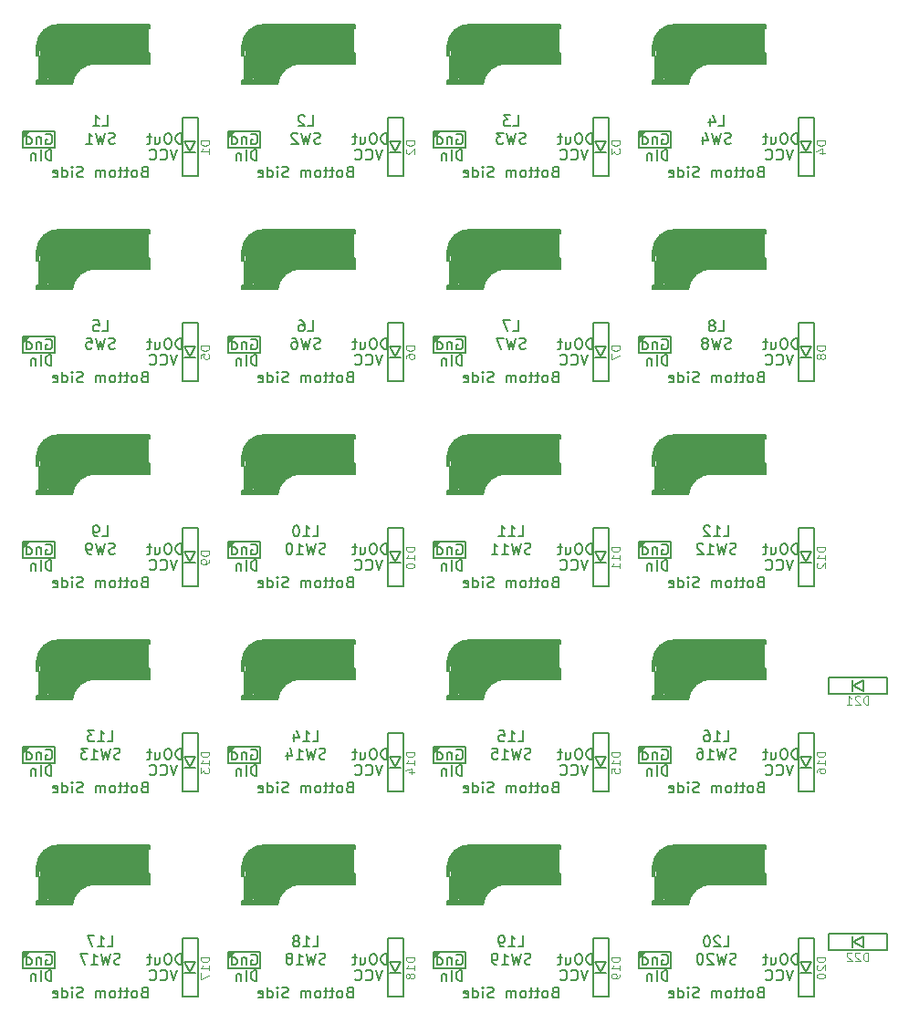
<source format=gbo>
%TF.GenerationSoftware,KiCad,Pcbnew,(5.1.10-1-10_14)*%
%TF.CreationDate,2021-11-10T22:24:01+09:00*%
%TF.ProjectId,macropad,6d616372-6f70-4616-942e-6b696361645f,rev?*%
%TF.SameCoordinates,Original*%
%TF.FileFunction,Legend,Bot*%
%TF.FilePolarity,Positive*%
%FSLAX46Y46*%
G04 Gerber Fmt 4.6, Leading zero omitted, Abs format (unit mm)*
G04 Created by KiCad (PCBNEW (5.1.10-1-10_14)) date 2021-11-10 22:24:01*
%MOMM*%
%LPD*%
G01*
G04 APERTURE LIST*
%ADD10C,0.150000*%
%ADD11C,0.200000*%
%ADD12C,0.100000*%
%ADD13C,0.400000*%
%ADD14C,0.500000*%
%ADD15C,3.500000*%
%ADD16C,1.000000*%
%ADD17C,3.000000*%
%ADD18C,0.800000*%
%ADD19C,0.300000*%
%ADD20C,0.125000*%
G04 APERTURE END LIST*
D10*
%TO.C,D1*%
X47184400Y-116362000D02*
X45684400Y-116362000D01*
X47184400Y-121762000D02*
X47184400Y-116362000D01*
X45684400Y-121762000D02*
X47184400Y-121762000D01*
X45684400Y-116362000D02*
X45684400Y-121762000D01*
X46934400Y-118562000D02*
X46434400Y-119462000D01*
X45934400Y-118562000D02*
X46934400Y-118562000D01*
X46434400Y-119462000D02*
X45934400Y-118562000D01*
X45934400Y-119562000D02*
X46934400Y-119562000D01*
%TO.C,D2*%
X64984400Y-119562000D02*
X65984400Y-119562000D01*
X65484400Y-119462000D02*
X64984400Y-118562000D01*
X64984400Y-118562000D02*
X65984400Y-118562000D01*
X65984400Y-118562000D02*
X65484400Y-119462000D01*
X64734400Y-116362000D02*
X64734400Y-121762000D01*
X64734400Y-121762000D02*
X66234400Y-121762000D01*
X66234400Y-121762000D02*
X66234400Y-116362000D01*
X66234400Y-116362000D02*
X64734400Y-116362000D01*
%TO.C,D3*%
X85284700Y-116363000D02*
X83784700Y-116363000D01*
X85284700Y-121763000D02*
X85284700Y-116363000D01*
X83784700Y-121763000D02*
X85284700Y-121763000D01*
X83784700Y-116363000D02*
X83784700Y-121763000D01*
X85034700Y-118563000D02*
X84534700Y-119463000D01*
X84034700Y-118563000D02*
X85034700Y-118563000D01*
X84534700Y-119463000D02*
X84034700Y-118563000D01*
X84034700Y-119563000D02*
X85034700Y-119563000D01*
%TO.C,D4*%
X103084000Y-119562000D02*
X104084000Y-119562000D01*
X103584000Y-119462000D02*
X103084000Y-118562000D01*
X103084000Y-118562000D02*
X104084000Y-118562000D01*
X104084000Y-118562000D02*
X103584000Y-119462000D01*
X102834000Y-116362000D02*
X102834000Y-121762000D01*
X102834000Y-121762000D02*
X104334000Y-121762000D01*
X104334000Y-121762000D02*
X104334000Y-116362000D01*
X104334000Y-116362000D02*
X102834000Y-116362000D01*
%TO.C,D5*%
X47184600Y-135413000D02*
X45684600Y-135413000D01*
X47184600Y-140813000D02*
X47184600Y-135413000D01*
X45684600Y-140813000D02*
X47184600Y-140813000D01*
X45684600Y-135413000D02*
X45684600Y-140813000D01*
X46934600Y-137613000D02*
X46434600Y-138513000D01*
X45934600Y-137613000D02*
X46934600Y-137613000D01*
X46434600Y-138513000D02*
X45934600Y-137613000D01*
X45934600Y-138613000D02*
X46934600Y-138613000D01*
%TO.C,D6*%
X64984700Y-138613000D02*
X65984700Y-138613000D01*
X65484700Y-138513000D02*
X64984700Y-137613000D01*
X64984700Y-137613000D02*
X65984700Y-137613000D01*
X65984700Y-137613000D02*
X65484700Y-138513000D01*
X64734700Y-135413000D02*
X64734700Y-140813000D01*
X64734700Y-140813000D02*
X66234700Y-140813000D01*
X66234700Y-140813000D02*
X66234700Y-135413000D01*
X66234700Y-135413000D02*
X64734700Y-135413000D01*
%TO.C,D7*%
X85284400Y-135412000D02*
X83784400Y-135412000D01*
X85284400Y-140812000D02*
X85284400Y-135412000D01*
X83784400Y-140812000D02*
X85284400Y-140812000D01*
X83784400Y-135412000D02*
X83784400Y-140812000D01*
X85034400Y-137612000D02*
X84534400Y-138512000D01*
X84034400Y-137612000D02*
X85034400Y-137612000D01*
X84534400Y-138512000D02*
X84034400Y-137612000D01*
X84034400Y-138612000D02*
X85034400Y-138612000D01*
%TO.C,D8*%
X103085000Y-138613000D02*
X104085000Y-138613000D01*
X103585000Y-138513000D02*
X103085000Y-137613000D01*
X103085000Y-137613000D02*
X104085000Y-137613000D01*
X104085000Y-137613000D02*
X103585000Y-138513000D01*
X102835000Y-135413000D02*
X102835000Y-140813000D01*
X102835000Y-140813000D02*
X104335000Y-140813000D01*
X104335000Y-140813000D02*
X104335000Y-135413000D01*
X104335000Y-135413000D02*
X102835000Y-135413000D01*
%TO.C,D9*%
X47184400Y-154462000D02*
X45684400Y-154462000D01*
X47184400Y-159862000D02*
X47184400Y-154462000D01*
X45684400Y-159862000D02*
X47184400Y-159862000D01*
X45684400Y-154462000D02*
X45684400Y-159862000D01*
X46934400Y-156662000D02*
X46434400Y-157562000D01*
X45934400Y-156662000D02*
X46934400Y-156662000D01*
X46434400Y-157562000D02*
X45934400Y-156662000D01*
X45934400Y-157662000D02*
X46934400Y-157662000D01*
%TO.C,D10*%
X64984700Y-157663000D02*
X65984700Y-157663000D01*
X65484700Y-157563000D02*
X64984700Y-156663000D01*
X64984700Y-156663000D02*
X65984700Y-156663000D01*
X65984700Y-156663000D02*
X65484700Y-157563000D01*
X64734700Y-154463000D02*
X64734700Y-159863000D01*
X64734700Y-159863000D02*
X66234700Y-159863000D01*
X66234700Y-159863000D02*
X66234700Y-154463000D01*
X66234700Y-154463000D02*
X64734700Y-154463000D01*
%TO.C,D11*%
X85284700Y-154463000D02*
X83784700Y-154463000D01*
X85284700Y-159863000D02*
X85284700Y-154463000D01*
X83784700Y-159863000D02*
X85284700Y-159863000D01*
X83784700Y-154463000D02*
X83784700Y-159863000D01*
X85034700Y-156663000D02*
X84534700Y-157563000D01*
X84034700Y-156663000D02*
X85034700Y-156663000D01*
X84534700Y-157563000D02*
X84034700Y-156663000D01*
X84034700Y-157663000D02*
X85034700Y-157663000D01*
%TO.C,D12*%
X104335000Y-154463000D02*
X102835000Y-154463000D01*
X104335000Y-159863000D02*
X104335000Y-154463000D01*
X102835000Y-159863000D02*
X104335000Y-159863000D01*
X102835000Y-154463000D02*
X102835000Y-159863000D01*
X104085000Y-156663000D02*
X103585000Y-157563000D01*
X103085000Y-156663000D02*
X104085000Y-156663000D01*
X103585000Y-157563000D02*
X103085000Y-156663000D01*
X103085000Y-157663000D02*
X104085000Y-157663000D01*
%TO.C,D13*%
X47184600Y-173513000D02*
X45684600Y-173513000D01*
X47184600Y-178913000D02*
X47184600Y-173513000D01*
X45684600Y-178913000D02*
X47184600Y-178913000D01*
X45684600Y-173513000D02*
X45684600Y-178913000D01*
X46934600Y-175713000D02*
X46434600Y-176613000D01*
X45934600Y-175713000D02*
X46934600Y-175713000D01*
X46434600Y-176613000D02*
X45934600Y-175713000D01*
X45934600Y-176713000D02*
X46934600Y-176713000D01*
%TO.C,D14*%
X64984700Y-176713000D02*
X65984700Y-176713000D01*
X65484700Y-176613000D02*
X64984700Y-175713000D01*
X64984700Y-175713000D02*
X65984700Y-175713000D01*
X65984700Y-175713000D02*
X65484700Y-176613000D01*
X64734700Y-173513000D02*
X64734700Y-178913000D01*
X64734700Y-178913000D02*
X66234700Y-178913000D01*
X66234700Y-178913000D02*
X66234700Y-173513000D01*
X66234700Y-173513000D02*
X64734700Y-173513000D01*
%TO.C,D15*%
X85284700Y-173513000D02*
X83784700Y-173513000D01*
X85284700Y-178913000D02*
X85284700Y-173513000D01*
X83784700Y-178913000D02*
X85284700Y-178913000D01*
X83784700Y-173513000D02*
X83784700Y-178913000D01*
X85034700Y-175713000D02*
X84534700Y-176613000D01*
X84034700Y-175713000D02*
X85034700Y-175713000D01*
X84534700Y-176613000D02*
X84034700Y-175713000D01*
X84034700Y-176713000D02*
X85034700Y-176713000D01*
%TO.C,D16*%
X103085000Y-176713000D02*
X104085000Y-176713000D01*
X103585000Y-176613000D02*
X103085000Y-175713000D01*
X103085000Y-175713000D02*
X104085000Y-175713000D01*
X104085000Y-175713000D02*
X103585000Y-176613000D01*
X102835000Y-173513000D02*
X102835000Y-178913000D01*
X102835000Y-178913000D02*
X104335000Y-178913000D01*
X104335000Y-178913000D02*
X104335000Y-173513000D01*
X104335000Y-173513000D02*
X102835000Y-173513000D01*
%TO.C,D17*%
X47184600Y-192563000D02*
X45684600Y-192563000D01*
X47184600Y-197963000D02*
X47184600Y-192563000D01*
X45684600Y-197963000D02*
X47184600Y-197963000D01*
X45684600Y-192563000D02*
X45684600Y-197963000D01*
X46934600Y-194763000D02*
X46434600Y-195663000D01*
X45934600Y-194763000D02*
X46934600Y-194763000D01*
X46434600Y-195663000D02*
X45934600Y-194763000D01*
X45934600Y-195763000D02*
X46934600Y-195763000D01*
%TO.C,D18*%
X64984700Y-195763000D02*
X65984700Y-195763000D01*
X65484700Y-195663000D02*
X64984700Y-194763000D01*
X64984700Y-194763000D02*
X65984700Y-194763000D01*
X65984700Y-194763000D02*
X65484700Y-195663000D01*
X64734700Y-192563000D02*
X64734700Y-197963000D01*
X64734700Y-197963000D02*
X66234700Y-197963000D01*
X66234700Y-197963000D02*
X66234700Y-192563000D01*
X66234700Y-192563000D02*
X64734700Y-192563000D01*
%TO.C,D19*%
X85284700Y-192563000D02*
X83784700Y-192563000D01*
X85284700Y-197963000D02*
X85284700Y-192563000D01*
X83784700Y-197963000D02*
X85284700Y-197963000D01*
X83784700Y-192563000D02*
X83784700Y-197963000D01*
X85034700Y-194763000D02*
X84534700Y-195663000D01*
X84034700Y-194763000D02*
X85034700Y-194763000D01*
X84534700Y-195663000D02*
X84034700Y-194763000D01*
X84034700Y-195763000D02*
X85034700Y-195763000D01*
%TO.C,D20*%
X104335000Y-192563000D02*
X102835000Y-192563000D01*
X104335000Y-197963000D02*
X104335000Y-192563000D01*
X102835000Y-197963000D02*
X104335000Y-197963000D01*
X102835000Y-192563000D02*
X102835000Y-197963000D01*
X104085000Y-194763000D02*
X103585000Y-195663000D01*
X103085000Y-194763000D02*
X104085000Y-194763000D01*
X103585000Y-195663000D02*
X103085000Y-194763000D01*
X103085000Y-195763000D02*
X104085000Y-195763000D01*
%TO.C,D21*%
X111047000Y-169819000D02*
X111047000Y-168319000D01*
X105647000Y-169819000D02*
X111047000Y-169819000D01*
X105647000Y-168319000D02*
X105647000Y-169819000D01*
X111047000Y-168319000D02*
X105647000Y-168319000D01*
X108847000Y-169569000D02*
X107947000Y-169069000D01*
X108847000Y-168569000D02*
X108847000Y-169569000D01*
X107947000Y-169069000D02*
X108847000Y-168569000D01*
X107847000Y-168569000D02*
X107847000Y-169569000D01*
%TO.C,D22*%
X107847000Y-192382000D02*
X107847000Y-193382000D01*
X107947000Y-192882000D02*
X108847000Y-192382000D01*
X108847000Y-192382000D02*
X108847000Y-193382000D01*
X108847000Y-193382000D02*
X107947000Y-192882000D01*
X111047000Y-192132000D02*
X105647000Y-192132000D01*
X105647000Y-192132000D02*
X105647000Y-193632000D01*
X105647000Y-193632000D02*
X111047000Y-193632000D01*
X111047000Y-193632000D02*
X111047000Y-192132000D01*
D11*
%TO.C,L1*%
X33900000Y-119162000D02*
X30900000Y-119162000D01*
X33900000Y-117562000D02*
X33900000Y-119162000D01*
X30900000Y-117562000D02*
X33900000Y-117562000D01*
X30900000Y-119162000D02*
X30900000Y-117562000D01*
D12*
G36*
X31500000Y-117562000D02*
G01*
X30900000Y-117562000D01*
X30900000Y-118162000D01*
X31500000Y-117562000D01*
G37*
X31500000Y-117562000D02*
X30900000Y-117562000D01*
X30900000Y-118162000D01*
X31500000Y-117562000D01*
%TO.C,L2*%
G36*
X50550000Y-117562000D02*
G01*
X49950000Y-117562000D01*
X49950000Y-118162000D01*
X50550000Y-117562000D01*
G37*
X50550000Y-117562000D02*
X49950000Y-117562000D01*
X49950000Y-118162000D01*
X50550000Y-117562000D01*
D11*
X49950000Y-119162000D02*
X49950000Y-117562000D01*
X49950000Y-117562000D02*
X52950000Y-117562000D01*
X52950000Y-117562000D02*
X52950000Y-119162000D01*
X52950000Y-119162000D02*
X49950000Y-119162000D01*
%TO.C,L3*%
X72000000Y-119162000D02*
X69000000Y-119162000D01*
X72000000Y-117562000D02*
X72000000Y-119162000D01*
X69000000Y-117562000D02*
X72000000Y-117562000D01*
X69000000Y-119162000D02*
X69000000Y-117562000D01*
D12*
G36*
X69600000Y-117562000D02*
G01*
X69000000Y-117562000D01*
X69000000Y-118162000D01*
X69600000Y-117562000D01*
G37*
X69600000Y-117562000D02*
X69000000Y-117562000D01*
X69000000Y-118162000D01*
X69600000Y-117562000D01*
%TO.C,L4*%
G36*
X88650000Y-117562000D02*
G01*
X88050000Y-117562000D01*
X88050000Y-118162000D01*
X88650000Y-117562000D01*
G37*
X88650000Y-117562000D02*
X88050000Y-117562000D01*
X88050000Y-118162000D01*
X88650000Y-117562000D01*
D11*
X88050000Y-119162000D02*
X88050000Y-117562000D01*
X88050000Y-117562000D02*
X91050000Y-117562000D01*
X91050000Y-117562000D02*
X91050000Y-119162000D01*
X91050000Y-119162000D02*
X88050000Y-119162000D01*
D12*
%TO.C,L5*%
G36*
X31500000Y-136612000D02*
G01*
X30900000Y-136612000D01*
X30900000Y-137212000D01*
X31500000Y-136612000D01*
G37*
X31500000Y-136612000D02*
X30900000Y-136612000D01*
X30900000Y-137212000D01*
X31500000Y-136612000D01*
D11*
X30900000Y-138212000D02*
X30900000Y-136612000D01*
X30900000Y-136612000D02*
X33900000Y-136612000D01*
X33900000Y-136612000D02*
X33900000Y-138212000D01*
X33900000Y-138212000D02*
X30900000Y-138212000D01*
%TO.C,L6*%
X52950000Y-138212000D02*
X49950000Y-138212000D01*
X52950000Y-136612000D02*
X52950000Y-138212000D01*
X49950000Y-136612000D02*
X52950000Y-136612000D01*
X49950000Y-138212000D02*
X49950000Y-136612000D01*
D12*
G36*
X50550000Y-136612000D02*
G01*
X49950000Y-136612000D01*
X49950000Y-137212000D01*
X50550000Y-136612000D01*
G37*
X50550000Y-136612000D02*
X49950000Y-136612000D01*
X49950000Y-137212000D01*
X50550000Y-136612000D01*
%TO.C,L7*%
G36*
X69600000Y-136612000D02*
G01*
X69000000Y-136612000D01*
X69000000Y-137212000D01*
X69600000Y-136612000D01*
G37*
X69600000Y-136612000D02*
X69000000Y-136612000D01*
X69000000Y-137212000D01*
X69600000Y-136612000D01*
D11*
X69000000Y-138212000D02*
X69000000Y-136612000D01*
X69000000Y-136612000D02*
X72000000Y-136612000D01*
X72000000Y-136612000D02*
X72000000Y-138212000D01*
X72000000Y-138212000D02*
X69000000Y-138212000D01*
%TO.C,L8*%
X91050000Y-138212000D02*
X88050000Y-138212000D01*
X91050000Y-136612000D02*
X91050000Y-138212000D01*
X88050000Y-136612000D02*
X91050000Y-136612000D01*
X88050000Y-138212000D02*
X88050000Y-136612000D01*
D12*
G36*
X88650000Y-136612000D02*
G01*
X88050000Y-136612000D01*
X88050000Y-137212000D01*
X88650000Y-136612000D01*
G37*
X88650000Y-136612000D02*
X88050000Y-136612000D01*
X88050000Y-137212000D01*
X88650000Y-136612000D01*
D11*
%TO.C,L9*%
X33900000Y-157262000D02*
X30900000Y-157262000D01*
X33900000Y-155662000D02*
X33900000Y-157262000D01*
X30900000Y-155662000D02*
X33900000Y-155662000D01*
X30900000Y-157262000D02*
X30900000Y-155662000D01*
D12*
G36*
X31500000Y-155662000D02*
G01*
X30900000Y-155662000D01*
X30900000Y-156262000D01*
X31500000Y-155662000D01*
G37*
X31500000Y-155662000D02*
X30900000Y-155662000D01*
X30900000Y-156262000D01*
X31500000Y-155662000D01*
%TO.C,L10*%
G36*
X50550000Y-155662000D02*
G01*
X49950000Y-155662000D01*
X49950000Y-156262000D01*
X50550000Y-155662000D01*
G37*
X50550000Y-155662000D02*
X49950000Y-155662000D01*
X49950000Y-156262000D01*
X50550000Y-155662000D01*
D11*
X49950000Y-157262000D02*
X49950000Y-155662000D01*
X49950000Y-155662000D02*
X52950000Y-155662000D01*
X52950000Y-155662000D02*
X52950000Y-157262000D01*
X52950000Y-157262000D02*
X49950000Y-157262000D01*
%TO.C,L11*%
X72000000Y-157262000D02*
X69000000Y-157262000D01*
X72000000Y-155662000D02*
X72000000Y-157262000D01*
X69000000Y-155662000D02*
X72000000Y-155662000D01*
X69000000Y-157262000D02*
X69000000Y-155662000D01*
D12*
G36*
X69600000Y-155662000D02*
G01*
X69000000Y-155662000D01*
X69000000Y-156262000D01*
X69600000Y-155662000D01*
G37*
X69600000Y-155662000D02*
X69000000Y-155662000D01*
X69000000Y-156262000D01*
X69600000Y-155662000D01*
%TO.C,L12*%
G36*
X88650000Y-155662000D02*
G01*
X88050000Y-155662000D01*
X88050000Y-156262000D01*
X88650000Y-155662000D01*
G37*
X88650000Y-155662000D02*
X88050000Y-155662000D01*
X88050000Y-156262000D01*
X88650000Y-155662000D01*
D11*
X88050000Y-157262000D02*
X88050000Y-155662000D01*
X88050000Y-155662000D02*
X91050000Y-155662000D01*
X91050000Y-155662000D02*
X91050000Y-157262000D01*
X91050000Y-157262000D02*
X88050000Y-157262000D01*
D12*
%TO.C,L13*%
G36*
X31500000Y-174712000D02*
G01*
X30900000Y-174712000D01*
X30900000Y-175312000D01*
X31500000Y-174712000D01*
G37*
X31500000Y-174712000D02*
X30900000Y-174712000D01*
X30900000Y-175312000D01*
X31500000Y-174712000D01*
D11*
X30900000Y-176312000D02*
X30900000Y-174712000D01*
X30900000Y-174712000D02*
X33900000Y-174712000D01*
X33900000Y-174712000D02*
X33900000Y-176312000D01*
X33900000Y-176312000D02*
X30900000Y-176312000D01*
%TO.C,L14*%
X52950000Y-176312000D02*
X49950000Y-176312000D01*
X52950000Y-174712000D02*
X52950000Y-176312000D01*
X49950000Y-174712000D02*
X52950000Y-174712000D01*
X49950000Y-176312000D02*
X49950000Y-174712000D01*
D12*
G36*
X50550000Y-174712000D02*
G01*
X49950000Y-174712000D01*
X49950000Y-175312000D01*
X50550000Y-174712000D01*
G37*
X50550000Y-174712000D02*
X49950000Y-174712000D01*
X49950000Y-175312000D01*
X50550000Y-174712000D01*
%TO.C,L15*%
G36*
X69600000Y-174712000D02*
G01*
X69000000Y-174712000D01*
X69000000Y-175312000D01*
X69600000Y-174712000D01*
G37*
X69600000Y-174712000D02*
X69000000Y-174712000D01*
X69000000Y-175312000D01*
X69600000Y-174712000D01*
D11*
X69000000Y-176312000D02*
X69000000Y-174712000D01*
X69000000Y-174712000D02*
X72000000Y-174712000D01*
X72000000Y-174712000D02*
X72000000Y-176312000D01*
X72000000Y-176312000D02*
X69000000Y-176312000D01*
%TO.C,L16*%
X91050000Y-176312000D02*
X88050000Y-176312000D01*
X91050000Y-174712000D02*
X91050000Y-176312000D01*
X88050000Y-174712000D02*
X91050000Y-174712000D01*
X88050000Y-176312000D02*
X88050000Y-174712000D01*
D12*
G36*
X88650000Y-174712000D02*
G01*
X88050000Y-174712000D01*
X88050000Y-175312000D01*
X88650000Y-174712000D01*
G37*
X88650000Y-174712000D02*
X88050000Y-174712000D01*
X88050000Y-175312000D01*
X88650000Y-174712000D01*
D13*
%TO.C,SW1*%
X42500000Y-110400000D02*
X42500000Y-111100000D01*
X42500000Y-107900000D02*
X41100000Y-107900000D01*
D14*
X32400000Y-113000000D02*
X35100000Y-113000000D01*
D10*
X42700000Y-108050000D02*
X42700000Y-107700000D01*
X42700000Y-107700000D02*
X34299999Y-107700000D01*
X37700000Y-111300000D02*
X42700000Y-111300000D01*
X32200000Y-113200000D02*
X35480000Y-113200000D01*
X32200000Y-109600000D02*
X32200000Y-110600000D01*
X32200000Y-113200000D02*
X32200000Y-112840000D01*
X32400000Y-112840000D02*
X32200000Y-112840000D01*
X32430000Y-110600000D02*
X32430000Y-112840000D01*
X32200000Y-110600000D02*
X32400000Y-110600000D01*
X42500000Y-108050000D02*
X42700000Y-108050000D01*
X42480000Y-110300000D02*
X42480000Y-108050000D01*
X42700000Y-110300000D02*
X42500000Y-110300000D01*
X42700000Y-111300000D02*
X42700000Y-110300000D01*
D15*
X40700000Y-109500000D02*
X34000000Y-109500000D01*
D16*
X42000000Y-108300000D02*
X42000000Y-110800000D01*
D14*
X42400000Y-111000000D02*
X41000000Y-111000000D01*
D17*
X33930000Y-109200000D02*
X33930000Y-111440000D01*
D18*
X32800000Y-112700000D02*
X32800000Y-110900001D01*
D19*
X32300000Y-110499999D02*
X32300000Y-109600000D01*
D10*
X35483682Y-113178529D02*
G75*
G02*
X37700000Y-111300000I2151318J-291471D01*
G01*
X32200000Y-109600001D02*
G75*
G02*
X34299999Y-107700000I2000000J-99999D01*
G01*
D16*
X35083682Y-112778529D02*
G75*
G02*
X37300000Y-110900000I2151318J-291471D01*
G01*
D19*
%TO.C,SW2*%
X51350000Y-110499999D02*
X51350000Y-109600000D01*
D18*
X51850000Y-112700000D02*
X51850000Y-110900001D01*
D17*
X52980000Y-109200000D02*
X52980000Y-111440000D01*
D14*
X61450000Y-111000000D02*
X60050000Y-111000000D01*
D16*
X61050000Y-108300000D02*
X61050000Y-110800000D01*
D15*
X59750000Y-109500000D02*
X53050000Y-109500000D01*
D10*
X61750000Y-111300000D02*
X61750000Y-110300000D01*
X61750000Y-110300000D02*
X61550000Y-110300000D01*
X61530000Y-110300000D02*
X61530000Y-108050000D01*
X61550000Y-108050000D02*
X61750000Y-108050000D01*
X51250000Y-110600000D02*
X51450000Y-110600000D01*
X51480000Y-110600000D02*
X51480000Y-112840000D01*
X51450000Y-112840000D02*
X51250000Y-112840000D01*
X51250000Y-113200000D02*
X51250000Y-112840000D01*
X51250000Y-109600000D02*
X51250000Y-110600000D01*
X51250000Y-113200000D02*
X54530000Y-113200000D01*
X56750000Y-111300000D02*
X61750000Y-111300000D01*
X61750000Y-107700000D02*
X53349999Y-107700000D01*
X61750000Y-108050000D02*
X61750000Y-107700000D01*
D14*
X51450000Y-113000000D02*
X54150000Y-113000000D01*
D13*
X61550000Y-107900000D02*
X60150000Y-107900000D01*
X61550000Y-110400000D02*
X61550000Y-111100000D01*
D16*
X54133682Y-112778529D02*
G75*
G02*
X56350000Y-110900000I2151318J-291471D01*
G01*
D10*
X51250000Y-109600001D02*
G75*
G02*
X53349999Y-107700000I2000000J-99999D01*
G01*
X54533682Y-113178529D02*
G75*
G02*
X56750000Y-111300000I2151318J-291471D01*
G01*
D13*
%TO.C,SW3*%
X80600000Y-110400000D02*
X80600000Y-111100000D01*
X80600000Y-107900000D02*
X79200000Y-107900000D01*
D14*
X70500000Y-113000000D02*
X73200000Y-113000000D01*
D10*
X80800000Y-108050000D02*
X80800000Y-107700000D01*
X80800000Y-107700000D02*
X72399999Y-107700000D01*
X75800000Y-111300000D02*
X80800000Y-111300000D01*
X70300000Y-113200000D02*
X73580000Y-113200000D01*
X70300000Y-109600000D02*
X70300000Y-110600000D01*
X70300000Y-113200000D02*
X70300000Y-112840000D01*
X70500000Y-112840000D02*
X70300000Y-112840000D01*
X70530000Y-110600000D02*
X70530000Y-112840000D01*
X70300000Y-110600000D02*
X70500000Y-110600000D01*
X80600000Y-108050000D02*
X80800000Y-108050000D01*
X80580000Y-110300000D02*
X80580000Y-108050000D01*
X80800000Y-110300000D02*
X80600000Y-110300000D01*
X80800000Y-111300000D02*
X80800000Y-110300000D01*
D15*
X78800000Y-109500000D02*
X72100000Y-109500000D01*
D16*
X80100000Y-108300000D02*
X80100000Y-110800000D01*
D14*
X80500000Y-111000000D02*
X79100000Y-111000000D01*
D17*
X72030000Y-109200000D02*
X72030000Y-111440000D01*
D18*
X70900000Y-112700000D02*
X70900000Y-110900001D01*
D19*
X70400000Y-110499999D02*
X70400000Y-109600000D01*
D10*
X73583682Y-113178529D02*
G75*
G02*
X75800000Y-111300000I2151318J-291471D01*
G01*
X70300000Y-109600001D02*
G75*
G02*
X72399999Y-107700000I2000000J-99999D01*
G01*
D16*
X73183682Y-112778529D02*
G75*
G02*
X75400000Y-110900000I2151318J-291471D01*
G01*
D19*
%TO.C,SW4*%
X89450000Y-110499999D02*
X89450000Y-109600000D01*
D18*
X89950000Y-112700000D02*
X89950000Y-110900001D01*
D17*
X91080000Y-109200000D02*
X91080000Y-111440000D01*
D14*
X99550000Y-111000000D02*
X98150000Y-111000000D01*
D16*
X99150000Y-108300000D02*
X99150000Y-110800000D01*
D15*
X97850000Y-109500000D02*
X91150000Y-109500000D01*
D10*
X99850000Y-111300000D02*
X99850000Y-110300000D01*
X99850000Y-110300000D02*
X99650000Y-110300000D01*
X99630000Y-110300000D02*
X99630000Y-108050000D01*
X99650000Y-108050000D02*
X99850000Y-108050000D01*
X89350000Y-110600000D02*
X89550000Y-110600000D01*
X89580000Y-110600000D02*
X89580000Y-112840000D01*
X89550000Y-112840000D02*
X89350000Y-112840000D01*
X89350000Y-113200000D02*
X89350000Y-112840000D01*
X89350000Y-109600000D02*
X89350000Y-110600000D01*
X89350000Y-113200000D02*
X92630000Y-113200000D01*
X94850000Y-111300000D02*
X99850000Y-111300000D01*
X99850000Y-107700000D02*
X91449999Y-107700000D01*
X99850000Y-108050000D02*
X99850000Y-107700000D01*
D14*
X89550000Y-113000000D02*
X92250000Y-113000000D01*
D13*
X99650000Y-107900000D02*
X98250000Y-107900000D01*
X99650000Y-110400000D02*
X99650000Y-111100000D01*
D16*
X92233682Y-112778529D02*
G75*
G02*
X94450000Y-110900000I2151318J-291471D01*
G01*
D10*
X89350000Y-109600001D02*
G75*
G02*
X91449999Y-107700000I2000000J-99999D01*
G01*
X92633682Y-113178529D02*
G75*
G02*
X94850000Y-111300000I2151318J-291471D01*
G01*
D13*
%TO.C,SW5*%
X42500000Y-129450000D02*
X42500000Y-130150000D01*
X42500000Y-126950000D02*
X41100000Y-126950000D01*
D14*
X32400000Y-132050000D02*
X35100000Y-132050000D01*
D10*
X42700000Y-127100000D02*
X42700000Y-126750000D01*
X42700000Y-126750000D02*
X34299999Y-126750000D01*
X37700000Y-130350000D02*
X42700000Y-130350000D01*
X32200000Y-132250000D02*
X35480000Y-132250000D01*
X32200000Y-128650000D02*
X32200000Y-129650000D01*
X32200000Y-132250000D02*
X32200000Y-131890000D01*
X32400000Y-131890000D02*
X32200000Y-131890000D01*
X32430000Y-129650000D02*
X32430000Y-131890000D01*
X32200000Y-129650000D02*
X32400000Y-129650000D01*
X42500000Y-127100000D02*
X42700000Y-127100000D01*
X42480000Y-129350000D02*
X42480000Y-127100000D01*
X42700000Y-129350000D02*
X42500000Y-129350000D01*
X42700000Y-130350000D02*
X42700000Y-129350000D01*
D15*
X40700000Y-128550000D02*
X34000000Y-128550000D01*
D16*
X42000000Y-127350000D02*
X42000000Y-129850000D01*
D14*
X42400000Y-130050000D02*
X41000000Y-130050000D01*
D17*
X33930000Y-128250000D02*
X33930000Y-130490000D01*
D18*
X32800000Y-131750000D02*
X32800000Y-129950001D01*
D19*
X32300000Y-129549999D02*
X32300000Y-128650000D01*
D10*
X35483682Y-132228529D02*
G75*
G02*
X37700000Y-130350000I2151318J-291471D01*
G01*
X32200000Y-128650001D02*
G75*
G02*
X34299999Y-126750000I2000000J-99999D01*
G01*
D16*
X35083682Y-131828529D02*
G75*
G02*
X37300000Y-129950000I2151318J-291471D01*
G01*
D19*
%TO.C,SW6*%
X51350000Y-129549999D02*
X51350000Y-128650000D01*
D18*
X51850000Y-131750000D02*
X51850000Y-129950001D01*
D17*
X52980000Y-128250000D02*
X52980000Y-130490000D01*
D14*
X61450000Y-130050000D02*
X60050000Y-130050000D01*
D16*
X61050000Y-127350000D02*
X61050000Y-129850000D01*
D15*
X59750000Y-128550000D02*
X53050000Y-128550000D01*
D10*
X61750000Y-130350000D02*
X61750000Y-129350000D01*
X61750000Y-129350000D02*
X61550000Y-129350000D01*
X61530000Y-129350000D02*
X61530000Y-127100000D01*
X61550000Y-127100000D02*
X61750000Y-127100000D01*
X51250000Y-129650000D02*
X51450000Y-129650000D01*
X51480000Y-129650000D02*
X51480000Y-131890000D01*
X51450000Y-131890000D02*
X51250000Y-131890000D01*
X51250000Y-132250000D02*
X51250000Y-131890000D01*
X51250000Y-128650000D02*
X51250000Y-129650000D01*
X51250000Y-132250000D02*
X54530000Y-132250000D01*
X56750000Y-130350000D02*
X61750000Y-130350000D01*
X61750000Y-126750000D02*
X53349999Y-126750000D01*
X61750000Y-127100000D02*
X61750000Y-126750000D01*
D14*
X51450000Y-132050000D02*
X54150000Y-132050000D01*
D13*
X61550000Y-126950000D02*
X60150000Y-126950000D01*
X61550000Y-129450000D02*
X61550000Y-130150000D01*
D16*
X54133682Y-131828529D02*
G75*
G02*
X56350000Y-129950000I2151318J-291471D01*
G01*
D10*
X51250000Y-128650001D02*
G75*
G02*
X53349999Y-126750000I2000000J-99999D01*
G01*
X54533682Y-132228529D02*
G75*
G02*
X56750000Y-130350000I2151318J-291471D01*
G01*
D13*
%TO.C,SW7*%
X80600000Y-129450000D02*
X80600000Y-130150000D01*
X80600000Y-126950000D02*
X79200000Y-126950000D01*
D14*
X70500000Y-132050000D02*
X73200000Y-132050000D01*
D10*
X80800000Y-127100000D02*
X80800000Y-126750000D01*
X80800000Y-126750000D02*
X72399999Y-126750000D01*
X75800000Y-130350000D02*
X80800000Y-130350000D01*
X70300000Y-132250000D02*
X73580000Y-132250000D01*
X70300000Y-128650000D02*
X70300000Y-129650000D01*
X70300000Y-132250000D02*
X70300000Y-131890000D01*
X70500000Y-131890000D02*
X70300000Y-131890000D01*
X70530000Y-129650000D02*
X70530000Y-131890000D01*
X70300000Y-129650000D02*
X70500000Y-129650000D01*
X80600000Y-127100000D02*
X80800000Y-127100000D01*
X80580000Y-129350000D02*
X80580000Y-127100000D01*
X80800000Y-129350000D02*
X80600000Y-129350000D01*
X80800000Y-130350000D02*
X80800000Y-129350000D01*
D15*
X78800000Y-128550000D02*
X72100000Y-128550000D01*
D16*
X80100000Y-127350000D02*
X80100000Y-129850000D01*
D14*
X80500000Y-130050000D02*
X79100000Y-130050000D01*
D17*
X72030000Y-128250000D02*
X72030000Y-130490000D01*
D18*
X70900000Y-131750000D02*
X70900000Y-129950001D01*
D19*
X70400000Y-129549999D02*
X70400000Y-128650000D01*
D10*
X73583682Y-132228529D02*
G75*
G02*
X75800000Y-130350000I2151318J-291471D01*
G01*
X70300000Y-128650001D02*
G75*
G02*
X72399999Y-126750000I2000000J-99999D01*
G01*
D16*
X73183682Y-131828529D02*
G75*
G02*
X75400000Y-129950000I2151318J-291471D01*
G01*
D19*
%TO.C,SW8*%
X89450000Y-129549999D02*
X89450000Y-128650000D01*
D18*
X89950000Y-131750000D02*
X89950000Y-129950001D01*
D17*
X91080000Y-128250000D02*
X91080000Y-130490000D01*
D14*
X99550000Y-130050000D02*
X98150000Y-130050000D01*
D16*
X99150000Y-127350000D02*
X99150000Y-129850000D01*
D15*
X97850000Y-128550000D02*
X91150000Y-128550000D01*
D10*
X99850000Y-130350000D02*
X99850000Y-129350000D01*
X99850000Y-129350000D02*
X99650000Y-129350000D01*
X99630000Y-129350000D02*
X99630000Y-127100000D01*
X99650000Y-127100000D02*
X99850000Y-127100000D01*
X89350000Y-129650000D02*
X89550000Y-129650000D01*
X89580000Y-129650000D02*
X89580000Y-131890000D01*
X89550000Y-131890000D02*
X89350000Y-131890000D01*
X89350000Y-132250000D02*
X89350000Y-131890000D01*
X89350000Y-128650000D02*
X89350000Y-129650000D01*
X89350000Y-132250000D02*
X92630000Y-132250000D01*
X94850000Y-130350000D02*
X99850000Y-130350000D01*
X99850000Y-126750000D02*
X91449999Y-126750000D01*
X99850000Y-127100000D02*
X99850000Y-126750000D01*
D14*
X89550000Y-132050000D02*
X92250000Y-132050000D01*
D13*
X99650000Y-126950000D02*
X98250000Y-126950000D01*
X99650000Y-129450000D02*
X99650000Y-130150000D01*
D16*
X92233682Y-131828529D02*
G75*
G02*
X94450000Y-129950000I2151318J-291471D01*
G01*
D10*
X89350000Y-128650001D02*
G75*
G02*
X91449999Y-126750000I2000000J-99999D01*
G01*
X92633682Y-132228529D02*
G75*
G02*
X94850000Y-130350000I2151318J-291471D01*
G01*
D13*
%TO.C,SW9*%
X42500000Y-148500000D02*
X42500000Y-149200000D01*
X42500000Y-146000000D02*
X41100000Y-146000000D01*
D14*
X32400000Y-151100000D02*
X35100000Y-151100000D01*
D10*
X42700000Y-146150000D02*
X42700000Y-145800000D01*
X42700000Y-145800000D02*
X34299999Y-145800000D01*
X37700000Y-149400000D02*
X42700000Y-149400000D01*
X32200000Y-151300000D02*
X35480000Y-151300000D01*
X32200000Y-147700000D02*
X32200000Y-148700000D01*
X32200000Y-151300000D02*
X32200000Y-150940000D01*
X32400000Y-150940000D02*
X32200000Y-150940000D01*
X32430000Y-148700000D02*
X32430000Y-150940000D01*
X32200000Y-148700000D02*
X32400000Y-148700000D01*
X42500000Y-146150000D02*
X42700000Y-146150000D01*
X42480000Y-148400000D02*
X42480000Y-146150000D01*
X42700000Y-148400000D02*
X42500000Y-148400000D01*
X42700000Y-149400000D02*
X42700000Y-148400000D01*
D15*
X40700000Y-147600000D02*
X34000000Y-147600000D01*
D16*
X42000000Y-146400000D02*
X42000000Y-148900000D01*
D14*
X42400000Y-149100000D02*
X41000000Y-149100000D01*
D17*
X33930000Y-147300000D02*
X33930000Y-149540000D01*
D18*
X32800000Y-150800000D02*
X32800000Y-149000001D01*
D19*
X32300000Y-148599999D02*
X32300000Y-147700000D01*
D10*
X35483682Y-151278529D02*
G75*
G02*
X37700000Y-149400000I2151318J-291471D01*
G01*
X32200000Y-147700001D02*
G75*
G02*
X34299999Y-145800000I2000000J-99999D01*
G01*
D16*
X35083682Y-150878529D02*
G75*
G02*
X37300000Y-149000000I2151318J-291471D01*
G01*
D19*
%TO.C,SW10*%
X51350000Y-148599999D02*
X51350000Y-147700000D01*
D18*
X51850000Y-150800000D02*
X51850000Y-149000001D01*
D17*
X52980000Y-147300000D02*
X52980000Y-149540000D01*
D14*
X61450000Y-149100000D02*
X60050000Y-149100000D01*
D16*
X61050000Y-146400000D02*
X61050000Y-148900000D01*
D15*
X59750000Y-147600000D02*
X53050000Y-147600000D01*
D10*
X61750000Y-149400000D02*
X61750000Y-148400000D01*
X61750000Y-148400000D02*
X61550000Y-148400000D01*
X61530000Y-148400000D02*
X61530000Y-146150000D01*
X61550000Y-146150000D02*
X61750000Y-146150000D01*
X51250000Y-148700000D02*
X51450000Y-148700000D01*
X51480000Y-148700000D02*
X51480000Y-150940000D01*
X51450000Y-150940000D02*
X51250000Y-150940000D01*
X51250000Y-151300000D02*
X51250000Y-150940000D01*
X51250000Y-147700000D02*
X51250000Y-148700000D01*
X51250000Y-151300000D02*
X54530000Y-151300000D01*
X56750000Y-149400000D02*
X61750000Y-149400000D01*
X61750000Y-145800000D02*
X53349999Y-145800000D01*
X61750000Y-146150000D02*
X61750000Y-145800000D01*
D14*
X51450000Y-151100000D02*
X54150000Y-151100000D01*
D13*
X61550000Y-146000000D02*
X60150000Y-146000000D01*
X61550000Y-148500000D02*
X61550000Y-149200000D01*
D16*
X54133682Y-150878529D02*
G75*
G02*
X56350000Y-149000000I2151318J-291471D01*
G01*
D10*
X51250000Y-147700001D02*
G75*
G02*
X53349999Y-145800000I2000000J-99999D01*
G01*
X54533682Y-151278529D02*
G75*
G02*
X56750000Y-149400000I2151318J-291471D01*
G01*
D13*
%TO.C,SW11*%
X80600000Y-148500000D02*
X80600000Y-149200000D01*
X80600000Y-146000000D02*
X79200000Y-146000000D01*
D14*
X70500000Y-151100000D02*
X73200000Y-151100000D01*
D10*
X80800000Y-146150000D02*
X80800000Y-145800000D01*
X80800000Y-145800000D02*
X72399999Y-145800000D01*
X75800000Y-149400000D02*
X80800000Y-149400000D01*
X70300000Y-151300000D02*
X73580000Y-151300000D01*
X70300000Y-147700000D02*
X70300000Y-148700000D01*
X70300000Y-151300000D02*
X70300000Y-150940000D01*
X70500000Y-150940000D02*
X70300000Y-150940000D01*
X70530000Y-148700000D02*
X70530000Y-150940000D01*
X70300000Y-148700000D02*
X70500000Y-148700000D01*
X80600000Y-146150000D02*
X80800000Y-146150000D01*
X80580000Y-148400000D02*
X80580000Y-146150000D01*
X80800000Y-148400000D02*
X80600000Y-148400000D01*
X80800000Y-149400000D02*
X80800000Y-148400000D01*
D15*
X78800000Y-147600000D02*
X72100000Y-147600000D01*
D16*
X80100000Y-146400000D02*
X80100000Y-148900000D01*
D14*
X80500000Y-149100000D02*
X79100000Y-149100000D01*
D17*
X72030000Y-147300000D02*
X72030000Y-149540000D01*
D18*
X70900000Y-150800000D02*
X70900000Y-149000001D01*
D19*
X70400000Y-148599999D02*
X70400000Y-147700000D01*
D10*
X73583682Y-151278529D02*
G75*
G02*
X75800000Y-149400000I2151318J-291471D01*
G01*
X70300000Y-147700001D02*
G75*
G02*
X72399999Y-145800000I2000000J-99999D01*
G01*
D16*
X73183682Y-150878529D02*
G75*
G02*
X75400000Y-149000000I2151318J-291471D01*
G01*
D19*
%TO.C,SW12*%
X89450000Y-148599999D02*
X89450000Y-147700000D01*
D18*
X89950000Y-150800000D02*
X89950000Y-149000001D01*
D17*
X91080000Y-147300000D02*
X91080000Y-149540000D01*
D14*
X99550000Y-149100000D02*
X98150000Y-149100000D01*
D16*
X99150000Y-146400000D02*
X99150000Y-148900000D01*
D15*
X97850000Y-147600000D02*
X91150000Y-147600000D01*
D10*
X99850000Y-149400000D02*
X99850000Y-148400000D01*
X99850000Y-148400000D02*
X99650000Y-148400000D01*
X99630000Y-148400000D02*
X99630000Y-146150000D01*
X99650000Y-146150000D02*
X99850000Y-146150000D01*
X89350000Y-148700000D02*
X89550000Y-148700000D01*
X89580000Y-148700000D02*
X89580000Y-150940000D01*
X89550000Y-150940000D02*
X89350000Y-150940000D01*
X89350000Y-151300000D02*
X89350000Y-150940000D01*
X89350000Y-147700000D02*
X89350000Y-148700000D01*
X89350000Y-151300000D02*
X92630000Y-151300000D01*
X94850000Y-149400000D02*
X99850000Y-149400000D01*
X99850000Y-145800000D02*
X91449999Y-145800000D01*
X99850000Y-146150000D02*
X99850000Y-145800000D01*
D14*
X89550000Y-151100000D02*
X92250000Y-151100000D01*
D13*
X99650000Y-146000000D02*
X98250000Y-146000000D01*
X99650000Y-148500000D02*
X99650000Y-149200000D01*
D16*
X92233682Y-150878529D02*
G75*
G02*
X94450000Y-149000000I2151318J-291471D01*
G01*
D10*
X89350000Y-147700001D02*
G75*
G02*
X91449999Y-145800000I2000000J-99999D01*
G01*
X92633682Y-151278529D02*
G75*
G02*
X94850000Y-149400000I2151318J-291471D01*
G01*
D13*
%TO.C,SW13*%
X42500000Y-167550000D02*
X42500000Y-168250000D01*
X42500000Y-165050000D02*
X41100000Y-165050000D01*
D14*
X32400000Y-170150000D02*
X35100000Y-170150000D01*
D10*
X42700000Y-165200000D02*
X42700000Y-164850000D01*
X42700000Y-164850000D02*
X34299999Y-164850000D01*
X37700000Y-168450000D02*
X42700000Y-168450000D01*
X32200000Y-170350000D02*
X35480000Y-170350000D01*
X32200000Y-166750000D02*
X32200000Y-167750000D01*
X32200000Y-170350000D02*
X32200000Y-169990000D01*
X32400000Y-169990000D02*
X32200000Y-169990000D01*
X32430000Y-167750000D02*
X32430000Y-169990000D01*
X32200000Y-167750000D02*
X32400000Y-167750000D01*
X42500000Y-165200000D02*
X42700000Y-165200000D01*
X42480000Y-167450000D02*
X42480000Y-165200000D01*
X42700000Y-167450000D02*
X42500000Y-167450000D01*
X42700000Y-168450000D02*
X42700000Y-167450000D01*
D15*
X40700000Y-166650000D02*
X34000000Y-166650000D01*
D16*
X42000000Y-165450000D02*
X42000000Y-167950000D01*
D14*
X42400000Y-168150000D02*
X41000000Y-168150000D01*
D17*
X33930000Y-166350000D02*
X33930000Y-168590000D01*
D18*
X32800000Y-169850000D02*
X32800000Y-168050001D01*
D19*
X32300000Y-167649999D02*
X32300000Y-166750000D01*
D10*
X35483682Y-170328529D02*
G75*
G02*
X37700000Y-168450000I2151318J-291471D01*
G01*
X32200000Y-166750001D02*
G75*
G02*
X34299999Y-164850000I2000000J-99999D01*
G01*
D16*
X35083682Y-169928529D02*
G75*
G02*
X37300000Y-168050000I2151318J-291471D01*
G01*
D19*
%TO.C,SW14*%
X51350000Y-167649999D02*
X51350000Y-166750000D01*
D18*
X51850000Y-169850000D02*
X51850000Y-168050001D01*
D17*
X52980000Y-166350000D02*
X52980000Y-168590000D01*
D14*
X61450000Y-168150000D02*
X60050000Y-168150000D01*
D16*
X61050000Y-165450000D02*
X61050000Y-167950000D01*
D15*
X59750000Y-166650000D02*
X53050000Y-166650000D01*
D10*
X61750000Y-168450000D02*
X61750000Y-167450000D01*
X61750000Y-167450000D02*
X61550000Y-167450000D01*
X61530000Y-167450000D02*
X61530000Y-165200000D01*
X61550000Y-165200000D02*
X61750000Y-165200000D01*
X51250000Y-167750000D02*
X51450000Y-167750000D01*
X51480000Y-167750000D02*
X51480000Y-169990000D01*
X51450000Y-169990000D02*
X51250000Y-169990000D01*
X51250000Y-170350000D02*
X51250000Y-169990000D01*
X51250000Y-166750000D02*
X51250000Y-167750000D01*
X51250000Y-170350000D02*
X54530000Y-170350000D01*
X56750000Y-168450000D02*
X61750000Y-168450000D01*
X61750000Y-164850000D02*
X53349999Y-164850000D01*
X61750000Y-165200000D02*
X61750000Y-164850000D01*
D14*
X51450000Y-170150000D02*
X54150000Y-170150000D01*
D13*
X61550000Y-165050000D02*
X60150000Y-165050000D01*
X61550000Y-167550000D02*
X61550000Y-168250000D01*
D16*
X54133682Y-169928529D02*
G75*
G02*
X56350000Y-168050000I2151318J-291471D01*
G01*
D10*
X51250000Y-166750001D02*
G75*
G02*
X53349999Y-164850000I2000000J-99999D01*
G01*
X54533682Y-170328529D02*
G75*
G02*
X56750000Y-168450000I2151318J-291471D01*
G01*
D13*
%TO.C,SW15*%
X80600000Y-167550000D02*
X80600000Y-168250000D01*
X80600000Y-165050000D02*
X79200000Y-165050000D01*
D14*
X70500000Y-170150000D02*
X73200000Y-170150000D01*
D10*
X80800000Y-165200000D02*
X80800000Y-164850000D01*
X80800000Y-164850000D02*
X72399999Y-164850000D01*
X75800000Y-168450000D02*
X80800000Y-168450000D01*
X70300000Y-170350000D02*
X73580000Y-170350000D01*
X70300000Y-166750000D02*
X70300000Y-167750000D01*
X70300000Y-170350000D02*
X70300000Y-169990000D01*
X70500000Y-169990000D02*
X70300000Y-169990000D01*
X70530000Y-167750000D02*
X70530000Y-169990000D01*
X70300000Y-167750000D02*
X70500000Y-167750000D01*
X80600000Y-165200000D02*
X80800000Y-165200000D01*
X80580000Y-167450000D02*
X80580000Y-165200000D01*
X80800000Y-167450000D02*
X80600000Y-167450000D01*
X80800000Y-168450000D02*
X80800000Y-167450000D01*
D15*
X78800000Y-166650000D02*
X72100000Y-166650000D01*
D16*
X80100000Y-165450000D02*
X80100000Y-167950000D01*
D14*
X80500000Y-168150000D02*
X79100000Y-168150000D01*
D17*
X72030000Y-166350000D02*
X72030000Y-168590000D01*
D18*
X70900000Y-169850000D02*
X70900000Y-168050001D01*
D19*
X70400000Y-167649999D02*
X70400000Y-166750000D01*
D10*
X73583682Y-170328529D02*
G75*
G02*
X75800000Y-168450000I2151318J-291471D01*
G01*
X70300000Y-166750001D02*
G75*
G02*
X72399999Y-164850000I2000000J-99999D01*
G01*
D16*
X73183682Y-169928529D02*
G75*
G02*
X75400000Y-168050000I2151318J-291471D01*
G01*
D19*
%TO.C,SW16*%
X89450000Y-167649999D02*
X89450000Y-166750000D01*
D18*
X89950000Y-169850000D02*
X89950000Y-168050001D01*
D17*
X91080000Y-166350000D02*
X91080000Y-168590000D01*
D14*
X99550000Y-168150000D02*
X98150000Y-168150000D01*
D16*
X99150000Y-165450000D02*
X99150000Y-167950000D01*
D15*
X97850000Y-166650000D02*
X91150000Y-166650000D01*
D10*
X99850000Y-168450000D02*
X99850000Y-167450000D01*
X99850000Y-167450000D02*
X99650000Y-167450000D01*
X99630000Y-167450000D02*
X99630000Y-165200000D01*
X99650000Y-165200000D02*
X99850000Y-165200000D01*
X89350000Y-167750000D02*
X89550000Y-167750000D01*
X89580000Y-167750000D02*
X89580000Y-169990000D01*
X89550000Y-169990000D02*
X89350000Y-169990000D01*
X89350000Y-170350000D02*
X89350000Y-169990000D01*
X89350000Y-166750000D02*
X89350000Y-167750000D01*
X89350000Y-170350000D02*
X92630000Y-170350000D01*
X94850000Y-168450000D02*
X99850000Y-168450000D01*
X99850000Y-164850000D02*
X91449999Y-164850000D01*
X99850000Y-165200000D02*
X99850000Y-164850000D01*
D14*
X89550000Y-170150000D02*
X92250000Y-170150000D01*
D13*
X99650000Y-165050000D02*
X98250000Y-165050000D01*
X99650000Y-167550000D02*
X99650000Y-168250000D01*
D16*
X92233682Y-169928529D02*
G75*
G02*
X94450000Y-168050000I2151318J-291471D01*
G01*
D10*
X89350000Y-166750001D02*
G75*
G02*
X91449999Y-164850000I2000000J-99999D01*
G01*
X92633682Y-170328529D02*
G75*
G02*
X94850000Y-168450000I2151318J-291471D01*
G01*
D13*
%TO.C,SW17*%
X42500000Y-186600000D02*
X42500000Y-187300000D01*
X42500000Y-184100000D02*
X41100000Y-184100000D01*
D14*
X32400000Y-189200000D02*
X35100000Y-189200000D01*
D10*
X42700000Y-184250000D02*
X42700000Y-183900000D01*
X42700000Y-183900000D02*
X34299999Y-183900000D01*
X37700000Y-187500000D02*
X42700000Y-187500000D01*
X32200000Y-189400000D02*
X35480000Y-189400000D01*
X32200000Y-185800000D02*
X32200000Y-186800000D01*
X32200000Y-189400000D02*
X32200000Y-189040000D01*
X32400000Y-189040000D02*
X32200000Y-189040000D01*
X32430000Y-186800000D02*
X32430000Y-189040000D01*
X32200000Y-186800000D02*
X32400000Y-186800000D01*
X42500000Y-184250000D02*
X42700000Y-184250000D01*
X42480000Y-186500000D02*
X42480000Y-184250000D01*
X42700000Y-186500000D02*
X42500000Y-186500000D01*
X42700000Y-187500000D02*
X42700000Y-186500000D01*
D15*
X40700000Y-185700000D02*
X34000000Y-185700000D01*
D16*
X42000000Y-184500000D02*
X42000000Y-187000000D01*
D14*
X42400000Y-187200000D02*
X41000000Y-187200000D01*
D17*
X33930000Y-185400000D02*
X33930000Y-187640000D01*
D18*
X32800000Y-188900000D02*
X32800000Y-187100001D01*
D19*
X32300000Y-186699999D02*
X32300000Y-185800000D01*
D10*
X35483682Y-189378529D02*
G75*
G02*
X37700000Y-187500000I2151318J-291471D01*
G01*
X32200000Y-185800001D02*
G75*
G02*
X34299999Y-183900000I2000000J-99999D01*
G01*
D16*
X35083682Y-188978529D02*
G75*
G02*
X37300000Y-187100000I2151318J-291471D01*
G01*
D19*
%TO.C,SW18*%
X51350000Y-186699999D02*
X51350000Y-185800000D01*
D18*
X51850000Y-188900000D02*
X51850000Y-187100001D01*
D17*
X52980000Y-185400000D02*
X52980000Y-187640000D01*
D14*
X61450000Y-187200000D02*
X60050000Y-187200000D01*
D16*
X61050000Y-184500000D02*
X61050000Y-187000000D01*
D15*
X59750000Y-185700000D02*
X53050000Y-185700000D01*
D10*
X61750000Y-187500000D02*
X61750000Y-186500000D01*
X61750000Y-186500000D02*
X61550000Y-186500000D01*
X61530000Y-186500000D02*
X61530000Y-184250000D01*
X61550000Y-184250000D02*
X61750000Y-184250000D01*
X51250000Y-186800000D02*
X51450000Y-186800000D01*
X51480000Y-186800000D02*
X51480000Y-189040000D01*
X51450000Y-189040000D02*
X51250000Y-189040000D01*
X51250000Y-189400000D02*
X51250000Y-189040000D01*
X51250000Y-185800000D02*
X51250000Y-186800000D01*
X51250000Y-189400000D02*
X54530000Y-189400000D01*
X56750000Y-187500000D02*
X61750000Y-187500000D01*
X61750000Y-183900000D02*
X53349999Y-183900000D01*
X61750000Y-184250000D02*
X61750000Y-183900000D01*
D14*
X51450000Y-189200000D02*
X54150000Y-189200000D01*
D13*
X61550000Y-184100000D02*
X60150000Y-184100000D01*
X61550000Y-186600000D02*
X61550000Y-187300000D01*
D16*
X54133682Y-188978529D02*
G75*
G02*
X56350000Y-187100000I2151318J-291471D01*
G01*
D10*
X51250000Y-185800001D02*
G75*
G02*
X53349999Y-183900000I2000000J-99999D01*
G01*
X54533682Y-189378529D02*
G75*
G02*
X56750000Y-187500000I2151318J-291471D01*
G01*
D19*
%TO.C,SW19*%
X70400000Y-186699999D02*
X70400000Y-185800000D01*
D18*
X70900000Y-188900000D02*
X70900000Y-187100001D01*
D17*
X72030000Y-185400000D02*
X72030000Y-187640000D01*
D14*
X80500000Y-187200000D02*
X79100000Y-187200000D01*
D16*
X80100000Y-184500000D02*
X80100000Y-187000000D01*
D15*
X78800000Y-185700000D02*
X72100000Y-185700000D01*
D10*
X80800000Y-187500000D02*
X80800000Y-186500000D01*
X80800000Y-186500000D02*
X80600000Y-186500000D01*
X80580000Y-186500000D02*
X80580000Y-184250000D01*
X80600000Y-184250000D02*
X80800000Y-184250000D01*
X70300000Y-186800000D02*
X70500000Y-186800000D01*
X70530000Y-186800000D02*
X70530000Y-189040000D01*
X70500000Y-189040000D02*
X70300000Y-189040000D01*
X70300000Y-189400000D02*
X70300000Y-189040000D01*
X70300000Y-185800000D02*
X70300000Y-186800000D01*
X70300000Y-189400000D02*
X73580000Y-189400000D01*
X75800000Y-187500000D02*
X80800000Y-187500000D01*
X80800000Y-183900000D02*
X72399999Y-183900000D01*
X80800000Y-184250000D02*
X80800000Y-183900000D01*
D14*
X70500000Y-189200000D02*
X73200000Y-189200000D01*
D13*
X80600000Y-184100000D02*
X79200000Y-184100000D01*
X80600000Y-186600000D02*
X80600000Y-187300000D01*
D16*
X73183682Y-188978529D02*
G75*
G02*
X75400000Y-187100000I2151318J-291471D01*
G01*
D10*
X70300000Y-185800001D02*
G75*
G02*
X72399999Y-183900000I2000000J-99999D01*
G01*
X73583682Y-189378529D02*
G75*
G02*
X75800000Y-187500000I2151318J-291471D01*
G01*
D13*
%TO.C,SW20*%
X99650000Y-186600000D02*
X99650000Y-187300000D01*
X99650000Y-184100000D02*
X98250000Y-184100000D01*
D14*
X89550000Y-189200000D02*
X92250000Y-189200000D01*
D10*
X99850000Y-184250000D02*
X99850000Y-183900000D01*
X99850000Y-183900000D02*
X91449999Y-183900000D01*
X94850000Y-187500000D02*
X99850000Y-187500000D01*
X89350000Y-189400000D02*
X92630000Y-189400000D01*
X89350000Y-185800000D02*
X89350000Y-186800000D01*
X89350000Y-189400000D02*
X89350000Y-189040000D01*
X89550000Y-189040000D02*
X89350000Y-189040000D01*
X89580000Y-186800000D02*
X89580000Y-189040000D01*
X89350000Y-186800000D02*
X89550000Y-186800000D01*
X99650000Y-184250000D02*
X99850000Y-184250000D01*
X99630000Y-186500000D02*
X99630000Y-184250000D01*
X99850000Y-186500000D02*
X99650000Y-186500000D01*
X99850000Y-187500000D02*
X99850000Y-186500000D01*
D15*
X97850000Y-185700000D02*
X91150000Y-185700000D01*
D16*
X99150000Y-184500000D02*
X99150000Y-187000000D01*
D14*
X99550000Y-187200000D02*
X98150000Y-187200000D01*
D17*
X91080000Y-185400000D02*
X91080000Y-187640000D01*
D18*
X89950000Y-188900000D02*
X89950000Y-187100001D01*
D19*
X89450000Y-186699999D02*
X89450000Y-185800000D01*
D10*
X92633682Y-189378529D02*
G75*
G02*
X94850000Y-187500000I2151318J-291471D01*
G01*
X89350000Y-185800001D02*
G75*
G02*
X91449999Y-183900000I2000000J-99999D01*
G01*
D16*
X92233682Y-188978529D02*
G75*
G02*
X94450000Y-187100000I2151318J-291471D01*
G01*
D11*
%TO.C,L17*%
X33900000Y-195362000D02*
X30900000Y-195362000D01*
X33900000Y-193762000D02*
X33900000Y-195362000D01*
X30900000Y-193762000D02*
X33900000Y-193762000D01*
X30900000Y-195362000D02*
X30900000Y-193762000D01*
D12*
G36*
X31500000Y-193762000D02*
G01*
X30900000Y-193762000D01*
X30900000Y-194362000D01*
X31500000Y-193762000D01*
G37*
X31500000Y-193762000D02*
X30900000Y-193762000D01*
X30900000Y-194362000D01*
X31500000Y-193762000D01*
%TO.C,L18*%
G36*
X50550000Y-193762000D02*
G01*
X49950000Y-193762000D01*
X49950000Y-194362000D01*
X50550000Y-193762000D01*
G37*
X50550000Y-193762000D02*
X49950000Y-193762000D01*
X49950000Y-194362000D01*
X50550000Y-193762000D01*
D11*
X49950000Y-195362000D02*
X49950000Y-193762000D01*
X49950000Y-193762000D02*
X52950000Y-193762000D01*
X52950000Y-193762000D02*
X52950000Y-195362000D01*
X52950000Y-195362000D02*
X49950000Y-195362000D01*
%TO.C,L19*%
X72000000Y-195362000D02*
X69000000Y-195362000D01*
X72000000Y-193762000D02*
X72000000Y-195362000D01*
X69000000Y-193762000D02*
X72000000Y-193762000D01*
X69000000Y-195362000D02*
X69000000Y-193762000D01*
D12*
G36*
X69600000Y-193762000D02*
G01*
X69000000Y-193762000D01*
X69000000Y-194362000D01*
X69600000Y-193762000D01*
G37*
X69600000Y-193762000D02*
X69000000Y-193762000D01*
X69000000Y-194362000D01*
X69600000Y-193762000D01*
%TO.C,L20*%
G36*
X88650000Y-193762000D02*
G01*
X88050000Y-193762000D01*
X88050000Y-194362000D01*
X88650000Y-193762000D01*
G37*
X88650000Y-193762000D02*
X88050000Y-193762000D01*
X88050000Y-194362000D01*
X88650000Y-193762000D01*
D11*
X88050000Y-195362000D02*
X88050000Y-193762000D01*
X88050000Y-193762000D02*
X91050000Y-193762000D01*
X91050000Y-193762000D02*
X91050000Y-195362000D01*
X91050000Y-195362000D02*
X88050000Y-195362000D01*
%TO.C,D1*%
D20*
X48196304Y-118471523D02*
X47396304Y-118471523D01*
X47396304Y-118662000D01*
X47434400Y-118776285D01*
X47510590Y-118852476D01*
X47586780Y-118890571D01*
X47739161Y-118928666D01*
X47853447Y-118928666D01*
X48005828Y-118890571D01*
X48082019Y-118852476D01*
X48158209Y-118776285D01*
X48196304Y-118662000D01*
X48196304Y-118471523D01*
X48196304Y-119690571D02*
X48196304Y-119233428D01*
X48196304Y-119462000D02*
X47396304Y-119462000D01*
X47510590Y-119385809D01*
X47586780Y-119309619D01*
X47624876Y-119233428D01*
%TO.C,D2*%
X67246304Y-118471523D02*
X66446304Y-118471523D01*
X66446304Y-118662000D01*
X66484400Y-118776285D01*
X66560590Y-118852476D01*
X66636780Y-118890571D01*
X66789161Y-118928666D01*
X66903447Y-118928666D01*
X67055828Y-118890571D01*
X67132019Y-118852476D01*
X67208209Y-118776285D01*
X67246304Y-118662000D01*
X67246304Y-118471523D01*
X66522495Y-119233428D02*
X66484400Y-119271523D01*
X66446304Y-119347714D01*
X66446304Y-119538190D01*
X66484400Y-119614380D01*
X66522495Y-119652476D01*
X66598685Y-119690571D01*
X66674876Y-119690571D01*
X66789161Y-119652476D01*
X67246304Y-119195333D01*
X67246304Y-119690571D01*
%TO.C,D3*%
X86296604Y-118472523D02*
X85496604Y-118472523D01*
X85496604Y-118663000D01*
X85534700Y-118777285D01*
X85610890Y-118853476D01*
X85687080Y-118891571D01*
X85839461Y-118929666D01*
X85953747Y-118929666D01*
X86106128Y-118891571D01*
X86182319Y-118853476D01*
X86258509Y-118777285D01*
X86296604Y-118663000D01*
X86296604Y-118472523D01*
X85496604Y-119196333D02*
X85496604Y-119691571D01*
X85801366Y-119424904D01*
X85801366Y-119539190D01*
X85839461Y-119615380D01*
X85877557Y-119653476D01*
X85953747Y-119691571D01*
X86144223Y-119691571D01*
X86220414Y-119653476D01*
X86258509Y-119615380D01*
X86296604Y-119539190D01*
X86296604Y-119310619D01*
X86258509Y-119234428D01*
X86220414Y-119196333D01*
%TO.C,D4*%
X105345904Y-118471523D02*
X104545904Y-118471523D01*
X104545904Y-118662000D01*
X104584000Y-118776285D01*
X104660190Y-118852476D01*
X104736380Y-118890571D01*
X104888761Y-118928666D01*
X105003047Y-118928666D01*
X105155428Y-118890571D01*
X105231619Y-118852476D01*
X105307809Y-118776285D01*
X105345904Y-118662000D01*
X105345904Y-118471523D01*
X104812571Y-119614380D02*
X105345904Y-119614380D01*
X104507809Y-119423904D02*
X105079238Y-119233428D01*
X105079238Y-119728666D01*
%TO.C,D5*%
X48196504Y-137522523D02*
X47396504Y-137522523D01*
X47396504Y-137713000D01*
X47434600Y-137827285D01*
X47510790Y-137903476D01*
X47586980Y-137941571D01*
X47739361Y-137979666D01*
X47853647Y-137979666D01*
X48006028Y-137941571D01*
X48082219Y-137903476D01*
X48158409Y-137827285D01*
X48196504Y-137713000D01*
X48196504Y-137522523D01*
X47396504Y-138703476D02*
X47396504Y-138322523D01*
X47777457Y-138284428D01*
X47739361Y-138322523D01*
X47701266Y-138398714D01*
X47701266Y-138589190D01*
X47739361Y-138665380D01*
X47777457Y-138703476D01*
X47853647Y-138741571D01*
X48044123Y-138741571D01*
X48120314Y-138703476D01*
X48158409Y-138665380D01*
X48196504Y-138589190D01*
X48196504Y-138398714D01*
X48158409Y-138322523D01*
X48120314Y-138284428D01*
%TO.C,D6*%
X67246604Y-137522523D02*
X66446604Y-137522523D01*
X66446604Y-137713000D01*
X66484700Y-137827285D01*
X66560890Y-137903476D01*
X66637080Y-137941571D01*
X66789461Y-137979666D01*
X66903747Y-137979666D01*
X67056128Y-137941571D01*
X67132319Y-137903476D01*
X67208509Y-137827285D01*
X67246604Y-137713000D01*
X67246604Y-137522523D01*
X66446604Y-138665380D02*
X66446604Y-138513000D01*
X66484700Y-138436809D01*
X66522795Y-138398714D01*
X66637080Y-138322523D01*
X66789461Y-138284428D01*
X67094223Y-138284428D01*
X67170414Y-138322523D01*
X67208509Y-138360619D01*
X67246604Y-138436809D01*
X67246604Y-138589190D01*
X67208509Y-138665380D01*
X67170414Y-138703476D01*
X67094223Y-138741571D01*
X66903747Y-138741571D01*
X66827557Y-138703476D01*
X66789461Y-138665380D01*
X66751366Y-138589190D01*
X66751366Y-138436809D01*
X66789461Y-138360619D01*
X66827557Y-138322523D01*
X66903747Y-138284428D01*
%TO.C,D7*%
X86296304Y-137521523D02*
X85496304Y-137521523D01*
X85496304Y-137712000D01*
X85534400Y-137826285D01*
X85610590Y-137902476D01*
X85686780Y-137940571D01*
X85839161Y-137978666D01*
X85953447Y-137978666D01*
X86105828Y-137940571D01*
X86182019Y-137902476D01*
X86258209Y-137826285D01*
X86296304Y-137712000D01*
X86296304Y-137521523D01*
X85496304Y-138245333D02*
X85496304Y-138778666D01*
X86296304Y-138435809D01*
%TO.C,D8*%
X105346904Y-137522523D02*
X104546904Y-137522523D01*
X104546904Y-137713000D01*
X104585000Y-137827285D01*
X104661190Y-137903476D01*
X104737380Y-137941571D01*
X104889761Y-137979666D01*
X105004047Y-137979666D01*
X105156428Y-137941571D01*
X105232619Y-137903476D01*
X105308809Y-137827285D01*
X105346904Y-137713000D01*
X105346904Y-137522523D01*
X104889761Y-138436809D02*
X104851666Y-138360619D01*
X104813571Y-138322523D01*
X104737380Y-138284428D01*
X104699285Y-138284428D01*
X104623095Y-138322523D01*
X104585000Y-138360619D01*
X104546904Y-138436809D01*
X104546904Y-138589190D01*
X104585000Y-138665380D01*
X104623095Y-138703476D01*
X104699285Y-138741571D01*
X104737380Y-138741571D01*
X104813571Y-138703476D01*
X104851666Y-138665380D01*
X104889761Y-138589190D01*
X104889761Y-138436809D01*
X104927857Y-138360619D01*
X104965952Y-138322523D01*
X105042142Y-138284428D01*
X105194523Y-138284428D01*
X105270714Y-138322523D01*
X105308809Y-138360619D01*
X105346904Y-138436809D01*
X105346904Y-138589190D01*
X105308809Y-138665380D01*
X105270714Y-138703476D01*
X105194523Y-138741571D01*
X105042142Y-138741571D01*
X104965952Y-138703476D01*
X104927857Y-138665380D01*
X104889761Y-138589190D01*
%TO.C,D9*%
X48196304Y-156571523D02*
X47396304Y-156571523D01*
X47396304Y-156762000D01*
X47434400Y-156876285D01*
X47510590Y-156952476D01*
X47586780Y-156990571D01*
X47739161Y-157028666D01*
X47853447Y-157028666D01*
X48005828Y-156990571D01*
X48082019Y-156952476D01*
X48158209Y-156876285D01*
X48196304Y-156762000D01*
X48196304Y-156571523D01*
X48196304Y-157409619D02*
X48196304Y-157562000D01*
X48158209Y-157638190D01*
X48120114Y-157676285D01*
X48005828Y-157752476D01*
X47853447Y-157790571D01*
X47548685Y-157790571D01*
X47472495Y-157752476D01*
X47434400Y-157714380D01*
X47396304Y-157638190D01*
X47396304Y-157485809D01*
X47434400Y-157409619D01*
X47472495Y-157371523D01*
X47548685Y-157333428D01*
X47739161Y-157333428D01*
X47815352Y-157371523D01*
X47853447Y-157409619D01*
X47891542Y-157485809D01*
X47891542Y-157638190D01*
X47853447Y-157714380D01*
X47815352Y-157752476D01*
X47739161Y-157790571D01*
%TO.C,D10*%
X67246604Y-156191571D02*
X66446604Y-156191571D01*
X66446604Y-156382047D01*
X66484700Y-156496333D01*
X66560890Y-156572523D01*
X66637080Y-156610619D01*
X66789461Y-156648714D01*
X66903747Y-156648714D01*
X67056128Y-156610619D01*
X67132319Y-156572523D01*
X67208509Y-156496333D01*
X67246604Y-156382047D01*
X67246604Y-156191571D01*
X67246604Y-157410619D02*
X67246604Y-156953476D01*
X67246604Y-157182047D02*
X66446604Y-157182047D01*
X66560890Y-157105857D01*
X66637080Y-157029666D01*
X66675176Y-156953476D01*
X66446604Y-157905857D02*
X66446604Y-157982047D01*
X66484700Y-158058238D01*
X66522795Y-158096333D01*
X66598985Y-158134428D01*
X66751366Y-158172523D01*
X66941842Y-158172523D01*
X67094223Y-158134428D01*
X67170414Y-158096333D01*
X67208509Y-158058238D01*
X67246604Y-157982047D01*
X67246604Y-157905857D01*
X67208509Y-157829666D01*
X67170414Y-157791571D01*
X67094223Y-157753476D01*
X66941842Y-157715380D01*
X66751366Y-157715380D01*
X66598985Y-157753476D01*
X66522795Y-157791571D01*
X66484700Y-157829666D01*
X66446604Y-157905857D01*
%TO.C,D11*%
X86296604Y-156191571D02*
X85496604Y-156191571D01*
X85496604Y-156382047D01*
X85534700Y-156496333D01*
X85610890Y-156572523D01*
X85687080Y-156610619D01*
X85839461Y-156648714D01*
X85953747Y-156648714D01*
X86106128Y-156610619D01*
X86182319Y-156572523D01*
X86258509Y-156496333D01*
X86296604Y-156382047D01*
X86296604Y-156191571D01*
X86296604Y-157410619D02*
X86296604Y-156953476D01*
X86296604Y-157182047D02*
X85496604Y-157182047D01*
X85610890Y-157105857D01*
X85687080Y-157029666D01*
X85725176Y-156953476D01*
X86296604Y-158172523D02*
X86296604Y-157715380D01*
X86296604Y-157943952D02*
X85496604Y-157943952D01*
X85610890Y-157867761D01*
X85687080Y-157791571D01*
X85725176Y-157715380D01*
%TO.C,D12*%
X105346904Y-156191571D02*
X104546904Y-156191571D01*
X104546904Y-156382047D01*
X104585000Y-156496333D01*
X104661190Y-156572523D01*
X104737380Y-156610619D01*
X104889761Y-156648714D01*
X105004047Y-156648714D01*
X105156428Y-156610619D01*
X105232619Y-156572523D01*
X105308809Y-156496333D01*
X105346904Y-156382047D01*
X105346904Y-156191571D01*
X105346904Y-157410619D02*
X105346904Y-156953476D01*
X105346904Y-157182047D02*
X104546904Y-157182047D01*
X104661190Y-157105857D01*
X104737380Y-157029666D01*
X104775476Y-156953476D01*
X104623095Y-157715380D02*
X104585000Y-157753476D01*
X104546904Y-157829666D01*
X104546904Y-158020142D01*
X104585000Y-158096333D01*
X104623095Y-158134428D01*
X104699285Y-158172523D01*
X104775476Y-158172523D01*
X104889761Y-158134428D01*
X105346904Y-157677285D01*
X105346904Y-158172523D01*
%TO.C,D13*%
X48196504Y-175241571D02*
X47396504Y-175241571D01*
X47396504Y-175432047D01*
X47434600Y-175546333D01*
X47510790Y-175622523D01*
X47586980Y-175660619D01*
X47739361Y-175698714D01*
X47853647Y-175698714D01*
X48006028Y-175660619D01*
X48082219Y-175622523D01*
X48158409Y-175546333D01*
X48196504Y-175432047D01*
X48196504Y-175241571D01*
X48196504Y-176460619D02*
X48196504Y-176003476D01*
X48196504Y-176232047D02*
X47396504Y-176232047D01*
X47510790Y-176155857D01*
X47586980Y-176079666D01*
X47625076Y-176003476D01*
X47396504Y-176727285D02*
X47396504Y-177222523D01*
X47701266Y-176955857D01*
X47701266Y-177070142D01*
X47739361Y-177146333D01*
X47777457Y-177184428D01*
X47853647Y-177222523D01*
X48044123Y-177222523D01*
X48120314Y-177184428D01*
X48158409Y-177146333D01*
X48196504Y-177070142D01*
X48196504Y-176841571D01*
X48158409Y-176765380D01*
X48120314Y-176727285D01*
%TO.C,D14*%
X67246604Y-175241571D02*
X66446604Y-175241571D01*
X66446604Y-175432047D01*
X66484700Y-175546333D01*
X66560890Y-175622523D01*
X66637080Y-175660619D01*
X66789461Y-175698714D01*
X66903747Y-175698714D01*
X67056128Y-175660619D01*
X67132319Y-175622523D01*
X67208509Y-175546333D01*
X67246604Y-175432047D01*
X67246604Y-175241571D01*
X67246604Y-176460619D02*
X67246604Y-176003476D01*
X67246604Y-176232047D02*
X66446604Y-176232047D01*
X66560890Y-176155857D01*
X66637080Y-176079666D01*
X66675176Y-176003476D01*
X66713271Y-177146333D02*
X67246604Y-177146333D01*
X66408509Y-176955857D02*
X66979938Y-176765380D01*
X66979938Y-177260619D01*
%TO.C,D15*%
X86296604Y-175241571D02*
X85496604Y-175241571D01*
X85496604Y-175432047D01*
X85534700Y-175546333D01*
X85610890Y-175622523D01*
X85687080Y-175660619D01*
X85839461Y-175698714D01*
X85953747Y-175698714D01*
X86106128Y-175660619D01*
X86182319Y-175622523D01*
X86258509Y-175546333D01*
X86296604Y-175432047D01*
X86296604Y-175241571D01*
X86296604Y-176460619D02*
X86296604Y-176003476D01*
X86296604Y-176232047D02*
X85496604Y-176232047D01*
X85610890Y-176155857D01*
X85687080Y-176079666D01*
X85725176Y-176003476D01*
X85496604Y-177184428D02*
X85496604Y-176803476D01*
X85877557Y-176765380D01*
X85839461Y-176803476D01*
X85801366Y-176879666D01*
X85801366Y-177070142D01*
X85839461Y-177146333D01*
X85877557Y-177184428D01*
X85953747Y-177222523D01*
X86144223Y-177222523D01*
X86220414Y-177184428D01*
X86258509Y-177146333D01*
X86296604Y-177070142D01*
X86296604Y-176879666D01*
X86258509Y-176803476D01*
X86220414Y-176765380D01*
%TO.C,D16*%
X105346904Y-175241571D02*
X104546904Y-175241571D01*
X104546904Y-175432047D01*
X104585000Y-175546333D01*
X104661190Y-175622523D01*
X104737380Y-175660619D01*
X104889761Y-175698714D01*
X105004047Y-175698714D01*
X105156428Y-175660619D01*
X105232619Y-175622523D01*
X105308809Y-175546333D01*
X105346904Y-175432047D01*
X105346904Y-175241571D01*
X105346904Y-176460619D02*
X105346904Y-176003476D01*
X105346904Y-176232047D02*
X104546904Y-176232047D01*
X104661190Y-176155857D01*
X104737380Y-176079666D01*
X104775476Y-176003476D01*
X104546904Y-177146333D02*
X104546904Y-176993952D01*
X104585000Y-176917761D01*
X104623095Y-176879666D01*
X104737380Y-176803476D01*
X104889761Y-176765380D01*
X105194523Y-176765380D01*
X105270714Y-176803476D01*
X105308809Y-176841571D01*
X105346904Y-176917761D01*
X105346904Y-177070142D01*
X105308809Y-177146333D01*
X105270714Y-177184428D01*
X105194523Y-177222523D01*
X105004047Y-177222523D01*
X104927857Y-177184428D01*
X104889761Y-177146333D01*
X104851666Y-177070142D01*
X104851666Y-176917761D01*
X104889761Y-176841571D01*
X104927857Y-176803476D01*
X105004047Y-176765380D01*
%TO.C,D17*%
X48196504Y-194291571D02*
X47396504Y-194291571D01*
X47396504Y-194482047D01*
X47434600Y-194596333D01*
X47510790Y-194672523D01*
X47586980Y-194710619D01*
X47739361Y-194748714D01*
X47853647Y-194748714D01*
X48006028Y-194710619D01*
X48082219Y-194672523D01*
X48158409Y-194596333D01*
X48196504Y-194482047D01*
X48196504Y-194291571D01*
X48196504Y-195510619D02*
X48196504Y-195053476D01*
X48196504Y-195282047D02*
X47396504Y-195282047D01*
X47510790Y-195205857D01*
X47586980Y-195129666D01*
X47625076Y-195053476D01*
X47396504Y-195777285D02*
X47396504Y-196310619D01*
X48196504Y-195967761D01*
%TO.C,D18*%
X67246604Y-194291571D02*
X66446604Y-194291571D01*
X66446604Y-194482047D01*
X66484700Y-194596333D01*
X66560890Y-194672523D01*
X66637080Y-194710619D01*
X66789461Y-194748714D01*
X66903747Y-194748714D01*
X67056128Y-194710619D01*
X67132319Y-194672523D01*
X67208509Y-194596333D01*
X67246604Y-194482047D01*
X67246604Y-194291571D01*
X67246604Y-195510619D02*
X67246604Y-195053476D01*
X67246604Y-195282047D02*
X66446604Y-195282047D01*
X66560890Y-195205857D01*
X66637080Y-195129666D01*
X66675176Y-195053476D01*
X66789461Y-195967761D02*
X66751366Y-195891571D01*
X66713271Y-195853476D01*
X66637080Y-195815380D01*
X66598985Y-195815380D01*
X66522795Y-195853476D01*
X66484700Y-195891571D01*
X66446604Y-195967761D01*
X66446604Y-196120142D01*
X66484700Y-196196333D01*
X66522795Y-196234428D01*
X66598985Y-196272523D01*
X66637080Y-196272523D01*
X66713271Y-196234428D01*
X66751366Y-196196333D01*
X66789461Y-196120142D01*
X66789461Y-195967761D01*
X66827557Y-195891571D01*
X66865652Y-195853476D01*
X66941842Y-195815380D01*
X67094223Y-195815380D01*
X67170414Y-195853476D01*
X67208509Y-195891571D01*
X67246604Y-195967761D01*
X67246604Y-196120142D01*
X67208509Y-196196333D01*
X67170414Y-196234428D01*
X67094223Y-196272523D01*
X66941842Y-196272523D01*
X66865652Y-196234428D01*
X66827557Y-196196333D01*
X66789461Y-196120142D01*
%TO.C,D19*%
X86296604Y-194291571D02*
X85496604Y-194291571D01*
X85496604Y-194482047D01*
X85534700Y-194596333D01*
X85610890Y-194672523D01*
X85687080Y-194710619D01*
X85839461Y-194748714D01*
X85953747Y-194748714D01*
X86106128Y-194710619D01*
X86182319Y-194672523D01*
X86258509Y-194596333D01*
X86296604Y-194482047D01*
X86296604Y-194291571D01*
X86296604Y-195510619D02*
X86296604Y-195053476D01*
X86296604Y-195282047D02*
X85496604Y-195282047D01*
X85610890Y-195205857D01*
X85687080Y-195129666D01*
X85725176Y-195053476D01*
X86296604Y-195891571D02*
X86296604Y-196043952D01*
X86258509Y-196120142D01*
X86220414Y-196158238D01*
X86106128Y-196234428D01*
X85953747Y-196272523D01*
X85648985Y-196272523D01*
X85572795Y-196234428D01*
X85534700Y-196196333D01*
X85496604Y-196120142D01*
X85496604Y-195967761D01*
X85534700Y-195891571D01*
X85572795Y-195853476D01*
X85648985Y-195815380D01*
X85839461Y-195815380D01*
X85915652Y-195853476D01*
X85953747Y-195891571D01*
X85991842Y-195967761D01*
X85991842Y-196120142D01*
X85953747Y-196196333D01*
X85915652Y-196234428D01*
X85839461Y-196272523D01*
%TO.C,D20*%
X105346904Y-194291571D02*
X104546904Y-194291571D01*
X104546904Y-194482047D01*
X104585000Y-194596333D01*
X104661190Y-194672523D01*
X104737380Y-194710619D01*
X104889761Y-194748714D01*
X105004047Y-194748714D01*
X105156428Y-194710619D01*
X105232619Y-194672523D01*
X105308809Y-194596333D01*
X105346904Y-194482047D01*
X105346904Y-194291571D01*
X104623095Y-195053476D02*
X104585000Y-195091571D01*
X104546904Y-195167761D01*
X104546904Y-195358238D01*
X104585000Y-195434428D01*
X104623095Y-195472523D01*
X104699285Y-195510619D01*
X104775476Y-195510619D01*
X104889761Y-195472523D01*
X105346904Y-195015380D01*
X105346904Y-195510619D01*
X104546904Y-196005857D02*
X104546904Y-196082047D01*
X104585000Y-196158238D01*
X104623095Y-196196333D01*
X104699285Y-196234428D01*
X104851666Y-196272523D01*
X105042142Y-196272523D01*
X105194523Y-196234428D01*
X105270714Y-196196333D01*
X105308809Y-196158238D01*
X105346904Y-196082047D01*
X105346904Y-196005857D01*
X105308809Y-195929666D01*
X105270714Y-195891571D01*
X105194523Y-195853476D01*
X105042142Y-195815380D01*
X104851666Y-195815380D01*
X104699285Y-195853476D01*
X104623095Y-195891571D01*
X104585000Y-195929666D01*
X104546904Y-196005857D01*
%TO.C,D21*%
X109318428Y-170830904D02*
X109318428Y-170030904D01*
X109127952Y-170030904D01*
X109013666Y-170069000D01*
X108937476Y-170145190D01*
X108899380Y-170221380D01*
X108861285Y-170373761D01*
X108861285Y-170488047D01*
X108899380Y-170640428D01*
X108937476Y-170716619D01*
X109013666Y-170792809D01*
X109127952Y-170830904D01*
X109318428Y-170830904D01*
X108556523Y-170107095D02*
X108518428Y-170069000D01*
X108442238Y-170030904D01*
X108251761Y-170030904D01*
X108175571Y-170069000D01*
X108137476Y-170107095D01*
X108099380Y-170183285D01*
X108099380Y-170259476D01*
X108137476Y-170373761D01*
X108594619Y-170830904D01*
X108099380Y-170830904D01*
X107337476Y-170830904D02*
X107794619Y-170830904D01*
X107566047Y-170830904D02*
X107566047Y-170030904D01*
X107642238Y-170145190D01*
X107718428Y-170221380D01*
X107794619Y-170259476D01*
%TO.C,D22*%
X109318428Y-194643904D02*
X109318428Y-193843904D01*
X109127952Y-193843904D01*
X109013666Y-193882000D01*
X108937476Y-193958190D01*
X108899380Y-194034380D01*
X108861285Y-194186761D01*
X108861285Y-194301047D01*
X108899380Y-194453428D01*
X108937476Y-194529619D01*
X109013666Y-194605809D01*
X109127952Y-194643904D01*
X109318428Y-194643904D01*
X108556523Y-193920095D02*
X108518428Y-193882000D01*
X108442238Y-193843904D01*
X108251761Y-193843904D01*
X108175571Y-193882000D01*
X108137476Y-193920095D01*
X108099380Y-193996285D01*
X108099380Y-194072476D01*
X108137476Y-194186761D01*
X108594619Y-194643904D01*
X108099380Y-194643904D01*
X107794619Y-193920095D02*
X107756523Y-193882000D01*
X107680333Y-193843904D01*
X107489857Y-193843904D01*
X107413666Y-193882000D01*
X107375571Y-193920095D01*
X107337476Y-193996285D01*
X107337476Y-194072476D01*
X107375571Y-194186761D01*
X107832714Y-194643904D01*
X107337476Y-194643904D01*
%TO.C,L1*%
D10*
X38266666Y-117114380D02*
X38742857Y-117114380D01*
X38742857Y-116114380D01*
X37409523Y-117114380D02*
X37980952Y-117114380D01*
X37695238Y-117114380D02*
X37695238Y-116114380D01*
X37790476Y-116257238D01*
X37885714Y-116352476D01*
X37980952Y-116400095D01*
X42147619Y-121340571D02*
X42004761Y-121388190D01*
X41957142Y-121435809D01*
X41909523Y-121531047D01*
X41909523Y-121673904D01*
X41957142Y-121769142D01*
X42004761Y-121816761D01*
X42100000Y-121864380D01*
X42480952Y-121864380D01*
X42480952Y-120864380D01*
X42147619Y-120864380D01*
X42052380Y-120912000D01*
X42004761Y-120959619D01*
X41957142Y-121054857D01*
X41957142Y-121150095D01*
X42004761Y-121245333D01*
X42052380Y-121292952D01*
X42147619Y-121340571D01*
X42480952Y-121340571D01*
X41338095Y-121864380D02*
X41433333Y-121816761D01*
X41480952Y-121769142D01*
X41528571Y-121673904D01*
X41528571Y-121388190D01*
X41480952Y-121292952D01*
X41433333Y-121245333D01*
X41338095Y-121197714D01*
X41195238Y-121197714D01*
X41100000Y-121245333D01*
X41052380Y-121292952D01*
X41004761Y-121388190D01*
X41004761Y-121673904D01*
X41052380Y-121769142D01*
X41100000Y-121816761D01*
X41195238Y-121864380D01*
X41338095Y-121864380D01*
X40719047Y-121197714D02*
X40338095Y-121197714D01*
X40576190Y-120864380D02*
X40576190Y-121721523D01*
X40528571Y-121816761D01*
X40433333Y-121864380D01*
X40338095Y-121864380D01*
X40147619Y-121197714D02*
X39766666Y-121197714D01*
X40004761Y-120864380D02*
X40004761Y-121721523D01*
X39957142Y-121816761D01*
X39861904Y-121864380D01*
X39766666Y-121864380D01*
X39290476Y-121864380D02*
X39385714Y-121816761D01*
X39433333Y-121769142D01*
X39480952Y-121673904D01*
X39480952Y-121388190D01*
X39433333Y-121292952D01*
X39385714Y-121245333D01*
X39290476Y-121197714D01*
X39147619Y-121197714D01*
X39052380Y-121245333D01*
X39004761Y-121292952D01*
X38957142Y-121388190D01*
X38957142Y-121673904D01*
X39004761Y-121769142D01*
X39052380Y-121816761D01*
X39147619Y-121864380D01*
X39290476Y-121864380D01*
X38528571Y-121864380D02*
X38528571Y-121197714D01*
X38528571Y-121292952D02*
X38480952Y-121245333D01*
X38385714Y-121197714D01*
X38242857Y-121197714D01*
X38147619Y-121245333D01*
X38100000Y-121340571D01*
X38100000Y-121864380D01*
X38100000Y-121340571D02*
X38052380Y-121245333D01*
X37957142Y-121197714D01*
X37814285Y-121197714D01*
X37719047Y-121245333D01*
X37671428Y-121340571D01*
X37671428Y-121864380D01*
X36480952Y-121816761D02*
X36338095Y-121864380D01*
X36100000Y-121864380D01*
X36004761Y-121816761D01*
X35957142Y-121769142D01*
X35909523Y-121673904D01*
X35909523Y-121578666D01*
X35957142Y-121483428D01*
X36004761Y-121435809D01*
X36100000Y-121388190D01*
X36290476Y-121340571D01*
X36385714Y-121292952D01*
X36433333Y-121245333D01*
X36480952Y-121150095D01*
X36480952Y-121054857D01*
X36433333Y-120959619D01*
X36385714Y-120912000D01*
X36290476Y-120864380D01*
X36052380Y-120864380D01*
X35909523Y-120912000D01*
X35480952Y-121864380D02*
X35480952Y-121197714D01*
X35480952Y-120864380D02*
X35528571Y-120912000D01*
X35480952Y-120959619D01*
X35433333Y-120912000D01*
X35480952Y-120864380D01*
X35480952Y-120959619D01*
X34576190Y-121864380D02*
X34576190Y-120864380D01*
X34576190Y-121816761D02*
X34671428Y-121864380D01*
X34861904Y-121864380D01*
X34957142Y-121816761D01*
X35004761Y-121769142D01*
X35052380Y-121673904D01*
X35052380Y-121388190D01*
X35004761Y-121292952D01*
X34957142Y-121245333D01*
X34861904Y-121197714D01*
X34671428Y-121197714D01*
X34576190Y-121245333D01*
X33719047Y-121816761D02*
X33814285Y-121864380D01*
X34004761Y-121864380D01*
X34100000Y-121816761D01*
X34147619Y-121721523D01*
X34147619Y-121340571D01*
X34100000Y-121245333D01*
X34004761Y-121197714D01*
X33814285Y-121197714D01*
X33719047Y-121245333D01*
X33671428Y-121340571D01*
X33671428Y-121435809D01*
X34147619Y-121531047D01*
X45253333Y-119264380D02*
X44920000Y-120264380D01*
X44586666Y-119264380D01*
X43681904Y-120169142D02*
X43729523Y-120216761D01*
X43872380Y-120264380D01*
X43967619Y-120264380D01*
X44110476Y-120216761D01*
X44205714Y-120121523D01*
X44253333Y-120026285D01*
X44300952Y-119835809D01*
X44300952Y-119692952D01*
X44253333Y-119502476D01*
X44205714Y-119407238D01*
X44110476Y-119312000D01*
X43967619Y-119264380D01*
X43872380Y-119264380D01*
X43729523Y-119312000D01*
X43681904Y-119359619D01*
X42681904Y-120169142D02*
X42729523Y-120216761D01*
X42872380Y-120264380D01*
X42967619Y-120264380D01*
X43110476Y-120216761D01*
X43205714Y-120121523D01*
X43253333Y-120026285D01*
X43300952Y-119835809D01*
X43300952Y-119692952D01*
X43253333Y-119502476D01*
X43205714Y-119407238D01*
X43110476Y-119312000D01*
X42967619Y-119264380D01*
X42872380Y-119264380D01*
X42729523Y-119312000D01*
X42681904Y-119359619D01*
X45653809Y-118764380D02*
X45653809Y-117764380D01*
X45415714Y-117764380D01*
X45272857Y-117812000D01*
X45177619Y-117907238D01*
X45130000Y-118002476D01*
X45082380Y-118192952D01*
X45082380Y-118335809D01*
X45130000Y-118526285D01*
X45177619Y-118621523D01*
X45272857Y-118716761D01*
X45415714Y-118764380D01*
X45653809Y-118764380D01*
X44463333Y-117764380D02*
X44272857Y-117764380D01*
X44177619Y-117812000D01*
X44082380Y-117907238D01*
X44034761Y-118097714D01*
X44034761Y-118431047D01*
X44082380Y-118621523D01*
X44177619Y-118716761D01*
X44272857Y-118764380D01*
X44463333Y-118764380D01*
X44558571Y-118716761D01*
X44653809Y-118621523D01*
X44701428Y-118431047D01*
X44701428Y-118097714D01*
X44653809Y-117907238D01*
X44558571Y-117812000D01*
X44463333Y-117764380D01*
X43177619Y-118097714D02*
X43177619Y-118764380D01*
X43606190Y-118097714D02*
X43606190Y-118621523D01*
X43558571Y-118716761D01*
X43463333Y-118764380D01*
X43320476Y-118764380D01*
X43225238Y-118716761D01*
X43177619Y-118669142D01*
X42844285Y-118097714D02*
X42463333Y-118097714D01*
X42701428Y-117764380D02*
X42701428Y-118621523D01*
X42653809Y-118716761D01*
X42558571Y-118764380D01*
X42463333Y-118764380D01*
X33562380Y-120304380D02*
X33562380Y-119304380D01*
X33324285Y-119304380D01*
X33181428Y-119352000D01*
X33086190Y-119447238D01*
X33038571Y-119542476D01*
X32990952Y-119732952D01*
X32990952Y-119875809D01*
X33038571Y-120066285D01*
X33086190Y-120161523D01*
X33181428Y-120256761D01*
X33324285Y-120304380D01*
X33562380Y-120304380D01*
X32562380Y-120304380D02*
X32562380Y-119304380D01*
X32086190Y-119637714D02*
X32086190Y-120304380D01*
X32086190Y-119732952D02*
X32038571Y-119685333D01*
X31943333Y-119637714D01*
X31800476Y-119637714D01*
X31705238Y-119685333D01*
X31657619Y-119780571D01*
X31657619Y-120304380D01*
X33052857Y-117862000D02*
X33148095Y-117814380D01*
X33290952Y-117814380D01*
X33433809Y-117862000D01*
X33529047Y-117957238D01*
X33576666Y-118052476D01*
X33624285Y-118242952D01*
X33624285Y-118385809D01*
X33576666Y-118576285D01*
X33529047Y-118671523D01*
X33433809Y-118766761D01*
X33290952Y-118814380D01*
X33195714Y-118814380D01*
X33052857Y-118766761D01*
X33005238Y-118719142D01*
X33005238Y-118385809D01*
X33195714Y-118385809D01*
X32576666Y-118147714D02*
X32576666Y-118814380D01*
X32576666Y-118242952D02*
X32529047Y-118195333D01*
X32433809Y-118147714D01*
X32290952Y-118147714D01*
X32195714Y-118195333D01*
X32148095Y-118290571D01*
X32148095Y-118814380D01*
X31243333Y-118814380D02*
X31243333Y-117814380D01*
X31243333Y-118766761D02*
X31338571Y-118814380D01*
X31529047Y-118814380D01*
X31624285Y-118766761D01*
X31671904Y-118719142D01*
X31719523Y-118623904D01*
X31719523Y-118338190D01*
X31671904Y-118242952D01*
X31624285Y-118195333D01*
X31529047Y-118147714D01*
X31338571Y-118147714D01*
X31243333Y-118195333D01*
%TO.C,L2*%
X57316666Y-117114380D02*
X57792857Y-117114380D01*
X57792857Y-116114380D01*
X57030952Y-116209619D02*
X56983333Y-116162000D01*
X56888095Y-116114380D01*
X56650000Y-116114380D01*
X56554761Y-116162000D01*
X56507142Y-116209619D01*
X56459523Y-116304857D01*
X56459523Y-116400095D01*
X56507142Y-116542952D01*
X57078571Y-117114380D01*
X56459523Y-117114380D01*
X52102857Y-117862000D02*
X52198095Y-117814380D01*
X52340952Y-117814380D01*
X52483809Y-117862000D01*
X52579047Y-117957238D01*
X52626666Y-118052476D01*
X52674285Y-118242952D01*
X52674285Y-118385809D01*
X52626666Y-118576285D01*
X52579047Y-118671523D01*
X52483809Y-118766761D01*
X52340952Y-118814380D01*
X52245714Y-118814380D01*
X52102857Y-118766761D01*
X52055238Y-118719142D01*
X52055238Y-118385809D01*
X52245714Y-118385809D01*
X51626666Y-118147714D02*
X51626666Y-118814380D01*
X51626666Y-118242952D02*
X51579047Y-118195333D01*
X51483809Y-118147714D01*
X51340952Y-118147714D01*
X51245714Y-118195333D01*
X51198095Y-118290571D01*
X51198095Y-118814380D01*
X50293333Y-118814380D02*
X50293333Y-117814380D01*
X50293333Y-118766761D02*
X50388571Y-118814380D01*
X50579047Y-118814380D01*
X50674285Y-118766761D01*
X50721904Y-118719142D01*
X50769523Y-118623904D01*
X50769523Y-118338190D01*
X50721904Y-118242952D01*
X50674285Y-118195333D01*
X50579047Y-118147714D01*
X50388571Y-118147714D01*
X50293333Y-118195333D01*
X52612380Y-120304380D02*
X52612380Y-119304380D01*
X52374285Y-119304380D01*
X52231428Y-119352000D01*
X52136190Y-119447238D01*
X52088571Y-119542476D01*
X52040952Y-119732952D01*
X52040952Y-119875809D01*
X52088571Y-120066285D01*
X52136190Y-120161523D01*
X52231428Y-120256761D01*
X52374285Y-120304380D01*
X52612380Y-120304380D01*
X51612380Y-120304380D02*
X51612380Y-119304380D01*
X51136190Y-119637714D02*
X51136190Y-120304380D01*
X51136190Y-119732952D02*
X51088571Y-119685333D01*
X50993333Y-119637714D01*
X50850476Y-119637714D01*
X50755238Y-119685333D01*
X50707619Y-119780571D01*
X50707619Y-120304380D01*
X64703809Y-118764380D02*
X64703809Y-117764380D01*
X64465714Y-117764380D01*
X64322857Y-117812000D01*
X64227619Y-117907238D01*
X64180000Y-118002476D01*
X64132380Y-118192952D01*
X64132380Y-118335809D01*
X64180000Y-118526285D01*
X64227619Y-118621523D01*
X64322857Y-118716761D01*
X64465714Y-118764380D01*
X64703809Y-118764380D01*
X63513333Y-117764380D02*
X63322857Y-117764380D01*
X63227619Y-117812000D01*
X63132380Y-117907238D01*
X63084761Y-118097714D01*
X63084761Y-118431047D01*
X63132380Y-118621523D01*
X63227619Y-118716761D01*
X63322857Y-118764380D01*
X63513333Y-118764380D01*
X63608571Y-118716761D01*
X63703809Y-118621523D01*
X63751428Y-118431047D01*
X63751428Y-118097714D01*
X63703809Y-117907238D01*
X63608571Y-117812000D01*
X63513333Y-117764380D01*
X62227619Y-118097714D02*
X62227619Y-118764380D01*
X62656190Y-118097714D02*
X62656190Y-118621523D01*
X62608571Y-118716761D01*
X62513333Y-118764380D01*
X62370476Y-118764380D01*
X62275238Y-118716761D01*
X62227619Y-118669142D01*
X61894285Y-118097714D02*
X61513333Y-118097714D01*
X61751428Y-117764380D02*
X61751428Y-118621523D01*
X61703809Y-118716761D01*
X61608571Y-118764380D01*
X61513333Y-118764380D01*
X64303333Y-119264380D02*
X63970000Y-120264380D01*
X63636666Y-119264380D01*
X62731904Y-120169142D02*
X62779523Y-120216761D01*
X62922380Y-120264380D01*
X63017619Y-120264380D01*
X63160476Y-120216761D01*
X63255714Y-120121523D01*
X63303333Y-120026285D01*
X63350952Y-119835809D01*
X63350952Y-119692952D01*
X63303333Y-119502476D01*
X63255714Y-119407238D01*
X63160476Y-119312000D01*
X63017619Y-119264380D01*
X62922380Y-119264380D01*
X62779523Y-119312000D01*
X62731904Y-119359619D01*
X61731904Y-120169142D02*
X61779523Y-120216761D01*
X61922380Y-120264380D01*
X62017619Y-120264380D01*
X62160476Y-120216761D01*
X62255714Y-120121523D01*
X62303333Y-120026285D01*
X62350952Y-119835809D01*
X62350952Y-119692952D01*
X62303333Y-119502476D01*
X62255714Y-119407238D01*
X62160476Y-119312000D01*
X62017619Y-119264380D01*
X61922380Y-119264380D01*
X61779523Y-119312000D01*
X61731904Y-119359619D01*
X61197619Y-121340571D02*
X61054761Y-121388190D01*
X61007142Y-121435809D01*
X60959523Y-121531047D01*
X60959523Y-121673904D01*
X61007142Y-121769142D01*
X61054761Y-121816761D01*
X61150000Y-121864380D01*
X61530952Y-121864380D01*
X61530952Y-120864380D01*
X61197619Y-120864380D01*
X61102380Y-120912000D01*
X61054761Y-120959619D01*
X61007142Y-121054857D01*
X61007142Y-121150095D01*
X61054761Y-121245333D01*
X61102380Y-121292952D01*
X61197619Y-121340571D01*
X61530952Y-121340571D01*
X60388095Y-121864380D02*
X60483333Y-121816761D01*
X60530952Y-121769142D01*
X60578571Y-121673904D01*
X60578571Y-121388190D01*
X60530952Y-121292952D01*
X60483333Y-121245333D01*
X60388095Y-121197714D01*
X60245238Y-121197714D01*
X60150000Y-121245333D01*
X60102380Y-121292952D01*
X60054761Y-121388190D01*
X60054761Y-121673904D01*
X60102380Y-121769142D01*
X60150000Y-121816761D01*
X60245238Y-121864380D01*
X60388095Y-121864380D01*
X59769047Y-121197714D02*
X59388095Y-121197714D01*
X59626190Y-120864380D02*
X59626190Y-121721523D01*
X59578571Y-121816761D01*
X59483333Y-121864380D01*
X59388095Y-121864380D01*
X59197619Y-121197714D02*
X58816666Y-121197714D01*
X59054761Y-120864380D02*
X59054761Y-121721523D01*
X59007142Y-121816761D01*
X58911904Y-121864380D01*
X58816666Y-121864380D01*
X58340476Y-121864380D02*
X58435714Y-121816761D01*
X58483333Y-121769142D01*
X58530952Y-121673904D01*
X58530952Y-121388190D01*
X58483333Y-121292952D01*
X58435714Y-121245333D01*
X58340476Y-121197714D01*
X58197619Y-121197714D01*
X58102380Y-121245333D01*
X58054761Y-121292952D01*
X58007142Y-121388190D01*
X58007142Y-121673904D01*
X58054761Y-121769142D01*
X58102380Y-121816761D01*
X58197619Y-121864380D01*
X58340476Y-121864380D01*
X57578571Y-121864380D02*
X57578571Y-121197714D01*
X57578571Y-121292952D02*
X57530952Y-121245333D01*
X57435714Y-121197714D01*
X57292857Y-121197714D01*
X57197619Y-121245333D01*
X57150000Y-121340571D01*
X57150000Y-121864380D01*
X57150000Y-121340571D02*
X57102380Y-121245333D01*
X57007142Y-121197714D01*
X56864285Y-121197714D01*
X56769047Y-121245333D01*
X56721428Y-121340571D01*
X56721428Y-121864380D01*
X55530952Y-121816761D02*
X55388095Y-121864380D01*
X55150000Y-121864380D01*
X55054761Y-121816761D01*
X55007142Y-121769142D01*
X54959523Y-121673904D01*
X54959523Y-121578666D01*
X55007142Y-121483428D01*
X55054761Y-121435809D01*
X55150000Y-121388190D01*
X55340476Y-121340571D01*
X55435714Y-121292952D01*
X55483333Y-121245333D01*
X55530952Y-121150095D01*
X55530952Y-121054857D01*
X55483333Y-120959619D01*
X55435714Y-120912000D01*
X55340476Y-120864380D01*
X55102380Y-120864380D01*
X54959523Y-120912000D01*
X54530952Y-121864380D02*
X54530952Y-121197714D01*
X54530952Y-120864380D02*
X54578571Y-120912000D01*
X54530952Y-120959619D01*
X54483333Y-120912000D01*
X54530952Y-120864380D01*
X54530952Y-120959619D01*
X53626190Y-121864380D02*
X53626190Y-120864380D01*
X53626190Y-121816761D02*
X53721428Y-121864380D01*
X53911904Y-121864380D01*
X54007142Y-121816761D01*
X54054761Y-121769142D01*
X54102380Y-121673904D01*
X54102380Y-121388190D01*
X54054761Y-121292952D01*
X54007142Y-121245333D01*
X53911904Y-121197714D01*
X53721428Y-121197714D01*
X53626190Y-121245333D01*
X52769047Y-121816761D02*
X52864285Y-121864380D01*
X53054761Y-121864380D01*
X53150000Y-121816761D01*
X53197619Y-121721523D01*
X53197619Y-121340571D01*
X53150000Y-121245333D01*
X53054761Y-121197714D01*
X52864285Y-121197714D01*
X52769047Y-121245333D01*
X52721428Y-121340571D01*
X52721428Y-121435809D01*
X53197619Y-121531047D01*
%TO.C,L3*%
X76366666Y-117114380D02*
X76842857Y-117114380D01*
X76842857Y-116114380D01*
X76128571Y-116114380D02*
X75509523Y-116114380D01*
X75842857Y-116495333D01*
X75700000Y-116495333D01*
X75604761Y-116542952D01*
X75557142Y-116590571D01*
X75509523Y-116685809D01*
X75509523Y-116923904D01*
X75557142Y-117019142D01*
X75604761Y-117066761D01*
X75700000Y-117114380D01*
X75985714Y-117114380D01*
X76080952Y-117066761D01*
X76128571Y-117019142D01*
X80247619Y-121340571D02*
X80104761Y-121388190D01*
X80057142Y-121435809D01*
X80009523Y-121531047D01*
X80009523Y-121673904D01*
X80057142Y-121769142D01*
X80104761Y-121816761D01*
X80200000Y-121864380D01*
X80580952Y-121864380D01*
X80580952Y-120864380D01*
X80247619Y-120864380D01*
X80152380Y-120912000D01*
X80104761Y-120959619D01*
X80057142Y-121054857D01*
X80057142Y-121150095D01*
X80104761Y-121245333D01*
X80152380Y-121292952D01*
X80247619Y-121340571D01*
X80580952Y-121340571D01*
X79438095Y-121864380D02*
X79533333Y-121816761D01*
X79580952Y-121769142D01*
X79628571Y-121673904D01*
X79628571Y-121388190D01*
X79580952Y-121292952D01*
X79533333Y-121245333D01*
X79438095Y-121197714D01*
X79295238Y-121197714D01*
X79200000Y-121245333D01*
X79152380Y-121292952D01*
X79104761Y-121388190D01*
X79104761Y-121673904D01*
X79152380Y-121769142D01*
X79200000Y-121816761D01*
X79295238Y-121864380D01*
X79438095Y-121864380D01*
X78819047Y-121197714D02*
X78438095Y-121197714D01*
X78676190Y-120864380D02*
X78676190Y-121721523D01*
X78628571Y-121816761D01*
X78533333Y-121864380D01*
X78438095Y-121864380D01*
X78247619Y-121197714D02*
X77866666Y-121197714D01*
X78104761Y-120864380D02*
X78104761Y-121721523D01*
X78057142Y-121816761D01*
X77961904Y-121864380D01*
X77866666Y-121864380D01*
X77390476Y-121864380D02*
X77485714Y-121816761D01*
X77533333Y-121769142D01*
X77580952Y-121673904D01*
X77580952Y-121388190D01*
X77533333Y-121292952D01*
X77485714Y-121245333D01*
X77390476Y-121197714D01*
X77247619Y-121197714D01*
X77152380Y-121245333D01*
X77104761Y-121292952D01*
X77057142Y-121388190D01*
X77057142Y-121673904D01*
X77104761Y-121769142D01*
X77152380Y-121816761D01*
X77247619Y-121864380D01*
X77390476Y-121864380D01*
X76628571Y-121864380D02*
X76628571Y-121197714D01*
X76628571Y-121292952D02*
X76580952Y-121245333D01*
X76485714Y-121197714D01*
X76342857Y-121197714D01*
X76247619Y-121245333D01*
X76200000Y-121340571D01*
X76200000Y-121864380D01*
X76200000Y-121340571D02*
X76152380Y-121245333D01*
X76057142Y-121197714D01*
X75914285Y-121197714D01*
X75819047Y-121245333D01*
X75771428Y-121340571D01*
X75771428Y-121864380D01*
X74580952Y-121816761D02*
X74438095Y-121864380D01*
X74200000Y-121864380D01*
X74104761Y-121816761D01*
X74057142Y-121769142D01*
X74009523Y-121673904D01*
X74009523Y-121578666D01*
X74057142Y-121483428D01*
X74104761Y-121435809D01*
X74200000Y-121388190D01*
X74390476Y-121340571D01*
X74485714Y-121292952D01*
X74533333Y-121245333D01*
X74580952Y-121150095D01*
X74580952Y-121054857D01*
X74533333Y-120959619D01*
X74485714Y-120912000D01*
X74390476Y-120864380D01*
X74152380Y-120864380D01*
X74009523Y-120912000D01*
X73580952Y-121864380D02*
X73580952Y-121197714D01*
X73580952Y-120864380D02*
X73628571Y-120912000D01*
X73580952Y-120959619D01*
X73533333Y-120912000D01*
X73580952Y-120864380D01*
X73580952Y-120959619D01*
X72676190Y-121864380D02*
X72676190Y-120864380D01*
X72676190Y-121816761D02*
X72771428Y-121864380D01*
X72961904Y-121864380D01*
X73057142Y-121816761D01*
X73104761Y-121769142D01*
X73152380Y-121673904D01*
X73152380Y-121388190D01*
X73104761Y-121292952D01*
X73057142Y-121245333D01*
X72961904Y-121197714D01*
X72771428Y-121197714D01*
X72676190Y-121245333D01*
X71819047Y-121816761D02*
X71914285Y-121864380D01*
X72104761Y-121864380D01*
X72200000Y-121816761D01*
X72247619Y-121721523D01*
X72247619Y-121340571D01*
X72200000Y-121245333D01*
X72104761Y-121197714D01*
X71914285Y-121197714D01*
X71819047Y-121245333D01*
X71771428Y-121340571D01*
X71771428Y-121435809D01*
X72247619Y-121531047D01*
X83353333Y-119264380D02*
X83020000Y-120264380D01*
X82686666Y-119264380D01*
X81781904Y-120169142D02*
X81829523Y-120216761D01*
X81972380Y-120264380D01*
X82067619Y-120264380D01*
X82210476Y-120216761D01*
X82305714Y-120121523D01*
X82353333Y-120026285D01*
X82400952Y-119835809D01*
X82400952Y-119692952D01*
X82353333Y-119502476D01*
X82305714Y-119407238D01*
X82210476Y-119312000D01*
X82067619Y-119264380D01*
X81972380Y-119264380D01*
X81829523Y-119312000D01*
X81781904Y-119359619D01*
X80781904Y-120169142D02*
X80829523Y-120216761D01*
X80972380Y-120264380D01*
X81067619Y-120264380D01*
X81210476Y-120216761D01*
X81305714Y-120121523D01*
X81353333Y-120026285D01*
X81400952Y-119835809D01*
X81400952Y-119692952D01*
X81353333Y-119502476D01*
X81305714Y-119407238D01*
X81210476Y-119312000D01*
X81067619Y-119264380D01*
X80972380Y-119264380D01*
X80829523Y-119312000D01*
X80781904Y-119359619D01*
X83753809Y-118764380D02*
X83753809Y-117764380D01*
X83515714Y-117764380D01*
X83372857Y-117812000D01*
X83277619Y-117907238D01*
X83230000Y-118002476D01*
X83182380Y-118192952D01*
X83182380Y-118335809D01*
X83230000Y-118526285D01*
X83277619Y-118621523D01*
X83372857Y-118716761D01*
X83515714Y-118764380D01*
X83753809Y-118764380D01*
X82563333Y-117764380D02*
X82372857Y-117764380D01*
X82277619Y-117812000D01*
X82182380Y-117907238D01*
X82134761Y-118097714D01*
X82134761Y-118431047D01*
X82182380Y-118621523D01*
X82277619Y-118716761D01*
X82372857Y-118764380D01*
X82563333Y-118764380D01*
X82658571Y-118716761D01*
X82753809Y-118621523D01*
X82801428Y-118431047D01*
X82801428Y-118097714D01*
X82753809Y-117907238D01*
X82658571Y-117812000D01*
X82563333Y-117764380D01*
X81277619Y-118097714D02*
X81277619Y-118764380D01*
X81706190Y-118097714D02*
X81706190Y-118621523D01*
X81658571Y-118716761D01*
X81563333Y-118764380D01*
X81420476Y-118764380D01*
X81325238Y-118716761D01*
X81277619Y-118669142D01*
X80944285Y-118097714D02*
X80563333Y-118097714D01*
X80801428Y-117764380D02*
X80801428Y-118621523D01*
X80753809Y-118716761D01*
X80658571Y-118764380D01*
X80563333Y-118764380D01*
X71662380Y-120304380D02*
X71662380Y-119304380D01*
X71424285Y-119304380D01*
X71281428Y-119352000D01*
X71186190Y-119447238D01*
X71138571Y-119542476D01*
X71090952Y-119732952D01*
X71090952Y-119875809D01*
X71138571Y-120066285D01*
X71186190Y-120161523D01*
X71281428Y-120256761D01*
X71424285Y-120304380D01*
X71662380Y-120304380D01*
X70662380Y-120304380D02*
X70662380Y-119304380D01*
X70186190Y-119637714D02*
X70186190Y-120304380D01*
X70186190Y-119732952D02*
X70138571Y-119685333D01*
X70043333Y-119637714D01*
X69900476Y-119637714D01*
X69805238Y-119685333D01*
X69757619Y-119780571D01*
X69757619Y-120304380D01*
X71152857Y-117862000D02*
X71248095Y-117814380D01*
X71390952Y-117814380D01*
X71533809Y-117862000D01*
X71629047Y-117957238D01*
X71676666Y-118052476D01*
X71724285Y-118242952D01*
X71724285Y-118385809D01*
X71676666Y-118576285D01*
X71629047Y-118671523D01*
X71533809Y-118766761D01*
X71390952Y-118814380D01*
X71295714Y-118814380D01*
X71152857Y-118766761D01*
X71105238Y-118719142D01*
X71105238Y-118385809D01*
X71295714Y-118385809D01*
X70676666Y-118147714D02*
X70676666Y-118814380D01*
X70676666Y-118242952D02*
X70629047Y-118195333D01*
X70533809Y-118147714D01*
X70390952Y-118147714D01*
X70295714Y-118195333D01*
X70248095Y-118290571D01*
X70248095Y-118814380D01*
X69343333Y-118814380D02*
X69343333Y-117814380D01*
X69343333Y-118766761D02*
X69438571Y-118814380D01*
X69629047Y-118814380D01*
X69724285Y-118766761D01*
X69771904Y-118719142D01*
X69819523Y-118623904D01*
X69819523Y-118338190D01*
X69771904Y-118242952D01*
X69724285Y-118195333D01*
X69629047Y-118147714D01*
X69438571Y-118147714D01*
X69343333Y-118195333D01*
%TO.C,L4*%
X95416666Y-117114380D02*
X95892857Y-117114380D01*
X95892857Y-116114380D01*
X94654761Y-116447714D02*
X94654761Y-117114380D01*
X94892857Y-116066761D02*
X95130952Y-116781047D01*
X94511904Y-116781047D01*
X90202857Y-117862000D02*
X90298095Y-117814380D01*
X90440952Y-117814380D01*
X90583809Y-117862000D01*
X90679047Y-117957238D01*
X90726666Y-118052476D01*
X90774285Y-118242952D01*
X90774285Y-118385809D01*
X90726666Y-118576285D01*
X90679047Y-118671523D01*
X90583809Y-118766761D01*
X90440952Y-118814380D01*
X90345714Y-118814380D01*
X90202857Y-118766761D01*
X90155238Y-118719142D01*
X90155238Y-118385809D01*
X90345714Y-118385809D01*
X89726666Y-118147714D02*
X89726666Y-118814380D01*
X89726666Y-118242952D02*
X89679047Y-118195333D01*
X89583809Y-118147714D01*
X89440952Y-118147714D01*
X89345714Y-118195333D01*
X89298095Y-118290571D01*
X89298095Y-118814380D01*
X88393333Y-118814380D02*
X88393333Y-117814380D01*
X88393333Y-118766761D02*
X88488571Y-118814380D01*
X88679047Y-118814380D01*
X88774285Y-118766761D01*
X88821904Y-118719142D01*
X88869523Y-118623904D01*
X88869523Y-118338190D01*
X88821904Y-118242952D01*
X88774285Y-118195333D01*
X88679047Y-118147714D01*
X88488571Y-118147714D01*
X88393333Y-118195333D01*
X90712380Y-120304380D02*
X90712380Y-119304380D01*
X90474285Y-119304380D01*
X90331428Y-119352000D01*
X90236190Y-119447238D01*
X90188571Y-119542476D01*
X90140952Y-119732952D01*
X90140952Y-119875809D01*
X90188571Y-120066285D01*
X90236190Y-120161523D01*
X90331428Y-120256761D01*
X90474285Y-120304380D01*
X90712380Y-120304380D01*
X89712380Y-120304380D02*
X89712380Y-119304380D01*
X89236190Y-119637714D02*
X89236190Y-120304380D01*
X89236190Y-119732952D02*
X89188571Y-119685333D01*
X89093333Y-119637714D01*
X88950476Y-119637714D01*
X88855238Y-119685333D01*
X88807619Y-119780571D01*
X88807619Y-120304380D01*
X102803809Y-118764380D02*
X102803809Y-117764380D01*
X102565714Y-117764380D01*
X102422857Y-117812000D01*
X102327619Y-117907238D01*
X102280000Y-118002476D01*
X102232380Y-118192952D01*
X102232380Y-118335809D01*
X102280000Y-118526285D01*
X102327619Y-118621523D01*
X102422857Y-118716761D01*
X102565714Y-118764380D01*
X102803809Y-118764380D01*
X101613333Y-117764380D02*
X101422857Y-117764380D01*
X101327619Y-117812000D01*
X101232380Y-117907238D01*
X101184761Y-118097714D01*
X101184761Y-118431047D01*
X101232380Y-118621523D01*
X101327619Y-118716761D01*
X101422857Y-118764380D01*
X101613333Y-118764380D01*
X101708571Y-118716761D01*
X101803809Y-118621523D01*
X101851428Y-118431047D01*
X101851428Y-118097714D01*
X101803809Y-117907238D01*
X101708571Y-117812000D01*
X101613333Y-117764380D01*
X100327619Y-118097714D02*
X100327619Y-118764380D01*
X100756190Y-118097714D02*
X100756190Y-118621523D01*
X100708571Y-118716761D01*
X100613333Y-118764380D01*
X100470476Y-118764380D01*
X100375238Y-118716761D01*
X100327619Y-118669142D01*
X99994285Y-118097714D02*
X99613333Y-118097714D01*
X99851428Y-117764380D02*
X99851428Y-118621523D01*
X99803809Y-118716761D01*
X99708571Y-118764380D01*
X99613333Y-118764380D01*
X102403333Y-119264380D02*
X102070000Y-120264380D01*
X101736666Y-119264380D01*
X100831904Y-120169142D02*
X100879523Y-120216761D01*
X101022380Y-120264380D01*
X101117619Y-120264380D01*
X101260476Y-120216761D01*
X101355714Y-120121523D01*
X101403333Y-120026285D01*
X101450952Y-119835809D01*
X101450952Y-119692952D01*
X101403333Y-119502476D01*
X101355714Y-119407238D01*
X101260476Y-119312000D01*
X101117619Y-119264380D01*
X101022380Y-119264380D01*
X100879523Y-119312000D01*
X100831904Y-119359619D01*
X99831904Y-120169142D02*
X99879523Y-120216761D01*
X100022380Y-120264380D01*
X100117619Y-120264380D01*
X100260476Y-120216761D01*
X100355714Y-120121523D01*
X100403333Y-120026285D01*
X100450952Y-119835809D01*
X100450952Y-119692952D01*
X100403333Y-119502476D01*
X100355714Y-119407238D01*
X100260476Y-119312000D01*
X100117619Y-119264380D01*
X100022380Y-119264380D01*
X99879523Y-119312000D01*
X99831904Y-119359619D01*
X99297619Y-121340571D02*
X99154761Y-121388190D01*
X99107142Y-121435809D01*
X99059523Y-121531047D01*
X99059523Y-121673904D01*
X99107142Y-121769142D01*
X99154761Y-121816761D01*
X99250000Y-121864380D01*
X99630952Y-121864380D01*
X99630952Y-120864380D01*
X99297619Y-120864380D01*
X99202380Y-120912000D01*
X99154761Y-120959619D01*
X99107142Y-121054857D01*
X99107142Y-121150095D01*
X99154761Y-121245333D01*
X99202380Y-121292952D01*
X99297619Y-121340571D01*
X99630952Y-121340571D01*
X98488095Y-121864380D02*
X98583333Y-121816761D01*
X98630952Y-121769142D01*
X98678571Y-121673904D01*
X98678571Y-121388190D01*
X98630952Y-121292952D01*
X98583333Y-121245333D01*
X98488095Y-121197714D01*
X98345238Y-121197714D01*
X98250000Y-121245333D01*
X98202380Y-121292952D01*
X98154761Y-121388190D01*
X98154761Y-121673904D01*
X98202380Y-121769142D01*
X98250000Y-121816761D01*
X98345238Y-121864380D01*
X98488095Y-121864380D01*
X97869047Y-121197714D02*
X97488095Y-121197714D01*
X97726190Y-120864380D02*
X97726190Y-121721523D01*
X97678571Y-121816761D01*
X97583333Y-121864380D01*
X97488095Y-121864380D01*
X97297619Y-121197714D02*
X96916666Y-121197714D01*
X97154761Y-120864380D02*
X97154761Y-121721523D01*
X97107142Y-121816761D01*
X97011904Y-121864380D01*
X96916666Y-121864380D01*
X96440476Y-121864380D02*
X96535714Y-121816761D01*
X96583333Y-121769142D01*
X96630952Y-121673904D01*
X96630952Y-121388190D01*
X96583333Y-121292952D01*
X96535714Y-121245333D01*
X96440476Y-121197714D01*
X96297619Y-121197714D01*
X96202380Y-121245333D01*
X96154761Y-121292952D01*
X96107142Y-121388190D01*
X96107142Y-121673904D01*
X96154761Y-121769142D01*
X96202380Y-121816761D01*
X96297619Y-121864380D01*
X96440476Y-121864380D01*
X95678571Y-121864380D02*
X95678571Y-121197714D01*
X95678571Y-121292952D02*
X95630952Y-121245333D01*
X95535714Y-121197714D01*
X95392857Y-121197714D01*
X95297619Y-121245333D01*
X95250000Y-121340571D01*
X95250000Y-121864380D01*
X95250000Y-121340571D02*
X95202380Y-121245333D01*
X95107142Y-121197714D01*
X94964285Y-121197714D01*
X94869047Y-121245333D01*
X94821428Y-121340571D01*
X94821428Y-121864380D01*
X93630952Y-121816761D02*
X93488095Y-121864380D01*
X93250000Y-121864380D01*
X93154761Y-121816761D01*
X93107142Y-121769142D01*
X93059523Y-121673904D01*
X93059523Y-121578666D01*
X93107142Y-121483428D01*
X93154761Y-121435809D01*
X93250000Y-121388190D01*
X93440476Y-121340571D01*
X93535714Y-121292952D01*
X93583333Y-121245333D01*
X93630952Y-121150095D01*
X93630952Y-121054857D01*
X93583333Y-120959619D01*
X93535714Y-120912000D01*
X93440476Y-120864380D01*
X93202380Y-120864380D01*
X93059523Y-120912000D01*
X92630952Y-121864380D02*
X92630952Y-121197714D01*
X92630952Y-120864380D02*
X92678571Y-120912000D01*
X92630952Y-120959619D01*
X92583333Y-120912000D01*
X92630952Y-120864380D01*
X92630952Y-120959619D01*
X91726190Y-121864380D02*
X91726190Y-120864380D01*
X91726190Y-121816761D02*
X91821428Y-121864380D01*
X92011904Y-121864380D01*
X92107142Y-121816761D01*
X92154761Y-121769142D01*
X92202380Y-121673904D01*
X92202380Y-121388190D01*
X92154761Y-121292952D01*
X92107142Y-121245333D01*
X92011904Y-121197714D01*
X91821428Y-121197714D01*
X91726190Y-121245333D01*
X90869047Y-121816761D02*
X90964285Y-121864380D01*
X91154761Y-121864380D01*
X91250000Y-121816761D01*
X91297619Y-121721523D01*
X91297619Y-121340571D01*
X91250000Y-121245333D01*
X91154761Y-121197714D01*
X90964285Y-121197714D01*
X90869047Y-121245333D01*
X90821428Y-121340571D01*
X90821428Y-121435809D01*
X91297619Y-121531047D01*
%TO.C,L5*%
X38266666Y-136164380D02*
X38742857Y-136164380D01*
X38742857Y-135164380D01*
X37457142Y-135164380D02*
X37933333Y-135164380D01*
X37980952Y-135640571D01*
X37933333Y-135592952D01*
X37838095Y-135545333D01*
X37600000Y-135545333D01*
X37504761Y-135592952D01*
X37457142Y-135640571D01*
X37409523Y-135735809D01*
X37409523Y-135973904D01*
X37457142Y-136069142D01*
X37504761Y-136116761D01*
X37600000Y-136164380D01*
X37838095Y-136164380D01*
X37933333Y-136116761D01*
X37980952Y-136069142D01*
X33052857Y-136912000D02*
X33148095Y-136864380D01*
X33290952Y-136864380D01*
X33433809Y-136912000D01*
X33529047Y-137007238D01*
X33576666Y-137102476D01*
X33624285Y-137292952D01*
X33624285Y-137435809D01*
X33576666Y-137626285D01*
X33529047Y-137721523D01*
X33433809Y-137816761D01*
X33290952Y-137864380D01*
X33195714Y-137864380D01*
X33052857Y-137816761D01*
X33005238Y-137769142D01*
X33005238Y-137435809D01*
X33195714Y-137435809D01*
X32576666Y-137197714D02*
X32576666Y-137864380D01*
X32576666Y-137292952D02*
X32529047Y-137245333D01*
X32433809Y-137197714D01*
X32290952Y-137197714D01*
X32195714Y-137245333D01*
X32148095Y-137340571D01*
X32148095Y-137864380D01*
X31243333Y-137864380D02*
X31243333Y-136864380D01*
X31243333Y-137816761D02*
X31338571Y-137864380D01*
X31529047Y-137864380D01*
X31624285Y-137816761D01*
X31671904Y-137769142D01*
X31719523Y-137673904D01*
X31719523Y-137388190D01*
X31671904Y-137292952D01*
X31624285Y-137245333D01*
X31529047Y-137197714D01*
X31338571Y-137197714D01*
X31243333Y-137245333D01*
X33562380Y-139354380D02*
X33562380Y-138354380D01*
X33324285Y-138354380D01*
X33181428Y-138402000D01*
X33086190Y-138497238D01*
X33038571Y-138592476D01*
X32990952Y-138782952D01*
X32990952Y-138925809D01*
X33038571Y-139116285D01*
X33086190Y-139211523D01*
X33181428Y-139306761D01*
X33324285Y-139354380D01*
X33562380Y-139354380D01*
X32562380Y-139354380D02*
X32562380Y-138354380D01*
X32086190Y-138687714D02*
X32086190Y-139354380D01*
X32086190Y-138782952D02*
X32038571Y-138735333D01*
X31943333Y-138687714D01*
X31800476Y-138687714D01*
X31705238Y-138735333D01*
X31657619Y-138830571D01*
X31657619Y-139354380D01*
X45653809Y-137814380D02*
X45653809Y-136814380D01*
X45415714Y-136814380D01*
X45272857Y-136862000D01*
X45177619Y-136957238D01*
X45130000Y-137052476D01*
X45082380Y-137242952D01*
X45082380Y-137385809D01*
X45130000Y-137576285D01*
X45177619Y-137671523D01*
X45272857Y-137766761D01*
X45415714Y-137814380D01*
X45653809Y-137814380D01*
X44463333Y-136814380D02*
X44272857Y-136814380D01*
X44177619Y-136862000D01*
X44082380Y-136957238D01*
X44034761Y-137147714D01*
X44034761Y-137481047D01*
X44082380Y-137671523D01*
X44177619Y-137766761D01*
X44272857Y-137814380D01*
X44463333Y-137814380D01*
X44558571Y-137766761D01*
X44653809Y-137671523D01*
X44701428Y-137481047D01*
X44701428Y-137147714D01*
X44653809Y-136957238D01*
X44558571Y-136862000D01*
X44463333Y-136814380D01*
X43177619Y-137147714D02*
X43177619Y-137814380D01*
X43606190Y-137147714D02*
X43606190Y-137671523D01*
X43558571Y-137766761D01*
X43463333Y-137814380D01*
X43320476Y-137814380D01*
X43225238Y-137766761D01*
X43177619Y-137719142D01*
X42844285Y-137147714D02*
X42463333Y-137147714D01*
X42701428Y-136814380D02*
X42701428Y-137671523D01*
X42653809Y-137766761D01*
X42558571Y-137814380D01*
X42463333Y-137814380D01*
X45253333Y-138314380D02*
X44920000Y-139314380D01*
X44586666Y-138314380D01*
X43681904Y-139219142D02*
X43729523Y-139266761D01*
X43872380Y-139314380D01*
X43967619Y-139314380D01*
X44110476Y-139266761D01*
X44205714Y-139171523D01*
X44253333Y-139076285D01*
X44300952Y-138885809D01*
X44300952Y-138742952D01*
X44253333Y-138552476D01*
X44205714Y-138457238D01*
X44110476Y-138362000D01*
X43967619Y-138314380D01*
X43872380Y-138314380D01*
X43729523Y-138362000D01*
X43681904Y-138409619D01*
X42681904Y-139219142D02*
X42729523Y-139266761D01*
X42872380Y-139314380D01*
X42967619Y-139314380D01*
X43110476Y-139266761D01*
X43205714Y-139171523D01*
X43253333Y-139076285D01*
X43300952Y-138885809D01*
X43300952Y-138742952D01*
X43253333Y-138552476D01*
X43205714Y-138457238D01*
X43110476Y-138362000D01*
X42967619Y-138314380D01*
X42872380Y-138314380D01*
X42729523Y-138362000D01*
X42681904Y-138409619D01*
X42147619Y-140390571D02*
X42004761Y-140438190D01*
X41957142Y-140485809D01*
X41909523Y-140581047D01*
X41909523Y-140723904D01*
X41957142Y-140819142D01*
X42004761Y-140866761D01*
X42100000Y-140914380D01*
X42480952Y-140914380D01*
X42480952Y-139914380D01*
X42147619Y-139914380D01*
X42052380Y-139962000D01*
X42004761Y-140009619D01*
X41957142Y-140104857D01*
X41957142Y-140200095D01*
X42004761Y-140295333D01*
X42052380Y-140342952D01*
X42147619Y-140390571D01*
X42480952Y-140390571D01*
X41338095Y-140914380D02*
X41433333Y-140866761D01*
X41480952Y-140819142D01*
X41528571Y-140723904D01*
X41528571Y-140438190D01*
X41480952Y-140342952D01*
X41433333Y-140295333D01*
X41338095Y-140247714D01*
X41195238Y-140247714D01*
X41100000Y-140295333D01*
X41052380Y-140342952D01*
X41004761Y-140438190D01*
X41004761Y-140723904D01*
X41052380Y-140819142D01*
X41100000Y-140866761D01*
X41195238Y-140914380D01*
X41338095Y-140914380D01*
X40719047Y-140247714D02*
X40338095Y-140247714D01*
X40576190Y-139914380D02*
X40576190Y-140771523D01*
X40528571Y-140866761D01*
X40433333Y-140914380D01*
X40338095Y-140914380D01*
X40147619Y-140247714D02*
X39766666Y-140247714D01*
X40004761Y-139914380D02*
X40004761Y-140771523D01*
X39957142Y-140866761D01*
X39861904Y-140914380D01*
X39766666Y-140914380D01*
X39290476Y-140914380D02*
X39385714Y-140866761D01*
X39433333Y-140819142D01*
X39480952Y-140723904D01*
X39480952Y-140438190D01*
X39433333Y-140342952D01*
X39385714Y-140295333D01*
X39290476Y-140247714D01*
X39147619Y-140247714D01*
X39052380Y-140295333D01*
X39004761Y-140342952D01*
X38957142Y-140438190D01*
X38957142Y-140723904D01*
X39004761Y-140819142D01*
X39052380Y-140866761D01*
X39147619Y-140914380D01*
X39290476Y-140914380D01*
X38528571Y-140914380D02*
X38528571Y-140247714D01*
X38528571Y-140342952D02*
X38480952Y-140295333D01*
X38385714Y-140247714D01*
X38242857Y-140247714D01*
X38147619Y-140295333D01*
X38100000Y-140390571D01*
X38100000Y-140914380D01*
X38100000Y-140390571D02*
X38052380Y-140295333D01*
X37957142Y-140247714D01*
X37814285Y-140247714D01*
X37719047Y-140295333D01*
X37671428Y-140390571D01*
X37671428Y-140914380D01*
X36480952Y-140866761D02*
X36338095Y-140914380D01*
X36100000Y-140914380D01*
X36004761Y-140866761D01*
X35957142Y-140819142D01*
X35909523Y-140723904D01*
X35909523Y-140628666D01*
X35957142Y-140533428D01*
X36004761Y-140485809D01*
X36100000Y-140438190D01*
X36290476Y-140390571D01*
X36385714Y-140342952D01*
X36433333Y-140295333D01*
X36480952Y-140200095D01*
X36480952Y-140104857D01*
X36433333Y-140009619D01*
X36385714Y-139962000D01*
X36290476Y-139914380D01*
X36052380Y-139914380D01*
X35909523Y-139962000D01*
X35480952Y-140914380D02*
X35480952Y-140247714D01*
X35480952Y-139914380D02*
X35528571Y-139962000D01*
X35480952Y-140009619D01*
X35433333Y-139962000D01*
X35480952Y-139914380D01*
X35480952Y-140009619D01*
X34576190Y-140914380D02*
X34576190Y-139914380D01*
X34576190Y-140866761D02*
X34671428Y-140914380D01*
X34861904Y-140914380D01*
X34957142Y-140866761D01*
X35004761Y-140819142D01*
X35052380Y-140723904D01*
X35052380Y-140438190D01*
X35004761Y-140342952D01*
X34957142Y-140295333D01*
X34861904Y-140247714D01*
X34671428Y-140247714D01*
X34576190Y-140295333D01*
X33719047Y-140866761D02*
X33814285Y-140914380D01*
X34004761Y-140914380D01*
X34100000Y-140866761D01*
X34147619Y-140771523D01*
X34147619Y-140390571D01*
X34100000Y-140295333D01*
X34004761Y-140247714D01*
X33814285Y-140247714D01*
X33719047Y-140295333D01*
X33671428Y-140390571D01*
X33671428Y-140485809D01*
X34147619Y-140581047D01*
%TO.C,L6*%
X57316666Y-136164380D02*
X57792857Y-136164380D01*
X57792857Y-135164380D01*
X56554761Y-135164380D02*
X56745238Y-135164380D01*
X56840476Y-135212000D01*
X56888095Y-135259619D01*
X56983333Y-135402476D01*
X57030952Y-135592952D01*
X57030952Y-135973904D01*
X56983333Y-136069142D01*
X56935714Y-136116761D01*
X56840476Y-136164380D01*
X56650000Y-136164380D01*
X56554761Y-136116761D01*
X56507142Y-136069142D01*
X56459523Y-135973904D01*
X56459523Y-135735809D01*
X56507142Y-135640571D01*
X56554761Y-135592952D01*
X56650000Y-135545333D01*
X56840476Y-135545333D01*
X56935714Y-135592952D01*
X56983333Y-135640571D01*
X57030952Y-135735809D01*
X61197619Y-140390571D02*
X61054761Y-140438190D01*
X61007142Y-140485809D01*
X60959523Y-140581047D01*
X60959523Y-140723904D01*
X61007142Y-140819142D01*
X61054761Y-140866761D01*
X61150000Y-140914380D01*
X61530952Y-140914380D01*
X61530952Y-139914380D01*
X61197619Y-139914380D01*
X61102380Y-139962000D01*
X61054761Y-140009619D01*
X61007142Y-140104857D01*
X61007142Y-140200095D01*
X61054761Y-140295333D01*
X61102380Y-140342952D01*
X61197619Y-140390571D01*
X61530952Y-140390571D01*
X60388095Y-140914380D02*
X60483333Y-140866761D01*
X60530952Y-140819142D01*
X60578571Y-140723904D01*
X60578571Y-140438190D01*
X60530952Y-140342952D01*
X60483333Y-140295333D01*
X60388095Y-140247714D01*
X60245238Y-140247714D01*
X60150000Y-140295333D01*
X60102380Y-140342952D01*
X60054761Y-140438190D01*
X60054761Y-140723904D01*
X60102380Y-140819142D01*
X60150000Y-140866761D01*
X60245238Y-140914380D01*
X60388095Y-140914380D01*
X59769047Y-140247714D02*
X59388095Y-140247714D01*
X59626190Y-139914380D02*
X59626190Y-140771523D01*
X59578571Y-140866761D01*
X59483333Y-140914380D01*
X59388095Y-140914380D01*
X59197619Y-140247714D02*
X58816666Y-140247714D01*
X59054761Y-139914380D02*
X59054761Y-140771523D01*
X59007142Y-140866761D01*
X58911904Y-140914380D01*
X58816666Y-140914380D01*
X58340476Y-140914380D02*
X58435714Y-140866761D01*
X58483333Y-140819142D01*
X58530952Y-140723904D01*
X58530952Y-140438190D01*
X58483333Y-140342952D01*
X58435714Y-140295333D01*
X58340476Y-140247714D01*
X58197619Y-140247714D01*
X58102380Y-140295333D01*
X58054761Y-140342952D01*
X58007142Y-140438190D01*
X58007142Y-140723904D01*
X58054761Y-140819142D01*
X58102380Y-140866761D01*
X58197619Y-140914380D01*
X58340476Y-140914380D01*
X57578571Y-140914380D02*
X57578571Y-140247714D01*
X57578571Y-140342952D02*
X57530952Y-140295333D01*
X57435714Y-140247714D01*
X57292857Y-140247714D01*
X57197619Y-140295333D01*
X57150000Y-140390571D01*
X57150000Y-140914380D01*
X57150000Y-140390571D02*
X57102380Y-140295333D01*
X57007142Y-140247714D01*
X56864285Y-140247714D01*
X56769047Y-140295333D01*
X56721428Y-140390571D01*
X56721428Y-140914380D01*
X55530952Y-140866761D02*
X55388095Y-140914380D01*
X55150000Y-140914380D01*
X55054761Y-140866761D01*
X55007142Y-140819142D01*
X54959523Y-140723904D01*
X54959523Y-140628666D01*
X55007142Y-140533428D01*
X55054761Y-140485809D01*
X55150000Y-140438190D01*
X55340476Y-140390571D01*
X55435714Y-140342952D01*
X55483333Y-140295333D01*
X55530952Y-140200095D01*
X55530952Y-140104857D01*
X55483333Y-140009619D01*
X55435714Y-139962000D01*
X55340476Y-139914380D01*
X55102380Y-139914380D01*
X54959523Y-139962000D01*
X54530952Y-140914380D02*
X54530952Y-140247714D01*
X54530952Y-139914380D02*
X54578571Y-139962000D01*
X54530952Y-140009619D01*
X54483333Y-139962000D01*
X54530952Y-139914380D01*
X54530952Y-140009619D01*
X53626190Y-140914380D02*
X53626190Y-139914380D01*
X53626190Y-140866761D02*
X53721428Y-140914380D01*
X53911904Y-140914380D01*
X54007142Y-140866761D01*
X54054761Y-140819142D01*
X54102380Y-140723904D01*
X54102380Y-140438190D01*
X54054761Y-140342952D01*
X54007142Y-140295333D01*
X53911904Y-140247714D01*
X53721428Y-140247714D01*
X53626190Y-140295333D01*
X52769047Y-140866761D02*
X52864285Y-140914380D01*
X53054761Y-140914380D01*
X53150000Y-140866761D01*
X53197619Y-140771523D01*
X53197619Y-140390571D01*
X53150000Y-140295333D01*
X53054761Y-140247714D01*
X52864285Y-140247714D01*
X52769047Y-140295333D01*
X52721428Y-140390571D01*
X52721428Y-140485809D01*
X53197619Y-140581047D01*
X64303333Y-138314380D02*
X63970000Y-139314380D01*
X63636666Y-138314380D01*
X62731904Y-139219142D02*
X62779523Y-139266761D01*
X62922380Y-139314380D01*
X63017619Y-139314380D01*
X63160476Y-139266761D01*
X63255714Y-139171523D01*
X63303333Y-139076285D01*
X63350952Y-138885809D01*
X63350952Y-138742952D01*
X63303333Y-138552476D01*
X63255714Y-138457238D01*
X63160476Y-138362000D01*
X63017619Y-138314380D01*
X62922380Y-138314380D01*
X62779523Y-138362000D01*
X62731904Y-138409619D01*
X61731904Y-139219142D02*
X61779523Y-139266761D01*
X61922380Y-139314380D01*
X62017619Y-139314380D01*
X62160476Y-139266761D01*
X62255714Y-139171523D01*
X62303333Y-139076285D01*
X62350952Y-138885809D01*
X62350952Y-138742952D01*
X62303333Y-138552476D01*
X62255714Y-138457238D01*
X62160476Y-138362000D01*
X62017619Y-138314380D01*
X61922380Y-138314380D01*
X61779523Y-138362000D01*
X61731904Y-138409619D01*
X64703809Y-137814380D02*
X64703809Y-136814380D01*
X64465714Y-136814380D01*
X64322857Y-136862000D01*
X64227619Y-136957238D01*
X64180000Y-137052476D01*
X64132380Y-137242952D01*
X64132380Y-137385809D01*
X64180000Y-137576285D01*
X64227619Y-137671523D01*
X64322857Y-137766761D01*
X64465714Y-137814380D01*
X64703809Y-137814380D01*
X63513333Y-136814380D02*
X63322857Y-136814380D01*
X63227619Y-136862000D01*
X63132380Y-136957238D01*
X63084761Y-137147714D01*
X63084761Y-137481047D01*
X63132380Y-137671523D01*
X63227619Y-137766761D01*
X63322857Y-137814380D01*
X63513333Y-137814380D01*
X63608571Y-137766761D01*
X63703809Y-137671523D01*
X63751428Y-137481047D01*
X63751428Y-137147714D01*
X63703809Y-136957238D01*
X63608571Y-136862000D01*
X63513333Y-136814380D01*
X62227619Y-137147714D02*
X62227619Y-137814380D01*
X62656190Y-137147714D02*
X62656190Y-137671523D01*
X62608571Y-137766761D01*
X62513333Y-137814380D01*
X62370476Y-137814380D01*
X62275238Y-137766761D01*
X62227619Y-137719142D01*
X61894285Y-137147714D02*
X61513333Y-137147714D01*
X61751428Y-136814380D02*
X61751428Y-137671523D01*
X61703809Y-137766761D01*
X61608571Y-137814380D01*
X61513333Y-137814380D01*
X52612380Y-139354380D02*
X52612380Y-138354380D01*
X52374285Y-138354380D01*
X52231428Y-138402000D01*
X52136190Y-138497238D01*
X52088571Y-138592476D01*
X52040952Y-138782952D01*
X52040952Y-138925809D01*
X52088571Y-139116285D01*
X52136190Y-139211523D01*
X52231428Y-139306761D01*
X52374285Y-139354380D01*
X52612380Y-139354380D01*
X51612380Y-139354380D02*
X51612380Y-138354380D01*
X51136190Y-138687714D02*
X51136190Y-139354380D01*
X51136190Y-138782952D02*
X51088571Y-138735333D01*
X50993333Y-138687714D01*
X50850476Y-138687714D01*
X50755238Y-138735333D01*
X50707619Y-138830571D01*
X50707619Y-139354380D01*
X52102857Y-136912000D02*
X52198095Y-136864380D01*
X52340952Y-136864380D01*
X52483809Y-136912000D01*
X52579047Y-137007238D01*
X52626666Y-137102476D01*
X52674285Y-137292952D01*
X52674285Y-137435809D01*
X52626666Y-137626285D01*
X52579047Y-137721523D01*
X52483809Y-137816761D01*
X52340952Y-137864380D01*
X52245714Y-137864380D01*
X52102857Y-137816761D01*
X52055238Y-137769142D01*
X52055238Y-137435809D01*
X52245714Y-137435809D01*
X51626666Y-137197714D02*
X51626666Y-137864380D01*
X51626666Y-137292952D02*
X51579047Y-137245333D01*
X51483809Y-137197714D01*
X51340952Y-137197714D01*
X51245714Y-137245333D01*
X51198095Y-137340571D01*
X51198095Y-137864380D01*
X50293333Y-137864380D02*
X50293333Y-136864380D01*
X50293333Y-137816761D02*
X50388571Y-137864380D01*
X50579047Y-137864380D01*
X50674285Y-137816761D01*
X50721904Y-137769142D01*
X50769523Y-137673904D01*
X50769523Y-137388190D01*
X50721904Y-137292952D01*
X50674285Y-137245333D01*
X50579047Y-137197714D01*
X50388571Y-137197714D01*
X50293333Y-137245333D01*
%TO.C,L7*%
X76366666Y-136164380D02*
X76842857Y-136164380D01*
X76842857Y-135164380D01*
X76128571Y-135164380D02*
X75461904Y-135164380D01*
X75890476Y-136164380D01*
X71152857Y-136912000D02*
X71248095Y-136864380D01*
X71390952Y-136864380D01*
X71533809Y-136912000D01*
X71629047Y-137007238D01*
X71676666Y-137102476D01*
X71724285Y-137292952D01*
X71724285Y-137435809D01*
X71676666Y-137626285D01*
X71629047Y-137721523D01*
X71533809Y-137816761D01*
X71390952Y-137864380D01*
X71295714Y-137864380D01*
X71152857Y-137816761D01*
X71105238Y-137769142D01*
X71105238Y-137435809D01*
X71295714Y-137435809D01*
X70676666Y-137197714D02*
X70676666Y-137864380D01*
X70676666Y-137292952D02*
X70629047Y-137245333D01*
X70533809Y-137197714D01*
X70390952Y-137197714D01*
X70295714Y-137245333D01*
X70248095Y-137340571D01*
X70248095Y-137864380D01*
X69343333Y-137864380D02*
X69343333Y-136864380D01*
X69343333Y-137816761D02*
X69438571Y-137864380D01*
X69629047Y-137864380D01*
X69724285Y-137816761D01*
X69771904Y-137769142D01*
X69819523Y-137673904D01*
X69819523Y-137388190D01*
X69771904Y-137292952D01*
X69724285Y-137245333D01*
X69629047Y-137197714D01*
X69438571Y-137197714D01*
X69343333Y-137245333D01*
X71662380Y-139354380D02*
X71662380Y-138354380D01*
X71424285Y-138354380D01*
X71281428Y-138402000D01*
X71186190Y-138497238D01*
X71138571Y-138592476D01*
X71090952Y-138782952D01*
X71090952Y-138925809D01*
X71138571Y-139116285D01*
X71186190Y-139211523D01*
X71281428Y-139306761D01*
X71424285Y-139354380D01*
X71662380Y-139354380D01*
X70662380Y-139354380D02*
X70662380Y-138354380D01*
X70186190Y-138687714D02*
X70186190Y-139354380D01*
X70186190Y-138782952D02*
X70138571Y-138735333D01*
X70043333Y-138687714D01*
X69900476Y-138687714D01*
X69805238Y-138735333D01*
X69757619Y-138830571D01*
X69757619Y-139354380D01*
X83753809Y-137814380D02*
X83753809Y-136814380D01*
X83515714Y-136814380D01*
X83372857Y-136862000D01*
X83277619Y-136957238D01*
X83230000Y-137052476D01*
X83182380Y-137242952D01*
X83182380Y-137385809D01*
X83230000Y-137576285D01*
X83277619Y-137671523D01*
X83372857Y-137766761D01*
X83515714Y-137814380D01*
X83753809Y-137814380D01*
X82563333Y-136814380D02*
X82372857Y-136814380D01*
X82277619Y-136862000D01*
X82182380Y-136957238D01*
X82134761Y-137147714D01*
X82134761Y-137481047D01*
X82182380Y-137671523D01*
X82277619Y-137766761D01*
X82372857Y-137814380D01*
X82563333Y-137814380D01*
X82658571Y-137766761D01*
X82753809Y-137671523D01*
X82801428Y-137481047D01*
X82801428Y-137147714D01*
X82753809Y-136957238D01*
X82658571Y-136862000D01*
X82563333Y-136814380D01*
X81277619Y-137147714D02*
X81277619Y-137814380D01*
X81706190Y-137147714D02*
X81706190Y-137671523D01*
X81658571Y-137766761D01*
X81563333Y-137814380D01*
X81420476Y-137814380D01*
X81325238Y-137766761D01*
X81277619Y-137719142D01*
X80944285Y-137147714D02*
X80563333Y-137147714D01*
X80801428Y-136814380D02*
X80801428Y-137671523D01*
X80753809Y-137766761D01*
X80658571Y-137814380D01*
X80563333Y-137814380D01*
X83353333Y-138314380D02*
X83020000Y-139314380D01*
X82686666Y-138314380D01*
X81781904Y-139219142D02*
X81829523Y-139266761D01*
X81972380Y-139314380D01*
X82067619Y-139314380D01*
X82210476Y-139266761D01*
X82305714Y-139171523D01*
X82353333Y-139076285D01*
X82400952Y-138885809D01*
X82400952Y-138742952D01*
X82353333Y-138552476D01*
X82305714Y-138457238D01*
X82210476Y-138362000D01*
X82067619Y-138314380D01*
X81972380Y-138314380D01*
X81829523Y-138362000D01*
X81781904Y-138409619D01*
X80781904Y-139219142D02*
X80829523Y-139266761D01*
X80972380Y-139314380D01*
X81067619Y-139314380D01*
X81210476Y-139266761D01*
X81305714Y-139171523D01*
X81353333Y-139076285D01*
X81400952Y-138885809D01*
X81400952Y-138742952D01*
X81353333Y-138552476D01*
X81305714Y-138457238D01*
X81210476Y-138362000D01*
X81067619Y-138314380D01*
X80972380Y-138314380D01*
X80829523Y-138362000D01*
X80781904Y-138409619D01*
X80247619Y-140390571D02*
X80104761Y-140438190D01*
X80057142Y-140485809D01*
X80009523Y-140581047D01*
X80009523Y-140723904D01*
X80057142Y-140819142D01*
X80104761Y-140866761D01*
X80200000Y-140914380D01*
X80580952Y-140914380D01*
X80580952Y-139914380D01*
X80247619Y-139914380D01*
X80152380Y-139962000D01*
X80104761Y-140009619D01*
X80057142Y-140104857D01*
X80057142Y-140200095D01*
X80104761Y-140295333D01*
X80152380Y-140342952D01*
X80247619Y-140390571D01*
X80580952Y-140390571D01*
X79438095Y-140914380D02*
X79533333Y-140866761D01*
X79580952Y-140819142D01*
X79628571Y-140723904D01*
X79628571Y-140438190D01*
X79580952Y-140342952D01*
X79533333Y-140295333D01*
X79438095Y-140247714D01*
X79295238Y-140247714D01*
X79200000Y-140295333D01*
X79152380Y-140342952D01*
X79104761Y-140438190D01*
X79104761Y-140723904D01*
X79152380Y-140819142D01*
X79200000Y-140866761D01*
X79295238Y-140914380D01*
X79438095Y-140914380D01*
X78819047Y-140247714D02*
X78438095Y-140247714D01*
X78676190Y-139914380D02*
X78676190Y-140771523D01*
X78628571Y-140866761D01*
X78533333Y-140914380D01*
X78438095Y-140914380D01*
X78247619Y-140247714D02*
X77866666Y-140247714D01*
X78104761Y-139914380D02*
X78104761Y-140771523D01*
X78057142Y-140866761D01*
X77961904Y-140914380D01*
X77866666Y-140914380D01*
X77390476Y-140914380D02*
X77485714Y-140866761D01*
X77533333Y-140819142D01*
X77580952Y-140723904D01*
X77580952Y-140438190D01*
X77533333Y-140342952D01*
X77485714Y-140295333D01*
X77390476Y-140247714D01*
X77247619Y-140247714D01*
X77152380Y-140295333D01*
X77104761Y-140342952D01*
X77057142Y-140438190D01*
X77057142Y-140723904D01*
X77104761Y-140819142D01*
X77152380Y-140866761D01*
X77247619Y-140914380D01*
X77390476Y-140914380D01*
X76628571Y-140914380D02*
X76628571Y-140247714D01*
X76628571Y-140342952D02*
X76580952Y-140295333D01*
X76485714Y-140247714D01*
X76342857Y-140247714D01*
X76247619Y-140295333D01*
X76200000Y-140390571D01*
X76200000Y-140914380D01*
X76200000Y-140390571D02*
X76152380Y-140295333D01*
X76057142Y-140247714D01*
X75914285Y-140247714D01*
X75819047Y-140295333D01*
X75771428Y-140390571D01*
X75771428Y-140914380D01*
X74580952Y-140866761D02*
X74438095Y-140914380D01*
X74200000Y-140914380D01*
X74104761Y-140866761D01*
X74057142Y-140819142D01*
X74009523Y-140723904D01*
X74009523Y-140628666D01*
X74057142Y-140533428D01*
X74104761Y-140485809D01*
X74200000Y-140438190D01*
X74390476Y-140390571D01*
X74485714Y-140342952D01*
X74533333Y-140295333D01*
X74580952Y-140200095D01*
X74580952Y-140104857D01*
X74533333Y-140009619D01*
X74485714Y-139962000D01*
X74390476Y-139914380D01*
X74152380Y-139914380D01*
X74009523Y-139962000D01*
X73580952Y-140914380D02*
X73580952Y-140247714D01*
X73580952Y-139914380D02*
X73628571Y-139962000D01*
X73580952Y-140009619D01*
X73533333Y-139962000D01*
X73580952Y-139914380D01*
X73580952Y-140009619D01*
X72676190Y-140914380D02*
X72676190Y-139914380D01*
X72676190Y-140866761D02*
X72771428Y-140914380D01*
X72961904Y-140914380D01*
X73057142Y-140866761D01*
X73104761Y-140819142D01*
X73152380Y-140723904D01*
X73152380Y-140438190D01*
X73104761Y-140342952D01*
X73057142Y-140295333D01*
X72961904Y-140247714D01*
X72771428Y-140247714D01*
X72676190Y-140295333D01*
X71819047Y-140866761D02*
X71914285Y-140914380D01*
X72104761Y-140914380D01*
X72200000Y-140866761D01*
X72247619Y-140771523D01*
X72247619Y-140390571D01*
X72200000Y-140295333D01*
X72104761Y-140247714D01*
X71914285Y-140247714D01*
X71819047Y-140295333D01*
X71771428Y-140390571D01*
X71771428Y-140485809D01*
X72247619Y-140581047D01*
%TO.C,L8*%
X95416666Y-136164380D02*
X95892857Y-136164380D01*
X95892857Y-135164380D01*
X94940476Y-135592952D02*
X95035714Y-135545333D01*
X95083333Y-135497714D01*
X95130952Y-135402476D01*
X95130952Y-135354857D01*
X95083333Y-135259619D01*
X95035714Y-135212000D01*
X94940476Y-135164380D01*
X94750000Y-135164380D01*
X94654761Y-135212000D01*
X94607142Y-135259619D01*
X94559523Y-135354857D01*
X94559523Y-135402476D01*
X94607142Y-135497714D01*
X94654761Y-135545333D01*
X94750000Y-135592952D01*
X94940476Y-135592952D01*
X95035714Y-135640571D01*
X95083333Y-135688190D01*
X95130952Y-135783428D01*
X95130952Y-135973904D01*
X95083333Y-136069142D01*
X95035714Y-136116761D01*
X94940476Y-136164380D01*
X94750000Y-136164380D01*
X94654761Y-136116761D01*
X94607142Y-136069142D01*
X94559523Y-135973904D01*
X94559523Y-135783428D01*
X94607142Y-135688190D01*
X94654761Y-135640571D01*
X94750000Y-135592952D01*
X99297619Y-140390571D02*
X99154761Y-140438190D01*
X99107142Y-140485809D01*
X99059523Y-140581047D01*
X99059523Y-140723904D01*
X99107142Y-140819142D01*
X99154761Y-140866761D01*
X99250000Y-140914380D01*
X99630952Y-140914380D01*
X99630952Y-139914380D01*
X99297619Y-139914380D01*
X99202380Y-139962000D01*
X99154761Y-140009619D01*
X99107142Y-140104857D01*
X99107142Y-140200095D01*
X99154761Y-140295333D01*
X99202380Y-140342952D01*
X99297619Y-140390571D01*
X99630952Y-140390571D01*
X98488095Y-140914380D02*
X98583333Y-140866761D01*
X98630952Y-140819142D01*
X98678571Y-140723904D01*
X98678571Y-140438190D01*
X98630952Y-140342952D01*
X98583333Y-140295333D01*
X98488095Y-140247714D01*
X98345238Y-140247714D01*
X98250000Y-140295333D01*
X98202380Y-140342952D01*
X98154761Y-140438190D01*
X98154761Y-140723904D01*
X98202380Y-140819142D01*
X98250000Y-140866761D01*
X98345238Y-140914380D01*
X98488095Y-140914380D01*
X97869047Y-140247714D02*
X97488095Y-140247714D01*
X97726190Y-139914380D02*
X97726190Y-140771523D01*
X97678571Y-140866761D01*
X97583333Y-140914380D01*
X97488095Y-140914380D01*
X97297619Y-140247714D02*
X96916666Y-140247714D01*
X97154761Y-139914380D02*
X97154761Y-140771523D01*
X97107142Y-140866761D01*
X97011904Y-140914380D01*
X96916666Y-140914380D01*
X96440476Y-140914380D02*
X96535714Y-140866761D01*
X96583333Y-140819142D01*
X96630952Y-140723904D01*
X96630952Y-140438190D01*
X96583333Y-140342952D01*
X96535714Y-140295333D01*
X96440476Y-140247714D01*
X96297619Y-140247714D01*
X96202380Y-140295333D01*
X96154761Y-140342952D01*
X96107142Y-140438190D01*
X96107142Y-140723904D01*
X96154761Y-140819142D01*
X96202380Y-140866761D01*
X96297619Y-140914380D01*
X96440476Y-140914380D01*
X95678571Y-140914380D02*
X95678571Y-140247714D01*
X95678571Y-140342952D02*
X95630952Y-140295333D01*
X95535714Y-140247714D01*
X95392857Y-140247714D01*
X95297619Y-140295333D01*
X95250000Y-140390571D01*
X95250000Y-140914380D01*
X95250000Y-140390571D02*
X95202380Y-140295333D01*
X95107142Y-140247714D01*
X94964285Y-140247714D01*
X94869047Y-140295333D01*
X94821428Y-140390571D01*
X94821428Y-140914380D01*
X93630952Y-140866761D02*
X93488095Y-140914380D01*
X93250000Y-140914380D01*
X93154761Y-140866761D01*
X93107142Y-140819142D01*
X93059523Y-140723904D01*
X93059523Y-140628666D01*
X93107142Y-140533428D01*
X93154761Y-140485809D01*
X93250000Y-140438190D01*
X93440476Y-140390571D01*
X93535714Y-140342952D01*
X93583333Y-140295333D01*
X93630952Y-140200095D01*
X93630952Y-140104857D01*
X93583333Y-140009619D01*
X93535714Y-139962000D01*
X93440476Y-139914380D01*
X93202380Y-139914380D01*
X93059523Y-139962000D01*
X92630952Y-140914380D02*
X92630952Y-140247714D01*
X92630952Y-139914380D02*
X92678571Y-139962000D01*
X92630952Y-140009619D01*
X92583333Y-139962000D01*
X92630952Y-139914380D01*
X92630952Y-140009619D01*
X91726190Y-140914380D02*
X91726190Y-139914380D01*
X91726190Y-140866761D02*
X91821428Y-140914380D01*
X92011904Y-140914380D01*
X92107142Y-140866761D01*
X92154761Y-140819142D01*
X92202380Y-140723904D01*
X92202380Y-140438190D01*
X92154761Y-140342952D01*
X92107142Y-140295333D01*
X92011904Y-140247714D01*
X91821428Y-140247714D01*
X91726190Y-140295333D01*
X90869047Y-140866761D02*
X90964285Y-140914380D01*
X91154761Y-140914380D01*
X91250000Y-140866761D01*
X91297619Y-140771523D01*
X91297619Y-140390571D01*
X91250000Y-140295333D01*
X91154761Y-140247714D01*
X90964285Y-140247714D01*
X90869047Y-140295333D01*
X90821428Y-140390571D01*
X90821428Y-140485809D01*
X91297619Y-140581047D01*
X102403333Y-138314380D02*
X102070000Y-139314380D01*
X101736666Y-138314380D01*
X100831904Y-139219142D02*
X100879523Y-139266761D01*
X101022380Y-139314380D01*
X101117619Y-139314380D01*
X101260476Y-139266761D01*
X101355714Y-139171523D01*
X101403333Y-139076285D01*
X101450952Y-138885809D01*
X101450952Y-138742952D01*
X101403333Y-138552476D01*
X101355714Y-138457238D01*
X101260476Y-138362000D01*
X101117619Y-138314380D01*
X101022380Y-138314380D01*
X100879523Y-138362000D01*
X100831904Y-138409619D01*
X99831904Y-139219142D02*
X99879523Y-139266761D01*
X100022380Y-139314380D01*
X100117619Y-139314380D01*
X100260476Y-139266761D01*
X100355714Y-139171523D01*
X100403333Y-139076285D01*
X100450952Y-138885809D01*
X100450952Y-138742952D01*
X100403333Y-138552476D01*
X100355714Y-138457238D01*
X100260476Y-138362000D01*
X100117619Y-138314380D01*
X100022380Y-138314380D01*
X99879523Y-138362000D01*
X99831904Y-138409619D01*
X102803809Y-137814380D02*
X102803809Y-136814380D01*
X102565714Y-136814380D01*
X102422857Y-136862000D01*
X102327619Y-136957238D01*
X102280000Y-137052476D01*
X102232380Y-137242952D01*
X102232380Y-137385809D01*
X102280000Y-137576285D01*
X102327619Y-137671523D01*
X102422857Y-137766761D01*
X102565714Y-137814380D01*
X102803809Y-137814380D01*
X101613333Y-136814380D02*
X101422857Y-136814380D01*
X101327619Y-136862000D01*
X101232380Y-136957238D01*
X101184761Y-137147714D01*
X101184761Y-137481047D01*
X101232380Y-137671523D01*
X101327619Y-137766761D01*
X101422857Y-137814380D01*
X101613333Y-137814380D01*
X101708571Y-137766761D01*
X101803809Y-137671523D01*
X101851428Y-137481047D01*
X101851428Y-137147714D01*
X101803809Y-136957238D01*
X101708571Y-136862000D01*
X101613333Y-136814380D01*
X100327619Y-137147714D02*
X100327619Y-137814380D01*
X100756190Y-137147714D02*
X100756190Y-137671523D01*
X100708571Y-137766761D01*
X100613333Y-137814380D01*
X100470476Y-137814380D01*
X100375238Y-137766761D01*
X100327619Y-137719142D01*
X99994285Y-137147714D02*
X99613333Y-137147714D01*
X99851428Y-136814380D02*
X99851428Y-137671523D01*
X99803809Y-137766761D01*
X99708571Y-137814380D01*
X99613333Y-137814380D01*
X90712380Y-139354380D02*
X90712380Y-138354380D01*
X90474285Y-138354380D01*
X90331428Y-138402000D01*
X90236190Y-138497238D01*
X90188571Y-138592476D01*
X90140952Y-138782952D01*
X90140952Y-138925809D01*
X90188571Y-139116285D01*
X90236190Y-139211523D01*
X90331428Y-139306761D01*
X90474285Y-139354380D01*
X90712380Y-139354380D01*
X89712380Y-139354380D02*
X89712380Y-138354380D01*
X89236190Y-138687714D02*
X89236190Y-139354380D01*
X89236190Y-138782952D02*
X89188571Y-138735333D01*
X89093333Y-138687714D01*
X88950476Y-138687714D01*
X88855238Y-138735333D01*
X88807619Y-138830571D01*
X88807619Y-139354380D01*
X90202857Y-136912000D02*
X90298095Y-136864380D01*
X90440952Y-136864380D01*
X90583809Y-136912000D01*
X90679047Y-137007238D01*
X90726666Y-137102476D01*
X90774285Y-137292952D01*
X90774285Y-137435809D01*
X90726666Y-137626285D01*
X90679047Y-137721523D01*
X90583809Y-137816761D01*
X90440952Y-137864380D01*
X90345714Y-137864380D01*
X90202857Y-137816761D01*
X90155238Y-137769142D01*
X90155238Y-137435809D01*
X90345714Y-137435809D01*
X89726666Y-137197714D02*
X89726666Y-137864380D01*
X89726666Y-137292952D02*
X89679047Y-137245333D01*
X89583809Y-137197714D01*
X89440952Y-137197714D01*
X89345714Y-137245333D01*
X89298095Y-137340571D01*
X89298095Y-137864380D01*
X88393333Y-137864380D02*
X88393333Y-136864380D01*
X88393333Y-137816761D02*
X88488571Y-137864380D01*
X88679047Y-137864380D01*
X88774285Y-137816761D01*
X88821904Y-137769142D01*
X88869523Y-137673904D01*
X88869523Y-137388190D01*
X88821904Y-137292952D01*
X88774285Y-137245333D01*
X88679047Y-137197714D01*
X88488571Y-137197714D01*
X88393333Y-137245333D01*
%TO.C,L9*%
X38266666Y-155214380D02*
X38742857Y-155214380D01*
X38742857Y-154214380D01*
X37885714Y-155214380D02*
X37695238Y-155214380D01*
X37600000Y-155166761D01*
X37552380Y-155119142D01*
X37457142Y-154976285D01*
X37409523Y-154785809D01*
X37409523Y-154404857D01*
X37457142Y-154309619D01*
X37504761Y-154262000D01*
X37600000Y-154214380D01*
X37790476Y-154214380D01*
X37885714Y-154262000D01*
X37933333Y-154309619D01*
X37980952Y-154404857D01*
X37980952Y-154642952D01*
X37933333Y-154738190D01*
X37885714Y-154785809D01*
X37790476Y-154833428D01*
X37600000Y-154833428D01*
X37504761Y-154785809D01*
X37457142Y-154738190D01*
X37409523Y-154642952D01*
X42147619Y-159440571D02*
X42004761Y-159488190D01*
X41957142Y-159535809D01*
X41909523Y-159631047D01*
X41909523Y-159773904D01*
X41957142Y-159869142D01*
X42004761Y-159916761D01*
X42100000Y-159964380D01*
X42480952Y-159964380D01*
X42480952Y-158964380D01*
X42147619Y-158964380D01*
X42052380Y-159012000D01*
X42004761Y-159059619D01*
X41957142Y-159154857D01*
X41957142Y-159250095D01*
X42004761Y-159345333D01*
X42052380Y-159392952D01*
X42147619Y-159440571D01*
X42480952Y-159440571D01*
X41338095Y-159964380D02*
X41433333Y-159916761D01*
X41480952Y-159869142D01*
X41528571Y-159773904D01*
X41528571Y-159488190D01*
X41480952Y-159392952D01*
X41433333Y-159345333D01*
X41338095Y-159297714D01*
X41195238Y-159297714D01*
X41100000Y-159345333D01*
X41052380Y-159392952D01*
X41004761Y-159488190D01*
X41004761Y-159773904D01*
X41052380Y-159869142D01*
X41100000Y-159916761D01*
X41195238Y-159964380D01*
X41338095Y-159964380D01*
X40719047Y-159297714D02*
X40338095Y-159297714D01*
X40576190Y-158964380D02*
X40576190Y-159821523D01*
X40528571Y-159916761D01*
X40433333Y-159964380D01*
X40338095Y-159964380D01*
X40147619Y-159297714D02*
X39766666Y-159297714D01*
X40004761Y-158964380D02*
X40004761Y-159821523D01*
X39957142Y-159916761D01*
X39861904Y-159964380D01*
X39766666Y-159964380D01*
X39290476Y-159964380D02*
X39385714Y-159916761D01*
X39433333Y-159869142D01*
X39480952Y-159773904D01*
X39480952Y-159488190D01*
X39433333Y-159392952D01*
X39385714Y-159345333D01*
X39290476Y-159297714D01*
X39147619Y-159297714D01*
X39052380Y-159345333D01*
X39004761Y-159392952D01*
X38957142Y-159488190D01*
X38957142Y-159773904D01*
X39004761Y-159869142D01*
X39052380Y-159916761D01*
X39147619Y-159964380D01*
X39290476Y-159964380D01*
X38528571Y-159964380D02*
X38528571Y-159297714D01*
X38528571Y-159392952D02*
X38480952Y-159345333D01*
X38385714Y-159297714D01*
X38242857Y-159297714D01*
X38147619Y-159345333D01*
X38100000Y-159440571D01*
X38100000Y-159964380D01*
X38100000Y-159440571D02*
X38052380Y-159345333D01*
X37957142Y-159297714D01*
X37814285Y-159297714D01*
X37719047Y-159345333D01*
X37671428Y-159440571D01*
X37671428Y-159964380D01*
X36480952Y-159916761D02*
X36338095Y-159964380D01*
X36100000Y-159964380D01*
X36004761Y-159916761D01*
X35957142Y-159869142D01*
X35909523Y-159773904D01*
X35909523Y-159678666D01*
X35957142Y-159583428D01*
X36004761Y-159535809D01*
X36100000Y-159488190D01*
X36290476Y-159440571D01*
X36385714Y-159392952D01*
X36433333Y-159345333D01*
X36480952Y-159250095D01*
X36480952Y-159154857D01*
X36433333Y-159059619D01*
X36385714Y-159012000D01*
X36290476Y-158964380D01*
X36052380Y-158964380D01*
X35909523Y-159012000D01*
X35480952Y-159964380D02*
X35480952Y-159297714D01*
X35480952Y-158964380D02*
X35528571Y-159012000D01*
X35480952Y-159059619D01*
X35433333Y-159012000D01*
X35480952Y-158964380D01*
X35480952Y-159059619D01*
X34576190Y-159964380D02*
X34576190Y-158964380D01*
X34576190Y-159916761D02*
X34671428Y-159964380D01*
X34861904Y-159964380D01*
X34957142Y-159916761D01*
X35004761Y-159869142D01*
X35052380Y-159773904D01*
X35052380Y-159488190D01*
X35004761Y-159392952D01*
X34957142Y-159345333D01*
X34861904Y-159297714D01*
X34671428Y-159297714D01*
X34576190Y-159345333D01*
X33719047Y-159916761D02*
X33814285Y-159964380D01*
X34004761Y-159964380D01*
X34100000Y-159916761D01*
X34147619Y-159821523D01*
X34147619Y-159440571D01*
X34100000Y-159345333D01*
X34004761Y-159297714D01*
X33814285Y-159297714D01*
X33719047Y-159345333D01*
X33671428Y-159440571D01*
X33671428Y-159535809D01*
X34147619Y-159631047D01*
X45253333Y-157364380D02*
X44920000Y-158364380D01*
X44586666Y-157364380D01*
X43681904Y-158269142D02*
X43729523Y-158316761D01*
X43872380Y-158364380D01*
X43967619Y-158364380D01*
X44110476Y-158316761D01*
X44205714Y-158221523D01*
X44253333Y-158126285D01*
X44300952Y-157935809D01*
X44300952Y-157792952D01*
X44253333Y-157602476D01*
X44205714Y-157507238D01*
X44110476Y-157412000D01*
X43967619Y-157364380D01*
X43872380Y-157364380D01*
X43729523Y-157412000D01*
X43681904Y-157459619D01*
X42681904Y-158269142D02*
X42729523Y-158316761D01*
X42872380Y-158364380D01*
X42967619Y-158364380D01*
X43110476Y-158316761D01*
X43205714Y-158221523D01*
X43253333Y-158126285D01*
X43300952Y-157935809D01*
X43300952Y-157792952D01*
X43253333Y-157602476D01*
X43205714Y-157507238D01*
X43110476Y-157412000D01*
X42967619Y-157364380D01*
X42872380Y-157364380D01*
X42729523Y-157412000D01*
X42681904Y-157459619D01*
X45653809Y-156864380D02*
X45653809Y-155864380D01*
X45415714Y-155864380D01*
X45272857Y-155912000D01*
X45177619Y-156007238D01*
X45130000Y-156102476D01*
X45082380Y-156292952D01*
X45082380Y-156435809D01*
X45130000Y-156626285D01*
X45177619Y-156721523D01*
X45272857Y-156816761D01*
X45415714Y-156864380D01*
X45653809Y-156864380D01*
X44463333Y-155864380D02*
X44272857Y-155864380D01*
X44177619Y-155912000D01*
X44082380Y-156007238D01*
X44034761Y-156197714D01*
X44034761Y-156531047D01*
X44082380Y-156721523D01*
X44177619Y-156816761D01*
X44272857Y-156864380D01*
X44463333Y-156864380D01*
X44558571Y-156816761D01*
X44653809Y-156721523D01*
X44701428Y-156531047D01*
X44701428Y-156197714D01*
X44653809Y-156007238D01*
X44558571Y-155912000D01*
X44463333Y-155864380D01*
X43177619Y-156197714D02*
X43177619Y-156864380D01*
X43606190Y-156197714D02*
X43606190Y-156721523D01*
X43558571Y-156816761D01*
X43463333Y-156864380D01*
X43320476Y-156864380D01*
X43225238Y-156816761D01*
X43177619Y-156769142D01*
X42844285Y-156197714D02*
X42463333Y-156197714D01*
X42701428Y-155864380D02*
X42701428Y-156721523D01*
X42653809Y-156816761D01*
X42558571Y-156864380D01*
X42463333Y-156864380D01*
X33562380Y-158404380D02*
X33562380Y-157404380D01*
X33324285Y-157404380D01*
X33181428Y-157452000D01*
X33086190Y-157547238D01*
X33038571Y-157642476D01*
X32990952Y-157832952D01*
X32990952Y-157975809D01*
X33038571Y-158166285D01*
X33086190Y-158261523D01*
X33181428Y-158356761D01*
X33324285Y-158404380D01*
X33562380Y-158404380D01*
X32562380Y-158404380D02*
X32562380Y-157404380D01*
X32086190Y-157737714D02*
X32086190Y-158404380D01*
X32086190Y-157832952D02*
X32038571Y-157785333D01*
X31943333Y-157737714D01*
X31800476Y-157737714D01*
X31705238Y-157785333D01*
X31657619Y-157880571D01*
X31657619Y-158404380D01*
X33052857Y-155962000D02*
X33148095Y-155914380D01*
X33290952Y-155914380D01*
X33433809Y-155962000D01*
X33529047Y-156057238D01*
X33576666Y-156152476D01*
X33624285Y-156342952D01*
X33624285Y-156485809D01*
X33576666Y-156676285D01*
X33529047Y-156771523D01*
X33433809Y-156866761D01*
X33290952Y-156914380D01*
X33195714Y-156914380D01*
X33052857Y-156866761D01*
X33005238Y-156819142D01*
X33005238Y-156485809D01*
X33195714Y-156485809D01*
X32576666Y-156247714D02*
X32576666Y-156914380D01*
X32576666Y-156342952D02*
X32529047Y-156295333D01*
X32433809Y-156247714D01*
X32290952Y-156247714D01*
X32195714Y-156295333D01*
X32148095Y-156390571D01*
X32148095Y-156914380D01*
X31243333Y-156914380D02*
X31243333Y-155914380D01*
X31243333Y-156866761D02*
X31338571Y-156914380D01*
X31529047Y-156914380D01*
X31624285Y-156866761D01*
X31671904Y-156819142D01*
X31719523Y-156723904D01*
X31719523Y-156438190D01*
X31671904Y-156342952D01*
X31624285Y-156295333D01*
X31529047Y-156247714D01*
X31338571Y-156247714D01*
X31243333Y-156295333D01*
%TO.C,L10*%
X57792857Y-155214380D02*
X58269047Y-155214380D01*
X58269047Y-154214380D01*
X56935714Y-155214380D02*
X57507142Y-155214380D01*
X57221428Y-155214380D02*
X57221428Y-154214380D01*
X57316666Y-154357238D01*
X57411904Y-154452476D01*
X57507142Y-154500095D01*
X56316666Y-154214380D02*
X56221428Y-154214380D01*
X56126190Y-154262000D01*
X56078571Y-154309619D01*
X56030952Y-154404857D01*
X55983333Y-154595333D01*
X55983333Y-154833428D01*
X56030952Y-155023904D01*
X56078571Y-155119142D01*
X56126190Y-155166761D01*
X56221428Y-155214380D01*
X56316666Y-155214380D01*
X56411904Y-155166761D01*
X56459523Y-155119142D01*
X56507142Y-155023904D01*
X56554761Y-154833428D01*
X56554761Y-154595333D01*
X56507142Y-154404857D01*
X56459523Y-154309619D01*
X56411904Y-154262000D01*
X56316666Y-154214380D01*
X52102857Y-155962000D02*
X52198095Y-155914380D01*
X52340952Y-155914380D01*
X52483809Y-155962000D01*
X52579047Y-156057238D01*
X52626666Y-156152476D01*
X52674285Y-156342952D01*
X52674285Y-156485809D01*
X52626666Y-156676285D01*
X52579047Y-156771523D01*
X52483809Y-156866761D01*
X52340952Y-156914380D01*
X52245714Y-156914380D01*
X52102857Y-156866761D01*
X52055238Y-156819142D01*
X52055238Y-156485809D01*
X52245714Y-156485809D01*
X51626666Y-156247714D02*
X51626666Y-156914380D01*
X51626666Y-156342952D02*
X51579047Y-156295333D01*
X51483809Y-156247714D01*
X51340952Y-156247714D01*
X51245714Y-156295333D01*
X51198095Y-156390571D01*
X51198095Y-156914380D01*
X50293333Y-156914380D02*
X50293333Y-155914380D01*
X50293333Y-156866761D02*
X50388571Y-156914380D01*
X50579047Y-156914380D01*
X50674285Y-156866761D01*
X50721904Y-156819142D01*
X50769523Y-156723904D01*
X50769523Y-156438190D01*
X50721904Y-156342952D01*
X50674285Y-156295333D01*
X50579047Y-156247714D01*
X50388571Y-156247714D01*
X50293333Y-156295333D01*
X52612380Y-158404380D02*
X52612380Y-157404380D01*
X52374285Y-157404380D01*
X52231428Y-157452000D01*
X52136190Y-157547238D01*
X52088571Y-157642476D01*
X52040952Y-157832952D01*
X52040952Y-157975809D01*
X52088571Y-158166285D01*
X52136190Y-158261523D01*
X52231428Y-158356761D01*
X52374285Y-158404380D01*
X52612380Y-158404380D01*
X51612380Y-158404380D02*
X51612380Y-157404380D01*
X51136190Y-157737714D02*
X51136190Y-158404380D01*
X51136190Y-157832952D02*
X51088571Y-157785333D01*
X50993333Y-157737714D01*
X50850476Y-157737714D01*
X50755238Y-157785333D01*
X50707619Y-157880571D01*
X50707619Y-158404380D01*
X64703809Y-156864380D02*
X64703809Y-155864380D01*
X64465714Y-155864380D01*
X64322857Y-155912000D01*
X64227619Y-156007238D01*
X64180000Y-156102476D01*
X64132380Y-156292952D01*
X64132380Y-156435809D01*
X64180000Y-156626285D01*
X64227619Y-156721523D01*
X64322857Y-156816761D01*
X64465714Y-156864380D01*
X64703809Y-156864380D01*
X63513333Y-155864380D02*
X63322857Y-155864380D01*
X63227619Y-155912000D01*
X63132380Y-156007238D01*
X63084761Y-156197714D01*
X63084761Y-156531047D01*
X63132380Y-156721523D01*
X63227619Y-156816761D01*
X63322857Y-156864380D01*
X63513333Y-156864380D01*
X63608571Y-156816761D01*
X63703809Y-156721523D01*
X63751428Y-156531047D01*
X63751428Y-156197714D01*
X63703809Y-156007238D01*
X63608571Y-155912000D01*
X63513333Y-155864380D01*
X62227619Y-156197714D02*
X62227619Y-156864380D01*
X62656190Y-156197714D02*
X62656190Y-156721523D01*
X62608571Y-156816761D01*
X62513333Y-156864380D01*
X62370476Y-156864380D01*
X62275238Y-156816761D01*
X62227619Y-156769142D01*
X61894285Y-156197714D02*
X61513333Y-156197714D01*
X61751428Y-155864380D02*
X61751428Y-156721523D01*
X61703809Y-156816761D01*
X61608571Y-156864380D01*
X61513333Y-156864380D01*
X64303333Y-157364380D02*
X63970000Y-158364380D01*
X63636666Y-157364380D01*
X62731904Y-158269142D02*
X62779523Y-158316761D01*
X62922380Y-158364380D01*
X63017619Y-158364380D01*
X63160476Y-158316761D01*
X63255714Y-158221523D01*
X63303333Y-158126285D01*
X63350952Y-157935809D01*
X63350952Y-157792952D01*
X63303333Y-157602476D01*
X63255714Y-157507238D01*
X63160476Y-157412000D01*
X63017619Y-157364380D01*
X62922380Y-157364380D01*
X62779523Y-157412000D01*
X62731904Y-157459619D01*
X61731904Y-158269142D02*
X61779523Y-158316761D01*
X61922380Y-158364380D01*
X62017619Y-158364380D01*
X62160476Y-158316761D01*
X62255714Y-158221523D01*
X62303333Y-158126285D01*
X62350952Y-157935809D01*
X62350952Y-157792952D01*
X62303333Y-157602476D01*
X62255714Y-157507238D01*
X62160476Y-157412000D01*
X62017619Y-157364380D01*
X61922380Y-157364380D01*
X61779523Y-157412000D01*
X61731904Y-157459619D01*
X61197619Y-159440571D02*
X61054761Y-159488190D01*
X61007142Y-159535809D01*
X60959523Y-159631047D01*
X60959523Y-159773904D01*
X61007142Y-159869142D01*
X61054761Y-159916761D01*
X61150000Y-159964380D01*
X61530952Y-159964380D01*
X61530952Y-158964380D01*
X61197619Y-158964380D01*
X61102380Y-159012000D01*
X61054761Y-159059619D01*
X61007142Y-159154857D01*
X61007142Y-159250095D01*
X61054761Y-159345333D01*
X61102380Y-159392952D01*
X61197619Y-159440571D01*
X61530952Y-159440571D01*
X60388095Y-159964380D02*
X60483333Y-159916761D01*
X60530952Y-159869142D01*
X60578571Y-159773904D01*
X60578571Y-159488190D01*
X60530952Y-159392952D01*
X60483333Y-159345333D01*
X60388095Y-159297714D01*
X60245238Y-159297714D01*
X60150000Y-159345333D01*
X60102380Y-159392952D01*
X60054761Y-159488190D01*
X60054761Y-159773904D01*
X60102380Y-159869142D01*
X60150000Y-159916761D01*
X60245238Y-159964380D01*
X60388095Y-159964380D01*
X59769047Y-159297714D02*
X59388095Y-159297714D01*
X59626190Y-158964380D02*
X59626190Y-159821523D01*
X59578571Y-159916761D01*
X59483333Y-159964380D01*
X59388095Y-159964380D01*
X59197619Y-159297714D02*
X58816666Y-159297714D01*
X59054761Y-158964380D02*
X59054761Y-159821523D01*
X59007142Y-159916761D01*
X58911904Y-159964380D01*
X58816666Y-159964380D01*
X58340476Y-159964380D02*
X58435714Y-159916761D01*
X58483333Y-159869142D01*
X58530952Y-159773904D01*
X58530952Y-159488190D01*
X58483333Y-159392952D01*
X58435714Y-159345333D01*
X58340476Y-159297714D01*
X58197619Y-159297714D01*
X58102380Y-159345333D01*
X58054761Y-159392952D01*
X58007142Y-159488190D01*
X58007142Y-159773904D01*
X58054761Y-159869142D01*
X58102380Y-159916761D01*
X58197619Y-159964380D01*
X58340476Y-159964380D01*
X57578571Y-159964380D02*
X57578571Y-159297714D01*
X57578571Y-159392952D02*
X57530952Y-159345333D01*
X57435714Y-159297714D01*
X57292857Y-159297714D01*
X57197619Y-159345333D01*
X57150000Y-159440571D01*
X57150000Y-159964380D01*
X57150000Y-159440571D02*
X57102380Y-159345333D01*
X57007142Y-159297714D01*
X56864285Y-159297714D01*
X56769047Y-159345333D01*
X56721428Y-159440571D01*
X56721428Y-159964380D01*
X55530952Y-159916761D02*
X55388095Y-159964380D01*
X55150000Y-159964380D01*
X55054761Y-159916761D01*
X55007142Y-159869142D01*
X54959523Y-159773904D01*
X54959523Y-159678666D01*
X55007142Y-159583428D01*
X55054761Y-159535809D01*
X55150000Y-159488190D01*
X55340476Y-159440571D01*
X55435714Y-159392952D01*
X55483333Y-159345333D01*
X55530952Y-159250095D01*
X55530952Y-159154857D01*
X55483333Y-159059619D01*
X55435714Y-159012000D01*
X55340476Y-158964380D01*
X55102380Y-158964380D01*
X54959523Y-159012000D01*
X54530952Y-159964380D02*
X54530952Y-159297714D01*
X54530952Y-158964380D02*
X54578571Y-159012000D01*
X54530952Y-159059619D01*
X54483333Y-159012000D01*
X54530952Y-158964380D01*
X54530952Y-159059619D01*
X53626190Y-159964380D02*
X53626190Y-158964380D01*
X53626190Y-159916761D02*
X53721428Y-159964380D01*
X53911904Y-159964380D01*
X54007142Y-159916761D01*
X54054761Y-159869142D01*
X54102380Y-159773904D01*
X54102380Y-159488190D01*
X54054761Y-159392952D01*
X54007142Y-159345333D01*
X53911904Y-159297714D01*
X53721428Y-159297714D01*
X53626190Y-159345333D01*
X52769047Y-159916761D02*
X52864285Y-159964380D01*
X53054761Y-159964380D01*
X53150000Y-159916761D01*
X53197619Y-159821523D01*
X53197619Y-159440571D01*
X53150000Y-159345333D01*
X53054761Y-159297714D01*
X52864285Y-159297714D01*
X52769047Y-159345333D01*
X52721428Y-159440571D01*
X52721428Y-159535809D01*
X53197619Y-159631047D01*
%TO.C,L11*%
X76842857Y-155214380D02*
X77319047Y-155214380D01*
X77319047Y-154214380D01*
X75985714Y-155214380D02*
X76557142Y-155214380D01*
X76271428Y-155214380D02*
X76271428Y-154214380D01*
X76366666Y-154357238D01*
X76461904Y-154452476D01*
X76557142Y-154500095D01*
X75033333Y-155214380D02*
X75604761Y-155214380D01*
X75319047Y-155214380D02*
X75319047Y-154214380D01*
X75414285Y-154357238D01*
X75509523Y-154452476D01*
X75604761Y-154500095D01*
X80247619Y-159440571D02*
X80104761Y-159488190D01*
X80057142Y-159535809D01*
X80009523Y-159631047D01*
X80009523Y-159773904D01*
X80057142Y-159869142D01*
X80104761Y-159916761D01*
X80200000Y-159964380D01*
X80580952Y-159964380D01*
X80580952Y-158964380D01*
X80247619Y-158964380D01*
X80152380Y-159012000D01*
X80104761Y-159059619D01*
X80057142Y-159154857D01*
X80057142Y-159250095D01*
X80104761Y-159345333D01*
X80152380Y-159392952D01*
X80247619Y-159440571D01*
X80580952Y-159440571D01*
X79438095Y-159964380D02*
X79533333Y-159916761D01*
X79580952Y-159869142D01*
X79628571Y-159773904D01*
X79628571Y-159488190D01*
X79580952Y-159392952D01*
X79533333Y-159345333D01*
X79438095Y-159297714D01*
X79295238Y-159297714D01*
X79200000Y-159345333D01*
X79152380Y-159392952D01*
X79104761Y-159488190D01*
X79104761Y-159773904D01*
X79152380Y-159869142D01*
X79200000Y-159916761D01*
X79295238Y-159964380D01*
X79438095Y-159964380D01*
X78819047Y-159297714D02*
X78438095Y-159297714D01*
X78676190Y-158964380D02*
X78676190Y-159821523D01*
X78628571Y-159916761D01*
X78533333Y-159964380D01*
X78438095Y-159964380D01*
X78247619Y-159297714D02*
X77866666Y-159297714D01*
X78104761Y-158964380D02*
X78104761Y-159821523D01*
X78057142Y-159916761D01*
X77961904Y-159964380D01*
X77866666Y-159964380D01*
X77390476Y-159964380D02*
X77485714Y-159916761D01*
X77533333Y-159869142D01*
X77580952Y-159773904D01*
X77580952Y-159488190D01*
X77533333Y-159392952D01*
X77485714Y-159345333D01*
X77390476Y-159297714D01*
X77247619Y-159297714D01*
X77152380Y-159345333D01*
X77104761Y-159392952D01*
X77057142Y-159488190D01*
X77057142Y-159773904D01*
X77104761Y-159869142D01*
X77152380Y-159916761D01*
X77247619Y-159964380D01*
X77390476Y-159964380D01*
X76628571Y-159964380D02*
X76628571Y-159297714D01*
X76628571Y-159392952D02*
X76580952Y-159345333D01*
X76485714Y-159297714D01*
X76342857Y-159297714D01*
X76247619Y-159345333D01*
X76200000Y-159440571D01*
X76200000Y-159964380D01*
X76200000Y-159440571D02*
X76152380Y-159345333D01*
X76057142Y-159297714D01*
X75914285Y-159297714D01*
X75819047Y-159345333D01*
X75771428Y-159440571D01*
X75771428Y-159964380D01*
X74580952Y-159916761D02*
X74438095Y-159964380D01*
X74200000Y-159964380D01*
X74104761Y-159916761D01*
X74057142Y-159869142D01*
X74009523Y-159773904D01*
X74009523Y-159678666D01*
X74057142Y-159583428D01*
X74104761Y-159535809D01*
X74200000Y-159488190D01*
X74390476Y-159440571D01*
X74485714Y-159392952D01*
X74533333Y-159345333D01*
X74580952Y-159250095D01*
X74580952Y-159154857D01*
X74533333Y-159059619D01*
X74485714Y-159012000D01*
X74390476Y-158964380D01*
X74152380Y-158964380D01*
X74009523Y-159012000D01*
X73580952Y-159964380D02*
X73580952Y-159297714D01*
X73580952Y-158964380D02*
X73628571Y-159012000D01*
X73580952Y-159059619D01*
X73533333Y-159012000D01*
X73580952Y-158964380D01*
X73580952Y-159059619D01*
X72676190Y-159964380D02*
X72676190Y-158964380D01*
X72676190Y-159916761D02*
X72771428Y-159964380D01*
X72961904Y-159964380D01*
X73057142Y-159916761D01*
X73104761Y-159869142D01*
X73152380Y-159773904D01*
X73152380Y-159488190D01*
X73104761Y-159392952D01*
X73057142Y-159345333D01*
X72961904Y-159297714D01*
X72771428Y-159297714D01*
X72676190Y-159345333D01*
X71819047Y-159916761D02*
X71914285Y-159964380D01*
X72104761Y-159964380D01*
X72200000Y-159916761D01*
X72247619Y-159821523D01*
X72247619Y-159440571D01*
X72200000Y-159345333D01*
X72104761Y-159297714D01*
X71914285Y-159297714D01*
X71819047Y-159345333D01*
X71771428Y-159440571D01*
X71771428Y-159535809D01*
X72247619Y-159631047D01*
X83353333Y-157364380D02*
X83020000Y-158364380D01*
X82686666Y-157364380D01*
X81781904Y-158269142D02*
X81829523Y-158316761D01*
X81972380Y-158364380D01*
X82067619Y-158364380D01*
X82210476Y-158316761D01*
X82305714Y-158221523D01*
X82353333Y-158126285D01*
X82400952Y-157935809D01*
X82400952Y-157792952D01*
X82353333Y-157602476D01*
X82305714Y-157507238D01*
X82210476Y-157412000D01*
X82067619Y-157364380D01*
X81972380Y-157364380D01*
X81829523Y-157412000D01*
X81781904Y-157459619D01*
X80781904Y-158269142D02*
X80829523Y-158316761D01*
X80972380Y-158364380D01*
X81067619Y-158364380D01*
X81210476Y-158316761D01*
X81305714Y-158221523D01*
X81353333Y-158126285D01*
X81400952Y-157935809D01*
X81400952Y-157792952D01*
X81353333Y-157602476D01*
X81305714Y-157507238D01*
X81210476Y-157412000D01*
X81067619Y-157364380D01*
X80972380Y-157364380D01*
X80829523Y-157412000D01*
X80781904Y-157459619D01*
X83753809Y-156864380D02*
X83753809Y-155864380D01*
X83515714Y-155864380D01*
X83372857Y-155912000D01*
X83277619Y-156007238D01*
X83230000Y-156102476D01*
X83182380Y-156292952D01*
X83182380Y-156435809D01*
X83230000Y-156626285D01*
X83277619Y-156721523D01*
X83372857Y-156816761D01*
X83515714Y-156864380D01*
X83753809Y-156864380D01*
X82563333Y-155864380D02*
X82372857Y-155864380D01*
X82277619Y-155912000D01*
X82182380Y-156007238D01*
X82134761Y-156197714D01*
X82134761Y-156531047D01*
X82182380Y-156721523D01*
X82277619Y-156816761D01*
X82372857Y-156864380D01*
X82563333Y-156864380D01*
X82658571Y-156816761D01*
X82753809Y-156721523D01*
X82801428Y-156531047D01*
X82801428Y-156197714D01*
X82753809Y-156007238D01*
X82658571Y-155912000D01*
X82563333Y-155864380D01*
X81277619Y-156197714D02*
X81277619Y-156864380D01*
X81706190Y-156197714D02*
X81706190Y-156721523D01*
X81658571Y-156816761D01*
X81563333Y-156864380D01*
X81420476Y-156864380D01*
X81325238Y-156816761D01*
X81277619Y-156769142D01*
X80944285Y-156197714D02*
X80563333Y-156197714D01*
X80801428Y-155864380D02*
X80801428Y-156721523D01*
X80753809Y-156816761D01*
X80658571Y-156864380D01*
X80563333Y-156864380D01*
X71662380Y-158404380D02*
X71662380Y-157404380D01*
X71424285Y-157404380D01*
X71281428Y-157452000D01*
X71186190Y-157547238D01*
X71138571Y-157642476D01*
X71090952Y-157832952D01*
X71090952Y-157975809D01*
X71138571Y-158166285D01*
X71186190Y-158261523D01*
X71281428Y-158356761D01*
X71424285Y-158404380D01*
X71662380Y-158404380D01*
X70662380Y-158404380D02*
X70662380Y-157404380D01*
X70186190Y-157737714D02*
X70186190Y-158404380D01*
X70186190Y-157832952D02*
X70138571Y-157785333D01*
X70043333Y-157737714D01*
X69900476Y-157737714D01*
X69805238Y-157785333D01*
X69757619Y-157880571D01*
X69757619Y-158404380D01*
X71152857Y-155962000D02*
X71248095Y-155914380D01*
X71390952Y-155914380D01*
X71533809Y-155962000D01*
X71629047Y-156057238D01*
X71676666Y-156152476D01*
X71724285Y-156342952D01*
X71724285Y-156485809D01*
X71676666Y-156676285D01*
X71629047Y-156771523D01*
X71533809Y-156866761D01*
X71390952Y-156914380D01*
X71295714Y-156914380D01*
X71152857Y-156866761D01*
X71105238Y-156819142D01*
X71105238Y-156485809D01*
X71295714Y-156485809D01*
X70676666Y-156247714D02*
X70676666Y-156914380D01*
X70676666Y-156342952D02*
X70629047Y-156295333D01*
X70533809Y-156247714D01*
X70390952Y-156247714D01*
X70295714Y-156295333D01*
X70248095Y-156390571D01*
X70248095Y-156914380D01*
X69343333Y-156914380D02*
X69343333Y-155914380D01*
X69343333Y-156866761D02*
X69438571Y-156914380D01*
X69629047Y-156914380D01*
X69724285Y-156866761D01*
X69771904Y-156819142D01*
X69819523Y-156723904D01*
X69819523Y-156438190D01*
X69771904Y-156342952D01*
X69724285Y-156295333D01*
X69629047Y-156247714D01*
X69438571Y-156247714D01*
X69343333Y-156295333D01*
%TO.C,L12*%
X95892857Y-155214380D02*
X96369047Y-155214380D01*
X96369047Y-154214380D01*
X95035714Y-155214380D02*
X95607142Y-155214380D01*
X95321428Y-155214380D02*
X95321428Y-154214380D01*
X95416666Y-154357238D01*
X95511904Y-154452476D01*
X95607142Y-154500095D01*
X94654761Y-154309619D02*
X94607142Y-154262000D01*
X94511904Y-154214380D01*
X94273809Y-154214380D01*
X94178571Y-154262000D01*
X94130952Y-154309619D01*
X94083333Y-154404857D01*
X94083333Y-154500095D01*
X94130952Y-154642952D01*
X94702380Y-155214380D01*
X94083333Y-155214380D01*
X90202857Y-155962000D02*
X90298095Y-155914380D01*
X90440952Y-155914380D01*
X90583809Y-155962000D01*
X90679047Y-156057238D01*
X90726666Y-156152476D01*
X90774285Y-156342952D01*
X90774285Y-156485809D01*
X90726666Y-156676285D01*
X90679047Y-156771523D01*
X90583809Y-156866761D01*
X90440952Y-156914380D01*
X90345714Y-156914380D01*
X90202857Y-156866761D01*
X90155238Y-156819142D01*
X90155238Y-156485809D01*
X90345714Y-156485809D01*
X89726666Y-156247714D02*
X89726666Y-156914380D01*
X89726666Y-156342952D02*
X89679047Y-156295333D01*
X89583809Y-156247714D01*
X89440952Y-156247714D01*
X89345714Y-156295333D01*
X89298095Y-156390571D01*
X89298095Y-156914380D01*
X88393333Y-156914380D02*
X88393333Y-155914380D01*
X88393333Y-156866761D02*
X88488571Y-156914380D01*
X88679047Y-156914380D01*
X88774285Y-156866761D01*
X88821904Y-156819142D01*
X88869523Y-156723904D01*
X88869523Y-156438190D01*
X88821904Y-156342952D01*
X88774285Y-156295333D01*
X88679047Y-156247714D01*
X88488571Y-156247714D01*
X88393333Y-156295333D01*
X90712380Y-158404380D02*
X90712380Y-157404380D01*
X90474285Y-157404380D01*
X90331428Y-157452000D01*
X90236190Y-157547238D01*
X90188571Y-157642476D01*
X90140952Y-157832952D01*
X90140952Y-157975809D01*
X90188571Y-158166285D01*
X90236190Y-158261523D01*
X90331428Y-158356761D01*
X90474285Y-158404380D01*
X90712380Y-158404380D01*
X89712380Y-158404380D02*
X89712380Y-157404380D01*
X89236190Y-157737714D02*
X89236190Y-158404380D01*
X89236190Y-157832952D02*
X89188571Y-157785333D01*
X89093333Y-157737714D01*
X88950476Y-157737714D01*
X88855238Y-157785333D01*
X88807619Y-157880571D01*
X88807619Y-158404380D01*
X102803809Y-156864380D02*
X102803809Y-155864380D01*
X102565714Y-155864380D01*
X102422857Y-155912000D01*
X102327619Y-156007238D01*
X102280000Y-156102476D01*
X102232380Y-156292952D01*
X102232380Y-156435809D01*
X102280000Y-156626285D01*
X102327619Y-156721523D01*
X102422857Y-156816761D01*
X102565714Y-156864380D01*
X102803809Y-156864380D01*
X101613333Y-155864380D02*
X101422857Y-155864380D01*
X101327619Y-155912000D01*
X101232380Y-156007238D01*
X101184761Y-156197714D01*
X101184761Y-156531047D01*
X101232380Y-156721523D01*
X101327619Y-156816761D01*
X101422857Y-156864380D01*
X101613333Y-156864380D01*
X101708571Y-156816761D01*
X101803809Y-156721523D01*
X101851428Y-156531047D01*
X101851428Y-156197714D01*
X101803809Y-156007238D01*
X101708571Y-155912000D01*
X101613333Y-155864380D01*
X100327619Y-156197714D02*
X100327619Y-156864380D01*
X100756190Y-156197714D02*
X100756190Y-156721523D01*
X100708571Y-156816761D01*
X100613333Y-156864380D01*
X100470476Y-156864380D01*
X100375238Y-156816761D01*
X100327619Y-156769142D01*
X99994285Y-156197714D02*
X99613333Y-156197714D01*
X99851428Y-155864380D02*
X99851428Y-156721523D01*
X99803809Y-156816761D01*
X99708571Y-156864380D01*
X99613333Y-156864380D01*
X102403333Y-157364380D02*
X102070000Y-158364380D01*
X101736666Y-157364380D01*
X100831904Y-158269142D02*
X100879523Y-158316761D01*
X101022380Y-158364380D01*
X101117619Y-158364380D01*
X101260476Y-158316761D01*
X101355714Y-158221523D01*
X101403333Y-158126285D01*
X101450952Y-157935809D01*
X101450952Y-157792952D01*
X101403333Y-157602476D01*
X101355714Y-157507238D01*
X101260476Y-157412000D01*
X101117619Y-157364380D01*
X101022380Y-157364380D01*
X100879523Y-157412000D01*
X100831904Y-157459619D01*
X99831904Y-158269142D02*
X99879523Y-158316761D01*
X100022380Y-158364380D01*
X100117619Y-158364380D01*
X100260476Y-158316761D01*
X100355714Y-158221523D01*
X100403333Y-158126285D01*
X100450952Y-157935809D01*
X100450952Y-157792952D01*
X100403333Y-157602476D01*
X100355714Y-157507238D01*
X100260476Y-157412000D01*
X100117619Y-157364380D01*
X100022380Y-157364380D01*
X99879523Y-157412000D01*
X99831904Y-157459619D01*
X99297619Y-159440571D02*
X99154761Y-159488190D01*
X99107142Y-159535809D01*
X99059523Y-159631047D01*
X99059523Y-159773904D01*
X99107142Y-159869142D01*
X99154761Y-159916761D01*
X99250000Y-159964380D01*
X99630952Y-159964380D01*
X99630952Y-158964380D01*
X99297619Y-158964380D01*
X99202380Y-159012000D01*
X99154761Y-159059619D01*
X99107142Y-159154857D01*
X99107142Y-159250095D01*
X99154761Y-159345333D01*
X99202380Y-159392952D01*
X99297619Y-159440571D01*
X99630952Y-159440571D01*
X98488095Y-159964380D02*
X98583333Y-159916761D01*
X98630952Y-159869142D01*
X98678571Y-159773904D01*
X98678571Y-159488190D01*
X98630952Y-159392952D01*
X98583333Y-159345333D01*
X98488095Y-159297714D01*
X98345238Y-159297714D01*
X98250000Y-159345333D01*
X98202380Y-159392952D01*
X98154761Y-159488190D01*
X98154761Y-159773904D01*
X98202380Y-159869142D01*
X98250000Y-159916761D01*
X98345238Y-159964380D01*
X98488095Y-159964380D01*
X97869047Y-159297714D02*
X97488095Y-159297714D01*
X97726190Y-158964380D02*
X97726190Y-159821523D01*
X97678571Y-159916761D01*
X97583333Y-159964380D01*
X97488095Y-159964380D01*
X97297619Y-159297714D02*
X96916666Y-159297714D01*
X97154761Y-158964380D02*
X97154761Y-159821523D01*
X97107142Y-159916761D01*
X97011904Y-159964380D01*
X96916666Y-159964380D01*
X96440476Y-159964380D02*
X96535714Y-159916761D01*
X96583333Y-159869142D01*
X96630952Y-159773904D01*
X96630952Y-159488190D01*
X96583333Y-159392952D01*
X96535714Y-159345333D01*
X96440476Y-159297714D01*
X96297619Y-159297714D01*
X96202380Y-159345333D01*
X96154761Y-159392952D01*
X96107142Y-159488190D01*
X96107142Y-159773904D01*
X96154761Y-159869142D01*
X96202380Y-159916761D01*
X96297619Y-159964380D01*
X96440476Y-159964380D01*
X95678571Y-159964380D02*
X95678571Y-159297714D01*
X95678571Y-159392952D02*
X95630952Y-159345333D01*
X95535714Y-159297714D01*
X95392857Y-159297714D01*
X95297619Y-159345333D01*
X95250000Y-159440571D01*
X95250000Y-159964380D01*
X95250000Y-159440571D02*
X95202380Y-159345333D01*
X95107142Y-159297714D01*
X94964285Y-159297714D01*
X94869047Y-159345333D01*
X94821428Y-159440571D01*
X94821428Y-159964380D01*
X93630952Y-159916761D02*
X93488095Y-159964380D01*
X93250000Y-159964380D01*
X93154761Y-159916761D01*
X93107142Y-159869142D01*
X93059523Y-159773904D01*
X93059523Y-159678666D01*
X93107142Y-159583428D01*
X93154761Y-159535809D01*
X93250000Y-159488190D01*
X93440476Y-159440571D01*
X93535714Y-159392952D01*
X93583333Y-159345333D01*
X93630952Y-159250095D01*
X93630952Y-159154857D01*
X93583333Y-159059619D01*
X93535714Y-159012000D01*
X93440476Y-158964380D01*
X93202380Y-158964380D01*
X93059523Y-159012000D01*
X92630952Y-159964380D02*
X92630952Y-159297714D01*
X92630952Y-158964380D02*
X92678571Y-159012000D01*
X92630952Y-159059619D01*
X92583333Y-159012000D01*
X92630952Y-158964380D01*
X92630952Y-159059619D01*
X91726190Y-159964380D02*
X91726190Y-158964380D01*
X91726190Y-159916761D02*
X91821428Y-159964380D01*
X92011904Y-159964380D01*
X92107142Y-159916761D01*
X92154761Y-159869142D01*
X92202380Y-159773904D01*
X92202380Y-159488190D01*
X92154761Y-159392952D01*
X92107142Y-159345333D01*
X92011904Y-159297714D01*
X91821428Y-159297714D01*
X91726190Y-159345333D01*
X90869047Y-159916761D02*
X90964285Y-159964380D01*
X91154761Y-159964380D01*
X91250000Y-159916761D01*
X91297619Y-159821523D01*
X91297619Y-159440571D01*
X91250000Y-159345333D01*
X91154761Y-159297714D01*
X90964285Y-159297714D01*
X90869047Y-159345333D01*
X90821428Y-159440571D01*
X90821428Y-159535809D01*
X91297619Y-159631047D01*
%TO.C,L13*%
X38742857Y-174264380D02*
X39219047Y-174264380D01*
X39219047Y-173264380D01*
X37885714Y-174264380D02*
X38457142Y-174264380D01*
X38171428Y-174264380D02*
X38171428Y-173264380D01*
X38266666Y-173407238D01*
X38361904Y-173502476D01*
X38457142Y-173550095D01*
X37552380Y-173264380D02*
X36933333Y-173264380D01*
X37266666Y-173645333D01*
X37123809Y-173645333D01*
X37028571Y-173692952D01*
X36980952Y-173740571D01*
X36933333Y-173835809D01*
X36933333Y-174073904D01*
X36980952Y-174169142D01*
X37028571Y-174216761D01*
X37123809Y-174264380D01*
X37409523Y-174264380D01*
X37504761Y-174216761D01*
X37552380Y-174169142D01*
X33052857Y-175012000D02*
X33148095Y-174964380D01*
X33290952Y-174964380D01*
X33433809Y-175012000D01*
X33529047Y-175107238D01*
X33576666Y-175202476D01*
X33624285Y-175392952D01*
X33624285Y-175535809D01*
X33576666Y-175726285D01*
X33529047Y-175821523D01*
X33433809Y-175916761D01*
X33290952Y-175964380D01*
X33195714Y-175964380D01*
X33052857Y-175916761D01*
X33005238Y-175869142D01*
X33005238Y-175535809D01*
X33195714Y-175535809D01*
X32576666Y-175297714D02*
X32576666Y-175964380D01*
X32576666Y-175392952D02*
X32529047Y-175345333D01*
X32433809Y-175297714D01*
X32290952Y-175297714D01*
X32195714Y-175345333D01*
X32148095Y-175440571D01*
X32148095Y-175964380D01*
X31243333Y-175964380D02*
X31243333Y-174964380D01*
X31243333Y-175916761D02*
X31338571Y-175964380D01*
X31529047Y-175964380D01*
X31624285Y-175916761D01*
X31671904Y-175869142D01*
X31719523Y-175773904D01*
X31719523Y-175488190D01*
X31671904Y-175392952D01*
X31624285Y-175345333D01*
X31529047Y-175297714D01*
X31338571Y-175297714D01*
X31243333Y-175345333D01*
X33562380Y-177454380D02*
X33562380Y-176454380D01*
X33324285Y-176454380D01*
X33181428Y-176502000D01*
X33086190Y-176597238D01*
X33038571Y-176692476D01*
X32990952Y-176882952D01*
X32990952Y-177025809D01*
X33038571Y-177216285D01*
X33086190Y-177311523D01*
X33181428Y-177406761D01*
X33324285Y-177454380D01*
X33562380Y-177454380D01*
X32562380Y-177454380D02*
X32562380Y-176454380D01*
X32086190Y-176787714D02*
X32086190Y-177454380D01*
X32086190Y-176882952D02*
X32038571Y-176835333D01*
X31943333Y-176787714D01*
X31800476Y-176787714D01*
X31705238Y-176835333D01*
X31657619Y-176930571D01*
X31657619Y-177454380D01*
X45653809Y-175914380D02*
X45653809Y-174914380D01*
X45415714Y-174914380D01*
X45272857Y-174962000D01*
X45177619Y-175057238D01*
X45130000Y-175152476D01*
X45082380Y-175342952D01*
X45082380Y-175485809D01*
X45130000Y-175676285D01*
X45177619Y-175771523D01*
X45272857Y-175866761D01*
X45415714Y-175914380D01*
X45653809Y-175914380D01*
X44463333Y-174914380D02*
X44272857Y-174914380D01*
X44177619Y-174962000D01*
X44082380Y-175057238D01*
X44034761Y-175247714D01*
X44034761Y-175581047D01*
X44082380Y-175771523D01*
X44177619Y-175866761D01*
X44272857Y-175914380D01*
X44463333Y-175914380D01*
X44558571Y-175866761D01*
X44653809Y-175771523D01*
X44701428Y-175581047D01*
X44701428Y-175247714D01*
X44653809Y-175057238D01*
X44558571Y-174962000D01*
X44463333Y-174914380D01*
X43177619Y-175247714D02*
X43177619Y-175914380D01*
X43606190Y-175247714D02*
X43606190Y-175771523D01*
X43558571Y-175866761D01*
X43463333Y-175914380D01*
X43320476Y-175914380D01*
X43225238Y-175866761D01*
X43177619Y-175819142D01*
X42844285Y-175247714D02*
X42463333Y-175247714D01*
X42701428Y-174914380D02*
X42701428Y-175771523D01*
X42653809Y-175866761D01*
X42558571Y-175914380D01*
X42463333Y-175914380D01*
X45253333Y-176414380D02*
X44920000Y-177414380D01*
X44586666Y-176414380D01*
X43681904Y-177319142D02*
X43729523Y-177366761D01*
X43872380Y-177414380D01*
X43967619Y-177414380D01*
X44110476Y-177366761D01*
X44205714Y-177271523D01*
X44253333Y-177176285D01*
X44300952Y-176985809D01*
X44300952Y-176842952D01*
X44253333Y-176652476D01*
X44205714Y-176557238D01*
X44110476Y-176462000D01*
X43967619Y-176414380D01*
X43872380Y-176414380D01*
X43729523Y-176462000D01*
X43681904Y-176509619D01*
X42681904Y-177319142D02*
X42729523Y-177366761D01*
X42872380Y-177414380D01*
X42967619Y-177414380D01*
X43110476Y-177366761D01*
X43205714Y-177271523D01*
X43253333Y-177176285D01*
X43300952Y-176985809D01*
X43300952Y-176842952D01*
X43253333Y-176652476D01*
X43205714Y-176557238D01*
X43110476Y-176462000D01*
X42967619Y-176414380D01*
X42872380Y-176414380D01*
X42729523Y-176462000D01*
X42681904Y-176509619D01*
X42147619Y-178490571D02*
X42004761Y-178538190D01*
X41957142Y-178585809D01*
X41909523Y-178681047D01*
X41909523Y-178823904D01*
X41957142Y-178919142D01*
X42004761Y-178966761D01*
X42100000Y-179014380D01*
X42480952Y-179014380D01*
X42480952Y-178014380D01*
X42147619Y-178014380D01*
X42052380Y-178062000D01*
X42004761Y-178109619D01*
X41957142Y-178204857D01*
X41957142Y-178300095D01*
X42004761Y-178395333D01*
X42052380Y-178442952D01*
X42147619Y-178490571D01*
X42480952Y-178490571D01*
X41338095Y-179014380D02*
X41433333Y-178966761D01*
X41480952Y-178919142D01*
X41528571Y-178823904D01*
X41528571Y-178538190D01*
X41480952Y-178442952D01*
X41433333Y-178395333D01*
X41338095Y-178347714D01*
X41195238Y-178347714D01*
X41100000Y-178395333D01*
X41052380Y-178442952D01*
X41004761Y-178538190D01*
X41004761Y-178823904D01*
X41052380Y-178919142D01*
X41100000Y-178966761D01*
X41195238Y-179014380D01*
X41338095Y-179014380D01*
X40719047Y-178347714D02*
X40338095Y-178347714D01*
X40576190Y-178014380D02*
X40576190Y-178871523D01*
X40528571Y-178966761D01*
X40433333Y-179014380D01*
X40338095Y-179014380D01*
X40147619Y-178347714D02*
X39766666Y-178347714D01*
X40004761Y-178014380D02*
X40004761Y-178871523D01*
X39957142Y-178966761D01*
X39861904Y-179014380D01*
X39766666Y-179014380D01*
X39290476Y-179014380D02*
X39385714Y-178966761D01*
X39433333Y-178919142D01*
X39480952Y-178823904D01*
X39480952Y-178538190D01*
X39433333Y-178442952D01*
X39385714Y-178395333D01*
X39290476Y-178347714D01*
X39147619Y-178347714D01*
X39052380Y-178395333D01*
X39004761Y-178442952D01*
X38957142Y-178538190D01*
X38957142Y-178823904D01*
X39004761Y-178919142D01*
X39052380Y-178966761D01*
X39147619Y-179014380D01*
X39290476Y-179014380D01*
X38528571Y-179014380D02*
X38528571Y-178347714D01*
X38528571Y-178442952D02*
X38480952Y-178395333D01*
X38385714Y-178347714D01*
X38242857Y-178347714D01*
X38147619Y-178395333D01*
X38100000Y-178490571D01*
X38100000Y-179014380D01*
X38100000Y-178490571D02*
X38052380Y-178395333D01*
X37957142Y-178347714D01*
X37814285Y-178347714D01*
X37719047Y-178395333D01*
X37671428Y-178490571D01*
X37671428Y-179014380D01*
X36480952Y-178966761D02*
X36338095Y-179014380D01*
X36100000Y-179014380D01*
X36004761Y-178966761D01*
X35957142Y-178919142D01*
X35909523Y-178823904D01*
X35909523Y-178728666D01*
X35957142Y-178633428D01*
X36004761Y-178585809D01*
X36100000Y-178538190D01*
X36290476Y-178490571D01*
X36385714Y-178442952D01*
X36433333Y-178395333D01*
X36480952Y-178300095D01*
X36480952Y-178204857D01*
X36433333Y-178109619D01*
X36385714Y-178062000D01*
X36290476Y-178014380D01*
X36052380Y-178014380D01*
X35909523Y-178062000D01*
X35480952Y-179014380D02*
X35480952Y-178347714D01*
X35480952Y-178014380D02*
X35528571Y-178062000D01*
X35480952Y-178109619D01*
X35433333Y-178062000D01*
X35480952Y-178014380D01*
X35480952Y-178109619D01*
X34576190Y-179014380D02*
X34576190Y-178014380D01*
X34576190Y-178966761D02*
X34671428Y-179014380D01*
X34861904Y-179014380D01*
X34957142Y-178966761D01*
X35004761Y-178919142D01*
X35052380Y-178823904D01*
X35052380Y-178538190D01*
X35004761Y-178442952D01*
X34957142Y-178395333D01*
X34861904Y-178347714D01*
X34671428Y-178347714D01*
X34576190Y-178395333D01*
X33719047Y-178966761D02*
X33814285Y-179014380D01*
X34004761Y-179014380D01*
X34100000Y-178966761D01*
X34147619Y-178871523D01*
X34147619Y-178490571D01*
X34100000Y-178395333D01*
X34004761Y-178347714D01*
X33814285Y-178347714D01*
X33719047Y-178395333D01*
X33671428Y-178490571D01*
X33671428Y-178585809D01*
X34147619Y-178681047D01*
%TO.C,L14*%
X57792857Y-174264380D02*
X58269047Y-174264380D01*
X58269047Y-173264380D01*
X56935714Y-174264380D02*
X57507142Y-174264380D01*
X57221428Y-174264380D02*
X57221428Y-173264380D01*
X57316666Y-173407238D01*
X57411904Y-173502476D01*
X57507142Y-173550095D01*
X56078571Y-173597714D02*
X56078571Y-174264380D01*
X56316666Y-173216761D02*
X56554761Y-173931047D01*
X55935714Y-173931047D01*
X61197619Y-178490571D02*
X61054761Y-178538190D01*
X61007142Y-178585809D01*
X60959523Y-178681047D01*
X60959523Y-178823904D01*
X61007142Y-178919142D01*
X61054761Y-178966761D01*
X61150000Y-179014380D01*
X61530952Y-179014380D01*
X61530952Y-178014380D01*
X61197619Y-178014380D01*
X61102380Y-178062000D01*
X61054761Y-178109619D01*
X61007142Y-178204857D01*
X61007142Y-178300095D01*
X61054761Y-178395333D01*
X61102380Y-178442952D01*
X61197619Y-178490571D01*
X61530952Y-178490571D01*
X60388095Y-179014380D02*
X60483333Y-178966761D01*
X60530952Y-178919142D01*
X60578571Y-178823904D01*
X60578571Y-178538190D01*
X60530952Y-178442952D01*
X60483333Y-178395333D01*
X60388095Y-178347714D01*
X60245238Y-178347714D01*
X60150000Y-178395333D01*
X60102380Y-178442952D01*
X60054761Y-178538190D01*
X60054761Y-178823904D01*
X60102380Y-178919142D01*
X60150000Y-178966761D01*
X60245238Y-179014380D01*
X60388095Y-179014380D01*
X59769047Y-178347714D02*
X59388095Y-178347714D01*
X59626190Y-178014380D02*
X59626190Y-178871523D01*
X59578571Y-178966761D01*
X59483333Y-179014380D01*
X59388095Y-179014380D01*
X59197619Y-178347714D02*
X58816666Y-178347714D01*
X59054761Y-178014380D02*
X59054761Y-178871523D01*
X59007142Y-178966761D01*
X58911904Y-179014380D01*
X58816666Y-179014380D01*
X58340476Y-179014380D02*
X58435714Y-178966761D01*
X58483333Y-178919142D01*
X58530952Y-178823904D01*
X58530952Y-178538190D01*
X58483333Y-178442952D01*
X58435714Y-178395333D01*
X58340476Y-178347714D01*
X58197619Y-178347714D01*
X58102380Y-178395333D01*
X58054761Y-178442952D01*
X58007142Y-178538190D01*
X58007142Y-178823904D01*
X58054761Y-178919142D01*
X58102380Y-178966761D01*
X58197619Y-179014380D01*
X58340476Y-179014380D01*
X57578571Y-179014380D02*
X57578571Y-178347714D01*
X57578571Y-178442952D02*
X57530952Y-178395333D01*
X57435714Y-178347714D01*
X57292857Y-178347714D01*
X57197619Y-178395333D01*
X57150000Y-178490571D01*
X57150000Y-179014380D01*
X57150000Y-178490571D02*
X57102380Y-178395333D01*
X57007142Y-178347714D01*
X56864285Y-178347714D01*
X56769047Y-178395333D01*
X56721428Y-178490571D01*
X56721428Y-179014380D01*
X55530952Y-178966761D02*
X55388095Y-179014380D01*
X55150000Y-179014380D01*
X55054761Y-178966761D01*
X55007142Y-178919142D01*
X54959523Y-178823904D01*
X54959523Y-178728666D01*
X55007142Y-178633428D01*
X55054761Y-178585809D01*
X55150000Y-178538190D01*
X55340476Y-178490571D01*
X55435714Y-178442952D01*
X55483333Y-178395333D01*
X55530952Y-178300095D01*
X55530952Y-178204857D01*
X55483333Y-178109619D01*
X55435714Y-178062000D01*
X55340476Y-178014380D01*
X55102380Y-178014380D01*
X54959523Y-178062000D01*
X54530952Y-179014380D02*
X54530952Y-178347714D01*
X54530952Y-178014380D02*
X54578571Y-178062000D01*
X54530952Y-178109619D01*
X54483333Y-178062000D01*
X54530952Y-178014380D01*
X54530952Y-178109619D01*
X53626190Y-179014380D02*
X53626190Y-178014380D01*
X53626190Y-178966761D02*
X53721428Y-179014380D01*
X53911904Y-179014380D01*
X54007142Y-178966761D01*
X54054761Y-178919142D01*
X54102380Y-178823904D01*
X54102380Y-178538190D01*
X54054761Y-178442952D01*
X54007142Y-178395333D01*
X53911904Y-178347714D01*
X53721428Y-178347714D01*
X53626190Y-178395333D01*
X52769047Y-178966761D02*
X52864285Y-179014380D01*
X53054761Y-179014380D01*
X53150000Y-178966761D01*
X53197619Y-178871523D01*
X53197619Y-178490571D01*
X53150000Y-178395333D01*
X53054761Y-178347714D01*
X52864285Y-178347714D01*
X52769047Y-178395333D01*
X52721428Y-178490571D01*
X52721428Y-178585809D01*
X53197619Y-178681047D01*
X64303333Y-176414380D02*
X63970000Y-177414380D01*
X63636666Y-176414380D01*
X62731904Y-177319142D02*
X62779523Y-177366761D01*
X62922380Y-177414380D01*
X63017619Y-177414380D01*
X63160476Y-177366761D01*
X63255714Y-177271523D01*
X63303333Y-177176285D01*
X63350952Y-176985809D01*
X63350952Y-176842952D01*
X63303333Y-176652476D01*
X63255714Y-176557238D01*
X63160476Y-176462000D01*
X63017619Y-176414380D01*
X62922380Y-176414380D01*
X62779523Y-176462000D01*
X62731904Y-176509619D01*
X61731904Y-177319142D02*
X61779523Y-177366761D01*
X61922380Y-177414380D01*
X62017619Y-177414380D01*
X62160476Y-177366761D01*
X62255714Y-177271523D01*
X62303333Y-177176285D01*
X62350952Y-176985809D01*
X62350952Y-176842952D01*
X62303333Y-176652476D01*
X62255714Y-176557238D01*
X62160476Y-176462000D01*
X62017619Y-176414380D01*
X61922380Y-176414380D01*
X61779523Y-176462000D01*
X61731904Y-176509619D01*
X64703809Y-175914380D02*
X64703809Y-174914380D01*
X64465714Y-174914380D01*
X64322857Y-174962000D01*
X64227619Y-175057238D01*
X64180000Y-175152476D01*
X64132380Y-175342952D01*
X64132380Y-175485809D01*
X64180000Y-175676285D01*
X64227619Y-175771523D01*
X64322857Y-175866761D01*
X64465714Y-175914380D01*
X64703809Y-175914380D01*
X63513333Y-174914380D02*
X63322857Y-174914380D01*
X63227619Y-174962000D01*
X63132380Y-175057238D01*
X63084761Y-175247714D01*
X63084761Y-175581047D01*
X63132380Y-175771523D01*
X63227619Y-175866761D01*
X63322857Y-175914380D01*
X63513333Y-175914380D01*
X63608571Y-175866761D01*
X63703809Y-175771523D01*
X63751428Y-175581047D01*
X63751428Y-175247714D01*
X63703809Y-175057238D01*
X63608571Y-174962000D01*
X63513333Y-174914380D01*
X62227619Y-175247714D02*
X62227619Y-175914380D01*
X62656190Y-175247714D02*
X62656190Y-175771523D01*
X62608571Y-175866761D01*
X62513333Y-175914380D01*
X62370476Y-175914380D01*
X62275238Y-175866761D01*
X62227619Y-175819142D01*
X61894285Y-175247714D02*
X61513333Y-175247714D01*
X61751428Y-174914380D02*
X61751428Y-175771523D01*
X61703809Y-175866761D01*
X61608571Y-175914380D01*
X61513333Y-175914380D01*
X52612380Y-177454380D02*
X52612380Y-176454380D01*
X52374285Y-176454380D01*
X52231428Y-176502000D01*
X52136190Y-176597238D01*
X52088571Y-176692476D01*
X52040952Y-176882952D01*
X52040952Y-177025809D01*
X52088571Y-177216285D01*
X52136190Y-177311523D01*
X52231428Y-177406761D01*
X52374285Y-177454380D01*
X52612380Y-177454380D01*
X51612380Y-177454380D02*
X51612380Y-176454380D01*
X51136190Y-176787714D02*
X51136190Y-177454380D01*
X51136190Y-176882952D02*
X51088571Y-176835333D01*
X50993333Y-176787714D01*
X50850476Y-176787714D01*
X50755238Y-176835333D01*
X50707619Y-176930571D01*
X50707619Y-177454380D01*
X52102857Y-175012000D02*
X52198095Y-174964380D01*
X52340952Y-174964380D01*
X52483809Y-175012000D01*
X52579047Y-175107238D01*
X52626666Y-175202476D01*
X52674285Y-175392952D01*
X52674285Y-175535809D01*
X52626666Y-175726285D01*
X52579047Y-175821523D01*
X52483809Y-175916761D01*
X52340952Y-175964380D01*
X52245714Y-175964380D01*
X52102857Y-175916761D01*
X52055238Y-175869142D01*
X52055238Y-175535809D01*
X52245714Y-175535809D01*
X51626666Y-175297714D02*
X51626666Y-175964380D01*
X51626666Y-175392952D02*
X51579047Y-175345333D01*
X51483809Y-175297714D01*
X51340952Y-175297714D01*
X51245714Y-175345333D01*
X51198095Y-175440571D01*
X51198095Y-175964380D01*
X50293333Y-175964380D02*
X50293333Y-174964380D01*
X50293333Y-175916761D02*
X50388571Y-175964380D01*
X50579047Y-175964380D01*
X50674285Y-175916761D01*
X50721904Y-175869142D01*
X50769523Y-175773904D01*
X50769523Y-175488190D01*
X50721904Y-175392952D01*
X50674285Y-175345333D01*
X50579047Y-175297714D01*
X50388571Y-175297714D01*
X50293333Y-175345333D01*
%TO.C,L15*%
X76842857Y-174264380D02*
X77319047Y-174264380D01*
X77319047Y-173264380D01*
X75985714Y-174264380D02*
X76557142Y-174264380D01*
X76271428Y-174264380D02*
X76271428Y-173264380D01*
X76366666Y-173407238D01*
X76461904Y-173502476D01*
X76557142Y-173550095D01*
X75080952Y-173264380D02*
X75557142Y-173264380D01*
X75604761Y-173740571D01*
X75557142Y-173692952D01*
X75461904Y-173645333D01*
X75223809Y-173645333D01*
X75128571Y-173692952D01*
X75080952Y-173740571D01*
X75033333Y-173835809D01*
X75033333Y-174073904D01*
X75080952Y-174169142D01*
X75128571Y-174216761D01*
X75223809Y-174264380D01*
X75461904Y-174264380D01*
X75557142Y-174216761D01*
X75604761Y-174169142D01*
X71152857Y-175012000D02*
X71248095Y-174964380D01*
X71390952Y-174964380D01*
X71533809Y-175012000D01*
X71629047Y-175107238D01*
X71676666Y-175202476D01*
X71724285Y-175392952D01*
X71724285Y-175535809D01*
X71676666Y-175726285D01*
X71629047Y-175821523D01*
X71533809Y-175916761D01*
X71390952Y-175964380D01*
X71295714Y-175964380D01*
X71152857Y-175916761D01*
X71105238Y-175869142D01*
X71105238Y-175535809D01*
X71295714Y-175535809D01*
X70676666Y-175297714D02*
X70676666Y-175964380D01*
X70676666Y-175392952D02*
X70629047Y-175345333D01*
X70533809Y-175297714D01*
X70390952Y-175297714D01*
X70295714Y-175345333D01*
X70248095Y-175440571D01*
X70248095Y-175964380D01*
X69343333Y-175964380D02*
X69343333Y-174964380D01*
X69343333Y-175916761D02*
X69438571Y-175964380D01*
X69629047Y-175964380D01*
X69724285Y-175916761D01*
X69771904Y-175869142D01*
X69819523Y-175773904D01*
X69819523Y-175488190D01*
X69771904Y-175392952D01*
X69724285Y-175345333D01*
X69629047Y-175297714D01*
X69438571Y-175297714D01*
X69343333Y-175345333D01*
X71662380Y-177454380D02*
X71662380Y-176454380D01*
X71424285Y-176454380D01*
X71281428Y-176502000D01*
X71186190Y-176597238D01*
X71138571Y-176692476D01*
X71090952Y-176882952D01*
X71090952Y-177025809D01*
X71138571Y-177216285D01*
X71186190Y-177311523D01*
X71281428Y-177406761D01*
X71424285Y-177454380D01*
X71662380Y-177454380D01*
X70662380Y-177454380D02*
X70662380Y-176454380D01*
X70186190Y-176787714D02*
X70186190Y-177454380D01*
X70186190Y-176882952D02*
X70138571Y-176835333D01*
X70043333Y-176787714D01*
X69900476Y-176787714D01*
X69805238Y-176835333D01*
X69757619Y-176930571D01*
X69757619Y-177454380D01*
X83753809Y-175914380D02*
X83753809Y-174914380D01*
X83515714Y-174914380D01*
X83372857Y-174962000D01*
X83277619Y-175057238D01*
X83230000Y-175152476D01*
X83182380Y-175342952D01*
X83182380Y-175485809D01*
X83230000Y-175676285D01*
X83277619Y-175771523D01*
X83372857Y-175866761D01*
X83515714Y-175914380D01*
X83753809Y-175914380D01*
X82563333Y-174914380D02*
X82372857Y-174914380D01*
X82277619Y-174962000D01*
X82182380Y-175057238D01*
X82134761Y-175247714D01*
X82134761Y-175581047D01*
X82182380Y-175771523D01*
X82277619Y-175866761D01*
X82372857Y-175914380D01*
X82563333Y-175914380D01*
X82658571Y-175866761D01*
X82753809Y-175771523D01*
X82801428Y-175581047D01*
X82801428Y-175247714D01*
X82753809Y-175057238D01*
X82658571Y-174962000D01*
X82563333Y-174914380D01*
X81277619Y-175247714D02*
X81277619Y-175914380D01*
X81706190Y-175247714D02*
X81706190Y-175771523D01*
X81658571Y-175866761D01*
X81563333Y-175914380D01*
X81420476Y-175914380D01*
X81325238Y-175866761D01*
X81277619Y-175819142D01*
X80944285Y-175247714D02*
X80563333Y-175247714D01*
X80801428Y-174914380D02*
X80801428Y-175771523D01*
X80753809Y-175866761D01*
X80658571Y-175914380D01*
X80563333Y-175914380D01*
X83353333Y-176414380D02*
X83020000Y-177414380D01*
X82686666Y-176414380D01*
X81781904Y-177319142D02*
X81829523Y-177366761D01*
X81972380Y-177414380D01*
X82067619Y-177414380D01*
X82210476Y-177366761D01*
X82305714Y-177271523D01*
X82353333Y-177176285D01*
X82400952Y-176985809D01*
X82400952Y-176842952D01*
X82353333Y-176652476D01*
X82305714Y-176557238D01*
X82210476Y-176462000D01*
X82067619Y-176414380D01*
X81972380Y-176414380D01*
X81829523Y-176462000D01*
X81781904Y-176509619D01*
X80781904Y-177319142D02*
X80829523Y-177366761D01*
X80972380Y-177414380D01*
X81067619Y-177414380D01*
X81210476Y-177366761D01*
X81305714Y-177271523D01*
X81353333Y-177176285D01*
X81400952Y-176985809D01*
X81400952Y-176842952D01*
X81353333Y-176652476D01*
X81305714Y-176557238D01*
X81210476Y-176462000D01*
X81067619Y-176414380D01*
X80972380Y-176414380D01*
X80829523Y-176462000D01*
X80781904Y-176509619D01*
X80247619Y-178490571D02*
X80104761Y-178538190D01*
X80057142Y-178585809D01*
X80009523Y-178681047D01*
X80009523Y-178823904D01*
X80057142Y-178919142D01*
X80104761Y-178966761D01*
X80200000Y-179014380D01*
X80580952Y-179014380D01*
X80580952Y-178014380D01*
X80247619Y-178014380D01*
X80152380Y-178062000D01*
X80104761Y-178109619D01*
X80057142Y-178204857D01*
X80057142Y-178300095D01*
X80104761Y-178395333D01*
X80152380Y-178442952D01*
X80247619Y-178490571D01*
X80580952Y-178490571D01*
X79438095Y-179014380D02*
X79533333Y-178966761D01*
X79580952Y-178919142D01*
X79628571Y-178823904D01*
X79628571Y-178538190D01*
X79580952Y-178442952D01*
X79533333Y-178395333D01*
X79438095Y-178347714D01*
X79295238Y-178347714D01*
X79200000Y-178395333D01*
X79152380Y-178442952D01*
X79104761Y-178538190D01*
X79104761Y-178823904D01*
X79152380Y-178919142D01*
X79200000Y-178966761D01*
X79295238Y-179014380D01*
X79438095Y-179014380D01*
X78819047Y-178347714D02*
X78438095Y-178347714D01*
X78676190Y-178014380D02*
X78676190Y-178871523D01*
X78628571Y-178966761D01*
X78533333Y-179014380D01*
X78438095Y-179014380D01*
X78247619Y-178347714D02*
X77866666Y-178347714D01*
X78104761Y-178014380D02*
X78104761Y-178871523D01*
X78057142Y-178966761D01*
X77961904Y-179014380D01*
X77866666Y-179014380D01*
X77390476Y-179014380D02*
X77485714Y-178966761D01*
X77533333Y-178919142D01*
X77580952Y-178823904D01*
X77580952Y-178538190D01*
X77533333Y-178442952D01*
X77485714Y-178395333D01*
X77390476Y-178347714D01*
X77247619Y-178347714D01*
X77152380Y-178395333D01*
X77104761Y-178442952D01*
X77057142Y-178538190D01*
X77057142Y-178823904D01*
X77104761Y-178919142D01*
X77152380Y-178966761D01*
X77247619Y-179014380D01*
X77390476Y-179014380D01*
X76628571Y-179014380D02*
X76628571Y-178347714D01*
X76628571Y-178442952D02*
X76580952Y-178395333D01*
X76485714Y-178347714D01*
X76342857Y-178347714D01*
X76247619Y-178395333D01*
X76200000Y-178490571D01*
X76200000Y-179014380D01*
X76200000Y-178490571D02*
X76152380Y-178395333D01*
X76057142Y-178347714D01*
X75914285Y-178347714D01*
X75819047Y-178395333D01*
X75771428Y-178490571D01*
X75771428Y-179014380D01*
X74580952Y-178966761D02*
X74438095Y-179014380D01*
X74200000Y-179014380D01*
X74104761Y-178966761D01*
X74057142Y-178919142D01*
X74009523Y-178823904D01*
X74009523Y-178728666D01*
X74057142Y-178633428D01*
X74104761Y-178585809D01*
X74200000Y-178538190D01*
X74390476Y-178490571D01*
X74485714Y-178442952D01*
X74533333Y-178395333D01*
X74580952Y-178300095D01*
X74580952Y-178204857D01*
X74533333Y-178109619D01*
X74485714Y-178062000D01*
X74390476Y-178014380D01*
X74152380Y-178014380D01*
X74009523Y-178062000D01*
X73580952Y-179014380D02*
X73580952Y-178347714D01*
X73580952Y-178014380D02*
X73628571Y-178062000D01*
X73580952Y-178109619D01*
X73533333Y-178062000D01*
X73580952Y-178014380D01*
X73580952Y-178109619D01*
X72676190Y-179014380D02*
X72676190Y-178014380D01*
X72676190Y-178966761D02*
X72771428Y-179014380D01*
X72961904Y-179014380D01*
X73057142Y-178966761D01*
X73104761Y-178919142D01*
X73152380Y-178823904D01*
X73152380Y-178538190D01*
X73104761Y-178442952D01*
X73057142Y-178395333D01*
X72961904Y-178347714D01*
X72771428Y-178347714D01*
X72676190Y-178395333D01*
X71819047Y-178966761D02*
X71914285Y-179014380D01*
X72104761Y-179014380D01*
X72200000Y-178966761D01*
X72247619Y-178871523D01*
X72247619Y-178490571D01*
X72200000Y-178395333D01*
X72104761Y-178347714D01*
X71914285Y-178347714D01*
X71819047Y-178395333D01*
X71771428Y-178490571D01*
X71771428Y-178585809D01*
X72247619Y-178681047D01*
%TO.C,L16*%
X95892857Y-174264380D02*
X96369047Y-174264380D01*
X96369047Y-173264380D01*
X95035714Y-174264380D02*
X95607142Y-174264380D01*
X95321428Y-174264380D02*
X95321428Y-173264380D01*
X95416666Y-173407238D01*
X95511904Y-173502476D01*
X95607142Y-173550095D01*
X94178571Y-173264380D02*
X94369047Y-173264380D01*
X94464285Y-173312000D01*
X94511904Y-173359619D01*
X94607142Y-173502476D01*
X94654761Y-173692952D01*
X94654761Y-174073904D01*
X94607142Y-174169142D01*
X94559523Y-174216761D01*
X94464285Y-174264380D01*
X94273809Y-174264380D01*
X94178571Y-174216761D01*
X94130952Y-174169142D01*
X94083333Y-174073904D01*
X94083333Y-173835809D01*
X94130952Y-173740571D01*
X94178571Y-173692952D01*
X94273809Y-173645333D01*
X94464285Y-173645333D01*
X94559523Y-173692952D01*
X94607142Y-173740571D01*
X94654761Y-173835809D01*
X99297619Y-178490571D02*
X99154761Y-178538190D01*
X99107142Y-178585809D01*
X99059523Y-178681047D01*
X99059523Y-178823904D01*
X99107142Y-178919142D01*
X99154761Y-178966761D01*
X99250000Y-179014380D01*
X99630952Y-179014380D01*
X99630952Y-178014380D01*
X99297619Y-178014380D01*
X99202380Y-178062000D01*
X99154761Y-178109619D01*
X99107142Y-178204857D01*
X99107142Y-178300095D01*
X99154761Y-178395333D01*
X99202380Y-178442952D01*
X99297619Y-178490571D01*
X99630952Y-178490571D01*
X98488095Y-179014380D02*
X98583333Y-178966761D01*
X98630952Y-178919142D01*
X98678571Y-178823904D01*
X98678571Y-178538190D01*
X98630952Y-178442952D01*
X98583333Y-178395333D01*
X98488095Y-178347714D01*
X98345238Y-178347714D01*
X98250000Y-178395333D01*
X98202380Y-178442952D01*
X98154761Y-178538190D01*
X98154761Y-178823904D01*
X98202380Y-178919142D01*
X98250000Y-178966761D01*
X98345238Y-179014380D01*
X98488095Y-179014380D01*
X97869047Y-178347714D02*
X97488095Y-178347714D01*
X97726190Y-178014380D02*
X97726190Y-178871523D01*
X97678571Y-178966761D01*
X97583333Y-179014380D01*
X97488095Y-179014380D01*
X97297619Y-178347714D02*
X96916666Y-178347714D01*
X97154761Y-178014380D02*
X97154761Y-178871523D01*
X97107142Y-178966761D01*
X97011904Y-179014380D01*
X96916666Y-179014380D01*
X96440476Y-179014380D02*
X96535714Y-178966761D01*
X96583333Y-178919142D01*
X96630952Y-178823904D01*
X96630952Y-178538190D01*
X96583333Y-178442952D01*
X96535714Y-178395333D01*
X96440476Y-178347714D01*
X96297619Y-178347714D01*
X96202380Y-178395333D01*
X96154761Y-178442952D01*
X96107142Y-178538190D01*
X96107142Y-178823904D01*
X96154761Y-178919142D01*
X96202380Y-178966761D01*
X96297619Y-179014380D01*
X96440476Y-179014380D01*
X95678571Y-179014380D02*
X95678571Y-178347714D01*
X95678571Y-178442952D02*
X95630952Y-178395333D01*
X95535714Y-178347714D01*
X95392857Y-178347714D01*
X95297619Y-178395333D01*
X95250000Y-178490571D01*
X95250000Y-179014380D01*
X95250000Y-178490571D02*
X95202380Y-178395333D01*
X95107142Y-178347714D01*
X94964285Y-178347714D01*
X94869047Y-178395333D01*
X94821428Y-178490571D01*
X94821428Y-179014380D01*
X93630952Y-178966761D02*
X93488095Y-179014380D01*
X93250000Y-179014380D01*
X93154761Y-178966761D01*
X93107142Y-178919142D01*
X93059523Y-178823904D01*
X93059523Y-178728666D01*
X93107142Y-178633428D01*
X93154761Y-178585809D01*
X93250000Y-178538190D01*
X93440476Y-178490571D01*
X93535714Y-178442952D01*
X93583333Y-178395333D01*
X93630952Y-178300095D01*
X93630952Y-178204857D01*
X93583333Y-178109619D01*
X93535714Y-178062000D01*
X93440476Y-178014380D01*
X93202380Y-178014380D01*
X93059523Y-178062000D01*
X92630952Y-179014380D02*
X92630952Y-178347714D01*
X92630952Y-178014380D02*
X92678571Y-178062000D01*
X92630952Y-178109619D01*
X92583333Y-178062000D01*
X92630952Y-178014380D01*
X92630952Y-178109619D01*
X91726190Y-179014380D02*
X91726190Y-178014380D01*
X91726190Y-178966761D02*
X91821428Y-179014380D01*
X92011904Y-179014380D01*
X92107142Y-178966761D01*
X92154761Y-178919142D01*
X92202380Y-178823904D01*
X92202380Y-178538190D01*
X92154761Y-178442952D01*
X92107142Y-178395333D01*
X92011904Y-178347714D01*
X91821428Y-178347714D01*
X91726190Y-178395333D01*
X90869047Y-178966761D02*
X90964285Y-179014380D01*
X91154761Y-179014380D01*
X91250000Y-178966761D01*
X91297619Y-178871523D01*
X91297619Y-178490571D01*
X91250000Y-178395333D01*
X91154761Y-178347714D01*
X90964285Y-178347714D01*
X90869047Y-178395333D01*
X90821428Y-178490571D01*
X90821428Y-178585809D01*
X91297619Y-178681047D01*
X102403333Y-176414380D02*
X102070000Y-177414380D01*
X101736666Y-176414380D01*
X100831904Y-177319142D02*
X100879523Y-177366761D01*
X101022380Y-177414380D01*
X101117619Y-177414380D01*
X101260476Y-177366761D01*
X101355714Y-177271523D01*
X101403333Y-177176285D01*
X101450952Y-176985809D01*
X101450952Y-176842952D01*
X101403333Y-176652476D01*
X101355714Y-176557238D01*
X101260476Y-176462000D01*
X101117619Y-176414380D01*
X101022380Y-176414380D01*
X100879523Y-176462000D01*
X100831904Y-176509619D01*
X99831904Y-177319142D02*
X99879523Y-177366761D01*
X100022380Y-177414380D01*
X100117619Y-177414380D01*
X100260476Y-177366761D01*
X100355714Y-177271523D01*
X100403333Y-177176285D01*
X100450952Y-176985809D01*
X100450952Y-176842952D01*
X100403333Y-176652476D01*
X100355714Y-176557238D01*
X100260476Y-176462000D01*
X100117619Y-176414380D01*
X100022380Y-176414380D01*
X99879523Y-176462000D01*
X99831904Y-176509619D01*
X102803809Y-175914380D02*
X102803809Y-174914380D01*
X102565714Y-174914380D01*
X102422857Y-174962000D01*
X102327619Y-175057238D01*
X102280000Y-175152476D01*
X102232380Y-175342952D01*
X102232380Y-175485809D01*
X102280000Y-175676285D01*
X102327619Y-175771523D01*
X102422857Y-175866761D01*
X102565714Y-175914380D01*
X102803809Y-175914380D01*
X101613333Y-174914380D02*
X101422857Y-174914380D01*
X101327619Y-174962000D01*
X101232380Y-175057238D01*
X101184761Y-175247714D01*
X101184761Y-175581047D01*
X101232380Y-175771523D01*
X101327619Y-175866761D01*
X101422857Y-175914380D01*
X101613333Y-175914380D01*
X101708571Y-175866761D01*
X101803809Y-175771523D01*
X101851428Y-175581047D01*
X101851428Y-175247714D01*
X101803809Y-175057238D01*
X101708571Y-174962000D01*
X101613333Y-174914380D01*
X100327619Y-175247714D02*
X100327619Y-175914380D01*
X100756190Y-175247714D02*
X100756190Y-175771523D01*
X100708571Y-175866761D01*
X100613333Y-175914380D01*
X100470476Y-175914380D01*
X100375238Y-175866761D01*
X100327619Y-175819142D01*
X99994285Y-175247714D02*
X99613333Y-175247714D01*
X99851428Y-174914380D02*
X99851428Y-175771523D01*
X99803809Y-175866761D01*
X99708571Y-175914380D01*
X99613333Y-175914380D01*
X90712380Y-177454380D02*
X90712380Y-176454380D01*
X90474285Y-176454380D01*
X90331428Y-176502000D01*
X90236190Y-176597238D01*
X90188571Y-176692476D01*
X90140952Y-176882952D01*
X90140952Y-177025809D01*
X90188571Y-177216285D01*
X90236190Y-177311523D01*
X90331428Y-177406761D01*
X90474285Y-177454380D01*
X90712380Y-177454380D01*
X89712380Y-177454380D02*
X89712380Y-176454380D01*
X89236190Y-176787714D02*
X89236190Y-177454380D01*
X89236190Y-176882952D02*
X89188571Y-176835333D01*
X89093333Y-176787714D01*
X88950476Y-176787714D01*
X88855238Y-176835333D01*
X88807619Y-176930571D01*
X88807619Y-177454380D01*
X90202857Y-175012000D02*
X90298095Y-174964380D01*
X90440952Y-174964380D01*
X90583809Y-175012000D01*
X90679047Y-175107238D01*
X90726666Y-175202476D01*
X90774285Y-175392952D01*
X90774285Y-175535809D01*
X90726666Y-175726285D01*
X90679047Y-175821523D01*
X90583809Y-175916761D01*
X90440952Y-175964380D01*
X90345714Y-175964380D01*
X90202857Y-175916761D01*
X90155238Y-175869142D01*
X90155238Y-175535809D01*
X90345714Y-175535809D01*
X89726666Y-175297714D02*
X89726666Y-175964380D01*
X89726666Y-175392952D02*
X89679047Y-175345333D01*
X89583809Y-175297714D01*
X89440952Y-175297714D01*
X89345714Y-175345333D01*
X89298095Y-175440571D01*
X89298095Y-175964380D01*
X88393333Y-175964380D02*
X88393333Y-174964380D01*
X88393333Y-175916761D02*
X88488571Y-175964380D01*
X88679047Y-175964380D01*
X88774285Y-175916761D01*
X88821904Y-175869142D01*
X88869523Y-175773904D01*
X88869523Y-175488190D01*
X88821904Y-175392952D01*
X88774285Y-175345333D01*
X88679047Y-175297714D01*
X88488571Y-175297714D01*
X88393333Y-175345333D01*
%TO.C,SW1*%
X39433333Y-118704761D02*
X39290476Y-118752380D01*
X39052380Y-118752380D01*
X38957142Y-118704761D01*
X38909523Y-118657142D01*
X38861904Y-118561904D01*
X38861904Y-118466666D01*
X38909523Y-118371428D01*
X38957142Y-118323809D01*
X39052380Y-118276190D01*
X39242857Y-118228571D01*
X39338095Y-118180952D01*
X39385714Y-118133333D01*
X39433333Y-118038095D01*
X39433333Y-117942857D01*
X39385714Y-117847619D01*
X39338095Y-117800000D01*
X39242857Y-117752380D01*
X39004761Y-117752380D01*
X38861904Y-117800000D01*
X38528571Y-117752380D02*
X38290476Y-118752380D01*
X38100000Y-118038095D01*
X37909523Y-118752380D01*
X37671428Y-117752380D01*
X36766666Y-118752380D02*
X37338095Y-118752380D01*
X37052380Y-118752380D02*
X37052380Y-117752380D01*
X37147619Y-117895238D01*
X37242857Y-117990476D01*
X37338095Y-118038095D01*
%TO.C,SW2*%
X58483333Y-118704761D02*
X58340476Y-118752380D01*
X58102380Y-118752380D01*
X58007142Y-118704761D01*
X57959523Y-118657142D01*
X57911904Y-118561904D01*
X57911904Y-118466666D01*
X57959523Y-118371428D01*
X58007142Y-118323809D01*
X58102380Y-118276190D01*
X58292857Y-118228571D01*
X58388095Y-118180952D01*
X58435714Y-118133333D01*
X58483333Y-118038095D01*
X58483333Y-117942857D01*
X58435714Y-117847619D01*
X58388095Y-117800000D01*
X58292857Y-117752380D01*
X58054761Y-117752380D01*
X57911904Y-117800000D01*
X57578571Y-117752380D02*
X57340476Y-118752380D01*
X57150000Y-118038095D01*
X56959523Y-118752380D01*
X56721428Y-117752380D01*
X56388095Y-117847619D02*
X56340476Y-117800000D01*
X56245238Y-117752380D01*
X56007142Y-117752380D01*
X55911904Y-117800000D01*
X55864285Y-117847619D01*
X55816666Y-117942857D01*
X55816666Y-118038095D01*
X55864285Y-118180952D01*
X56435714Y-118752380D01*
X55816666Y-118752380D01*
%TO.C,SW3*%
X77533333Y-118704761D02*
X77390476Y-118752380D01*
X77152380Y-118752380D01*
X77057142Y-118704761D01*
X77009523Y-118657142D01*
X76961904Y-118561904D01*
X76961904Y-118466666D01*
X77009523Y-118371428D01*
X77057142Y-118323809D01*
X77152380Y-118276190D01*
X77342857Y-118228571D01*
X77438095Y-118180952D01*
X77485714Y-118133333D01*
X77533333Y-118038095D01*
X77533333Y-117942857D01*
X77485714Y-117847619D01*
X77438095Y-117800000D01*
X77342857Y-117752380D01*
X77104761Y-117752380D01*
X76961904Y-117800000D01*
X76628571Y-117752380D02*
X76390476Y-118752380D01*
X76200000Y-118038095D01*
X76009523Y-118752380D01*
X75771428Y-117752380D01*
X75485714Y-117752380D02*
X74866666Y-117752380D01*
X75200000Y-118133333D01*
X75057142Y-118133333D01*
X74961904Y-118180952D01*
X74914285Y-118228571D01*
X74866666Y-118323809D01*
X74866666Y-118561904D01*
X74914285Y-118657142D01*
X74961904Y-118704761D01*
X75057142Y-118752380D01*
X75342857Y-118752380D01*
X75438095Y-118704761D01*
X75485714Y-118657142D01*
%TO.C,SW4*%
X96583333Y-118704761D02*
X96440476Y-118752380D01*
X96202380Y-118752380D01*
X96107142Y-118704761D01*
X96059523Y-118657142D01*
X96011904Y-118561904D01*
X96011904Y-118466666D01*
X96059523Y-118371428D01*
X96107142Y-118323809D01*
X96202380Y-118276190D01*
X96392857Y-118228571D01*
X96488095Y-118180952D01*
X96535714Y-118133333D01*
X96583333Y-118038095D01*
X96583333Y-117942857D01*
X96535714Y-117847619D01*
X96488095Y-117800000D01*
X96392857Y-117752380D01*
X96154761Y-117752380D01*
X96011904Y-117800000D01*
X95678571Y-117752380D02*
X95440476Y-118752380D01*
X95250000Y-118038095D01*
X95059523Y-118752380D01*
X94821428Y-117752380D01*
X94011904Y-118085714D02*
X94011904Y-118752380D01*
X94250000Y-117704761D02*
X94488095Y-118419047D01*
X93869047Y-118419047D01*
%TO.C,SW5*%
X39433333Y-137754761D02*
X39290476Y-137802380D01*
X39052380Y-137802380D01*
X38957142Y-137754761D01*
X38909523Y-137707142D01*
X38861904Y-137611904D01*
X38861904Y-137516666D01*
X38909523Y-137421428D01*
X38957142Y-137373809D01*
X39052380Y-137326190D01*
X39242857Y-137278571D01*
X39338095Y-137230952D01*
X39385714Y-137183333D01*
X39433333Y-137088095D01*
X39433333Y-136992857D01*
X39385714Y-136897619D01*
X39338095Y-136850000D01*
X39242857Y-136802380D01*
X39004761Y-136802380D01*
X38861904Y-136850000D01*
X38528571Y-136802380D02*
X38290476Y-137802380D01*
X38100000Y-137088095D01*
X37909523Y-137802380D01*
X37671428Y-136802380D01*
X36814285Y-136802380D02*
X37290476Y-136802380D01*
X37338095Y-137278571D01*
X37290476Y-137230952D01*
X37195238Y-137183333D01*
X36957142Y-137183333D01*
X36861904Y-137230952D01*
X36814285Y-137278571D01*
X36766666Y-137373809D01*
X36766666Y-137611904D01*
X36814285Y-137707142D01*
X36861904Y-137754761D01*
X36957142Y-137802380D01*
X37195238Y-137802380D01*
X37290476Y-137754761D01*
X37338095Y-137707142D01*
%TO.C,SW6*%
X58483333Y-137754761D02*
X58340476Y-137802380D01*
X58102380Y-137802380D01*
X58007142Y-137754761D01*
X57959523Y-137707142D01*
X57911904Y-137611904D01*
X57911904Y-137516666D01*
X57959523Y-137421428D01*
X58007142Y-137373809D01*
X58102380Y-137326190D01*
X58292857Y-137278571D01*
X58388095Y-137230952D01*
X58435714Y-137183333D01*
X58483333Y-137088095D01*
X58483333Y-136992857D01*
X58435714Y-136897619D01*
X58388095Y-136850000D01*
X58292857Y-136802380D01*
X58054761Y-136802380D01*
X57911904Y-136850000D01*
X57578571Y-136802380D02*
X57340476Y-137802380D01*
X57150000Y-137088095D01*
X56959523Y-137802380D01*
X56721428Y-136802380D01*
X55911904Y-136802380D02*
X56102380Y-136802380D01*
X56197619Y-136850000D01*
X56245238Y-136897619D01*
X56340476Y-137040476D01*
X56388095Y-137230952D01*
X56388095Y-137611904D01*
X56340476Y-137707142D01*
X56292857Y-137754761D01*
X56197619Y-137802380D01*
X56007142Y-137802380D01*
X55911904Y-137754761D01*
X55864285Y-137707142D01*
X55816666Y-137611904D01*
X55816666Y-137373809D01*
X55864285Y-137278571D01*
X55911904Y-137230952D01*
X56007142Y-137183333D01*
X56197619Y-137183333D01*
X56292857Y-137230952D01*
X56340476Y-137278571D01*
X56388095Y-137373809D01*
%TO.C,SW7*%
X77533333Y-137754761D02*
X77390476Y-137802380D01*
X77152380Y-137802380D01*
X77057142Y-137754761D01*
X77009523Y-137707142D01*
X76961904Y-137611904D01*
X76961904Y-137516666D01*
X77009523Y-137421428D01*
X77057142Y-137373809D01*
X77152380Y-137326190D01*
X77342857Y-137278571D01*
X77438095Y-137230952D01*
X77485714Y-137183333D01*
X77533333Y-137088095D01*
X77533333Y-136992857D01*
X77485714Y-136897619D01*
X77438095Y-136850000D01*
X77342857Y-136802380D01*
X77104761Y-136802380D01*
X76961904Y-136850000D01*
X76628571Y-136802380D02*
X76390476Y-137802380D01*
X76200000Y-137088095D01*
X76009523Y-137802380D01*
X75771428Y-136802380D01*
X75485714Y-136802380D02*
X74819047Y-136802380D01*
X75247619Y-137802380D01*
%TO.C,SW8*%
X96583333Y-137754761D02*
X96440476Y-137802380D01*
X96202380Y-137802380D01*
X96107142Y-137754761D01*
X96059523Y-137707142D01*
X96011904Y-137611904D01*
X96011904Y-137516666D01*
X96059523Y-137421428D01*
X96107142Y-137373809D01*
X96202380Y-137326190D01*
X96392857Y-137278571D01*
X96488095Y-137230952D01*
X96535714Y-137183333D01*
X96583333Y-137088095D01*
X96583333Y-136992857D01*
X96535714Y-136897619D01*
X96488095Y-136850000D01*
X96392857Y-136802380D01*
X96154761Y-136802380D01*
X96011904Y-136850000D01*
X95678571Y-136802380D02*
X95440476Y-137802380D01*
X95250000Y-137088095D01*
X95059523Y-137802380D01*
X94821428Y-136802380D01*
X94297619Y-137230952D02*
X94392857Y-137183333D01*
X94440476Y-137135714D01*
X94488095Y-137040476D01*
X94488095Y-136992857D01*
X94440476Y-136897619D01*
X94392857Y-136850000D01*
X94297619Y-136802380D01*
X94107142Y-136802380D01*
X94011904Y-136850000D01*
X93964285Y-136897619D01*
X93916666Y-136992857D01*
X93916666Y-137040476D01*
X93964285Y-137135714D01*
X94011904Y-137183333D01*
X94107142Y-137230952D01*
X94297619Y-137230952D01*
X94392857Y-137278571D01*
X94440476Y-137326190D01*
X94488095Y-137421428D01*
X94488095Y-137611904D01*
X94440476Y-137707142D01*
X94392857Y-137754761D01*
X94297619Y-137802380D01*
X94107142Y-137802380D01*
X94011904Y-137754761D01*
X93964285Y-137707142D01*
X93916666Y-137611904D01*
X93916666Y-137421428D01*
X93964285Y-137326190D01*
X94011904Y-137278571D01*
X94107142Y-137230952D01*
%TO.C,SW9*%
X39433333Y-156804761D02*
X39290476Y-156852380D01*
X39052380Y-156852380D01*
X38957142Y-156804761D01*
X38909523Y-156757142D01*
X38861904Y-156661904D01*
X38861904Y-156566666D01*
X38909523Y-156471428D01*
X38957142Y-156423809D01*
X39052380Y-156376190D01*
X39242857Y-156328571D01*
X39338095Y-156280952D01*
X39385714Y-156233333D01*
X39433333Y-156138095D01*
X39433333Y-156042857D01*
X39385714Y-155947619D01*
X39338095Y-155900000D01*
X39242857Y-155852380D01*
X39004761Y-155852380D01*
X38861904Y-155900000D01*
X38528571Y-155852380D02*
X38290476Y-156852380D01*
X38100000Y-156138095D01*
X37909523Y-156852380D01*
X37671428Y-155852380D01*
X37242857Y-156852380D02*
X37052380Y-156852380D01*
X36957142Y-156804761D01*
X36909523Y-156757142D01*
X36814285Y-156614285D01*
X36766666Y-156423809D01*
X36766666Y-156042857D01*
X36814285Y-155947619D01*
X36861904Y-155900000D01*
X36957142Y-155852380D01*
X37147619Y-155852380D01*
X37242857Y-155900000D01*
X37290476Y-155947619D01*
X37338095Y-156042857D01*
X37338095Y-156280952D01*
X37290476Y-156376190D01*
X37242857Y-156423809D01*
X37147619Y-156471428D01*
X36957142Y-156471428D01*
X36861904Y-156423809D01*
X36814285Y-156376190D01*
X36766666Y-156280952D01*
%TO.C,SW10*%
X58959523Y-156804761D02*
X58816666Y-156852380D01*
X58578571Y-156852380D01*
X58483333Y-156804761D01*
X58435714Y-156757142D01*
X58388095Y-156661904D01*
X58388095Y-156566666D01*
X58435714Y-156471428D01*
X58483333Y-156423809D01*
X58578571Y-156376190D01*
X58769047Y-156328571D01*
X58864285Y-156280952D01*
X58911904Y-156233333D01*
X58959523Y-156138095D01*
X58959523Y-156042857D01*
X58911904Y-155947619D01*
X58864285Y-155900000D01*
X58769047Y-155852380D01*
X58530952Y-155852380D01*
X58388095Y-155900000D01*
X58054761Y-155852380D02*
X57816666Y-156852380D01*
X57626190Y-156138095D01*
X57435714Y-156852380D01*
X57197619Y-155852380D01*
X56292857Y-156852380D02*
X56864285Y-156852380D01*
X56578571Y-156852380D02*
X56578571Y-155852380D01*
X56673809Y-155995238D01*
X56769047Y-156090476D01*
X56864285Y-156138095D01*
X55673809Y-155852380D02*
X55578571Y-155852380D01*
X55483333Y-155900000D01*
X55435714Y-155947619D01*
X55388095Y-156042857D01*
X55340476Y-156233333D01*
X55340476Y-156471428D01*
X55388095Y-156661904D01*
X55435714Y-156757142D01*
X55483333Y-156804761D01*
X55578571Y-156852380D01*
X55673809Y-156852380D01*
X55769047Y-156804761D01*
X55816666Y-156757142D01*
X55864285Y-156661904D01*
X55911904Y-156471428D01*
X55911904Y-156233333D01*
X55864285Y-156042857D01*
X55816666Y-155947619D01*
X55769047Y-155900000D01*
X55673809Y-155852380D01*
%TO.C,SW11*%
X78009523Y-156804761D02*
X77866666Y-156852380D01*
X77628571Y-156852380D01*
X77533333Y-156804761D01*
X77485714Y-156757142D01*
X77438095Y-156661904D01*
X77438095Y-156566666D01*
X77485714Y-156471428D01*
X77533333Y-156423809D01*
X77628571Y-156376190D01*
X77819047Y-156328571D01*
X77914285Y-156280952D01*
X77961904Y-156233333D01*
X78009523Y-156138095D01*
X78009523Y-156042857D01*
X77961904Y-155947619D01*
X77914285Y-155900000D01*
X77819047Y-155852380D01*
X77580952Y-155852380D01*
X77438095Y-155900000D01*
X77104761Y-155852380D02*
X76866666Y-156852380D01*
X76676190Y-156138095D01*
X76485714Y-156852380D01*
X76247619Y-155852380D01*
X75342857Y-156852380D02*
X75914285Y-156852380D01*
X75628571Y-156852380D02*
X75628571Y-155852380D01*
X75723809Y-155995238D01*
X75819047Y-156090476D01*
X75914285Y-156138095D01*
X74390476Y-156852380D02*
X74961904Y-156852380D01*
X74676190Y-156852380D02*
X74676190Y-155852380D01*
X74771428Y-155995238D01*
X74866666Y-156090476D01*
X74961904Y-156138095D01*
%TO.C,SW12*%
X97059523Y-156804761D02*
X96916666Y-156852380D01*
X96678571Y-156852380D01*
X96583333Y-156804761D01*
X96535714Y-156757142D01*
X96488095Y-156661904D01*
X96488095Y-156566666D01*
X96535714Y-156471428D01*
X96583333Y-156423809D01*
X96678571Y-156376190D01*
X96869047Y-156328571D01*
X96964285Y-156280952D01*
X97011904Y-156233333D01*
X97059523Y-156138095D01*
X97059523Y-156042857D01*
X97011904Y-155947619D01*
X96964285Y-155900000D01*
X96869047Y-155852380D01*
X96630952Y-155852380D01*
X96488095Y-155900000D01*
X96154761Y-155852380D02*
X95916666Y-156852380D01*
X95726190Y-156138095D01*
X95535714Y-156852380D01*
X95297619Y-155852380D01*
X94392857Y-156852380D02*
X94964285Y-156852380D01*
X94678571Y-156852380D02*
X94678571Y-155852380D01*
X94773809Y-155995238D01*
X94869047Y-156090476D01*
X94964285Y-156138095D01*
X94011904Y-155947619D02*
X93964285Y-155900000D01*
X93869047Y-155852380D01*
X93630952Y-155852380D01*
X93535714Y-155900000D01*
X93488095Y-155947619D01*
X93440476Y-156042857D01*
X93440476Y-156138095D01*
X93488095Y-156280952D01*
X94059523Y-156852380D01*
X93440476Y-156852380D01*
%TO.C,SW13*%
X39909523Y-175854761D02*
X39766666Y-175902380D01*
X39528571Y-175902380D01*
X39433333Y-175854761D01*
X39385714Y-175807142D01*
X39338095Y-175711904D01*
X39338095Y-175616666D01*
X39385714Y-175521428D01*
X39433333Y-175473809D01*
X39528571Y-175426190D01*
X39719047Y-175378571D01*
X39814285Y-175330952D01*
X39861904Y-175283333D01*
X39909523Y-175188095D01*
X39909523Y-175092857D01*
X39861904Y-174997619D01*
X39814285Y-174950000D01*
X39719047Y-174902380D01*
X39480952Y-174902380D01*
X39338095Y-174950000D01*
X39004761Y-174902380D02*
X38766666Y-175902380D01*
X38576190Y-175188095D01*
X38385714Y-175902380D01*
X38147619Y-174902380D01*
X37242857Y-175902380D02*
X37814285Y-175902380D01*
X37528571Y-175902380D02*
X37528571Y-1749023
... [40738 chars truncated]
</source>
